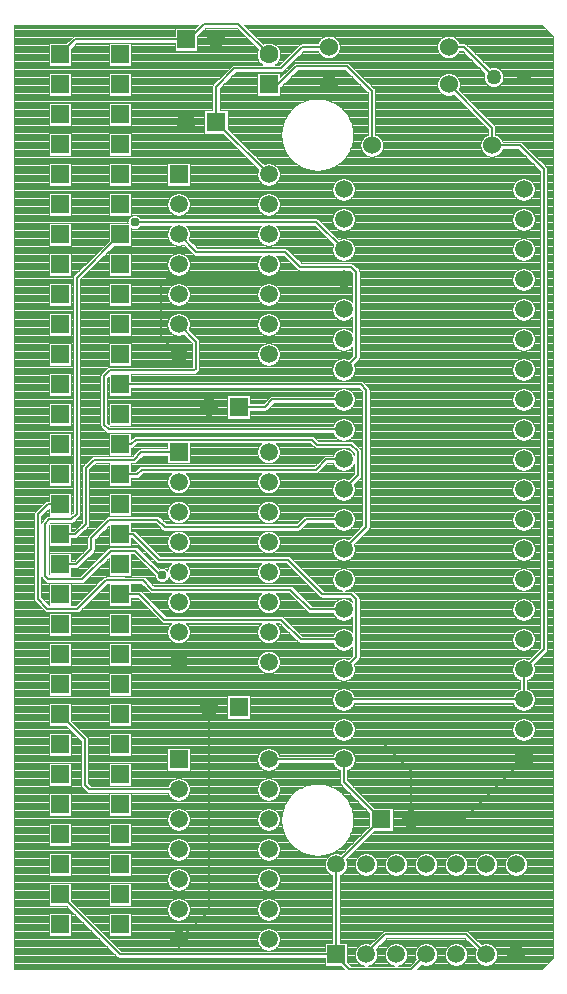
<source format=gbr>
G04 DipTrace 3.3.1.3*
G04 Top.gbr*
%MOMM*%
G04 #@! TF.FileFunction,Copper,L1,Top*
G04 #@! TF.Part,Single*
G04 #@! TA.AperFunction,Conductor*
%ADD13C,0.2*%
G04 #@! TA.AperFunction,CopperBalancing*
%ADD14C,0.1*%
G04 #@! TA.AperFunction,ComponentPad*
%ADD15C,1.6*%
%ADD16R,1.6X1.6*%
%ADD17C,1.27*%
%ADD18R,1.27X1.27*%
%ADD19R,1.5X1.5*%
%ADD20C,1.5*%
%ADD21C,1.524*%
%ADD22C,1.524*%
G04 #@! TA.AperFunction,ViaPad*
%ADD23C,0.7874*%
%FSLAX35Y35*%
G04*
G71*
G90*
G75*
G01*
G04 Top*
%LPD*%
X3730500Y8874000D2*
D13*
X3506826D1*
X3326273Y8693447D1*
X2932370D1*
X2778000Y8539077D1*
Y8239000D1*
X3794000Y1190500D2*
Y1952500D1*
X4175000Y2333500D1*
X3857500Y2841500D2*
Y2651000D1*
X4175000Y2333500D1*
X3794000Y1190500D2*
Y1177063D1*
X3904643Y1066420D1*
X4431920D1*
X4556000Y1190500D1*
X3222500Y7794500D2*
X2778000Y8239000D1*
X1455633Y1698499D2*
X1963632Y1190500D1*
X3794000D1*
X2968500Y5826000D2*
X3190880D1*
X3254380Y5889500D1*
X3857500D1*
Y2841500D2*
X3222500D1*
X1455633Y8810499D2*
X1457963D1*
X1584964Y8937500D1*
X2524000D1*
X2549646D1*
X2677200Y9065054D1*
X2967946D1*
X3222500Y8810500D1*
X2460500Y6524500D2*
X2605501Y6379499D1*
Y6151501D1*
X2591194Y6137194D1*
X1879989D1*
X1828629Y6085834D1*
Y5675502D1*
X1868632Y5635500D1*
X3857500D1*
X2460500Y7286500D2*
X2609499Y7137501D1*
X3364080D1*
X3491080Y7010501D1*
X3922501D1*
X3962501Y6970501D1*
Y6248501D1*
X3857500Y6143500D1*
X1963633Y4746499D2*
X2078983D1*
X2291481Y4534001D1*
X3385637D1*
X3679629Y4240009D1*
X3922501D1*
X3962501Y4200009D1*
Y3708501D1*
X3857500Y3603500D1*
X1963633Y4238499D2*
X2129252D1*
X2341750Y4026001D1*
X3327501D1*
X3496002Y3857500D1*
X3857500D1*
X1455633Y5000499D2*
X1351471D1*
X1269102Y4918130D1*
Y4201103D1*
X1350846Y4119359D1*
X1602679D1*
X1843515Y4360194D1*
X2157925D1*
X2238118Y4280001D1*
X3408380D1*
X3576881Y4111500D1*
X3857500D1*
X1963633Y6016499D2*
X4002502D1*
X4048608Y5970393D1*
Y4810608D1*
X3857500Y4619500D1*
X1455633Y4492499D2*
X1591946D1*
X1719382Y4619935D1*
Y4716553D1*
X1874115Y4871286D1*
X2280962D1*
X2343255Y4808992D1*
X3471771D1*
X3536279Y4873500D1*
X3857500D1*
X1963633Y5508499D2*
X2058638D1*
X2100140Y5550001D1*
X3589629D1*
X3631896Y5507734D1*
X3919886D1*
X3977094Y5450526D1*
Y5247094D1*
X3857500Y5127500D1*
X1963633Y5254499D2*
X2107279D1*
X2148781Y5296001D1*
X3623670D1*
X3709169Y5381500D1*
X3857500D1*
X2460500Y6270500D2*
X2315499Y6415501D1*
Y6865490D1*
X2355509Y6905500D1*
X3857500D1*
X5381500Y2841500D2*
X4873500Y2333500D1*
X4429000D1*
X2460500Y1317500D2*
X2477212D1*
X2714500Y1554788D1*
Y2970069D1*
Y3286000D1*
X4429000Y2333500D2*
Y2739790D1*
X4198721Y2970069D1*
X2714500D1*
X5113407Y8041063D2*
Y8189593D1*
X4746500Y8556500D1*
X5113407Y8041063D2*
X5351286D1*
X5553269Y7839080D1*
Y3775269D1*
X5381500Y3603500D1*
Y3349500D1*
X3857500D2*
X5381500D1*
X3222500Y8556500D2*
X3303285D1*
X3457574Y8710789D1*
X3883683D1*
X4097407Y8497065D1*
Y8041063D1*
X4746500Y8874000D2*
X4873500D1*
X5127500Y8620000D1*
X4048000Y1190500D2*
Y1198895D1*
X4209322Y1360217D1*
X4894283D1*
X5064000Y1190500D1*
X1455633Y3222499D2*
X1665792Y3012340D1*
Y2627500D1*
X1705792Y2587500D1*
X2460500D1*
X1455633Y4746499D2*
X1585333D1*
X1675505Y4836672D1*
Y5309501D1*
X1746265Y5380261D1*
X2082251D1*
X2146990Y5445000D1*
X2460500D1*
X2319761Y4402871D2*
X2310963Y4394073D1*
X2094296Y4610740D1*
X1886065D1*
X1642479Y4367154D1*
X1358601D1*
X1329234Y4396521D1*
Y4838421D1*
X1366992Y4876178D1*
X1551746D1*
X1598576Y4923008D1*
Y6921441D1*
X1963633Y7286499D1*
X2088009Y7391501D2*
X3625499D1*
X3857500Y7159500D1*
D23*
X2319761Y4402871D3*
X2088009Y7391501D3*
X1069510Y9049833D2*
D14*
X2617705D1*
X3027439D2*
X5546846D1*
X1069510Y9040167D2*
X2608037D1*
X3037107D2*
X5556514D1*
X1069510Y9030500D2*
X2427393D1*
X2686912D2*
X2958232D1*
X3046775D2*
X5566182D1*
X1069510Y9020833D2*
X2427393D1*
X2677264D2*
X2967900D1*
X3056443D2*
X5575850D1*
X1069510Y9011167D2*
X2427393D1*
X2667596D2*
X2977549D1*
X3066111D2*
X5585518D1*
X1069510Y9001500D2*
X2427393D1*
X2657928D2*
X2987217D1*
X3075779D2*
X5595186D1*
X1069510Y8991833D2*
X2427393D1*
X2648260D2*
X2996885D1*
X3085447D2*
X5604854D1*
X1069510Y8982167D2*
X2427393D1*
X2638592D2*
X3006553D1*
X3095115D2*
X5614521D1*
X1069510Y8972500D2*
X2427393D1*
X2628924D2*
X3016221D1*
X3104783D2*
X5624170D1*
X1069510Y8962833D2*
X1566807D1*
X2620604D2*
X3025889D1*
X3114451D2*
X3691045D1*
X3769959D2*
X4707041D1*
X4785955D2*
X5629502D1*
X1069510Y8953167D2*
X1556357D1*
X2620604D2*
X3035557D1*
X3124100D2*
X3673799D1*
X3787205D2*
X4689795D1*
X4803201D2*
X5629502D1*
X1069510Y8943500D2*
X1546689D1*
X2620604D2*
X3045225D1*
X3133768D2*
X3662119D1*
X3798885D2*
X4678115D1*
X4814881D2*
X5629502D1*
X1069510Y8933833D2*
X1537021D1*
X2620604D2*
X3054893D1*
X3143436D2*
X3653408D1*
X3807596D2*
X4669404D1*
X4823592D2*
X5629502D1*
X1069510Y8924167D2*
X1527354D1*
X2620604D2*
X3064561D1*
X3153104D2*
X3646709D1*
X3814295D2*
X4662705D1*
X4830291D2*
X5629502D1*
X1069510Y8914500D2*
X1517686D1*
X2620604D2*
X3074229D1*
X3162771D2*
X3641572D1*
X3819412D2*
X4657588D1*
X4835428D2*
X5629502D1*
X1069510Y8904833D2*
X1359033D1*
X1596580D2*
X1867041D1*
X2060232D2*
X2427393D1*
X2620604D2*
X3083896D1*
X3172439D2*
X3186553D1*
X3258455D2*
X3637744D1*
X3823260D2*
X4653740D1*
X4839256D2*
X5629502D1*
X1069510Y8895167D2*
X1359033D1*
X1586912D2*
X1867041D1*
X2060232D2*
X2427393D1*
X2620604D2*
X3093564D1*
X3277830D2*
X3483721D1*
X3825955D2*
X4651045D1*
X4896600D2*
X5629502D1*
X1069510Y8885500D2*
X1359033D1*
X1577244D2*
X1867041D1*
X2060232D2*
X2427393D1*
X2620604D2*
X3103232D1*
X3290545D2*
X3474053D1*
X3827615D2*
X4649385D1*
X4906268D2*
X5629502D1*
X1069510Y8875833D2*
X1359033D1*
X1567576D2*
X1867041D1*
X2060232D2*
X2427393D1*
X2620604D2*
X3112900D1*
X3299998D2*
X3464385D1*
X3828279D2*
X4648721D1*
X4915936D2*
X5629502D1*
X1069510Y8866167D2*
X1359033D1*
X1557908D2*
X1867041D1*
X2060232D2*
X2427393D1*
X2620604D2*
X3122549D1*
X3307303D2*
X3454717D1*
X3827986D2*
X4649014D1*
X4925604D2*
X5629502D1*
X1069510Y8856500D2*
X1359033D1*
X1552225D2*
X1867041D1*
X2060232D2*
X2427393D1*
X2620604D2*
X3132041D1*
X3312967D2*
X3445049D1*
X3826697D2*
X4650303D1*
X4935271D2*
X5629502D1*
X1069510Y8846833D2*
X1359033D1*
X1552225D2*
X1867041D1*
X2060232D2*
X2427393D1*
X2620604D2*
X3127686D1*
X3317303D2*
X3435381D1*
X3824412D2*
X4652588D1*
X4944939D2*
X5629502D1*
X1069510Y8837167D2*
X1359033D1*
X1552225D2*
X1867041D1*
X2060232D2*
X3124502D1*
X3320506D2*
X3425713D1*
X3514275D2*
X3639990D1*
X3821014D2*
X4655986D1*
X4837010D2*
X4866064D1*
X4954607D2*
X5629502D1*
X1069510Y8827500D2*
X1359033D1*
X1552225D2*
X1867041D1*
X2060232D2*
X3122354D1*
X3322654D2*
X3416045D1*
X3504607D2*
X3644600D1*
X3816404D2*
X4660596D1*
X4832400D2*
X4875732D1*
X4964275D2*
X5629502D1*
X1069510Y8817833D2*
X1359033D1*
X1552225D2*
X1867041D1*
X2060232D2*
X3121162D1*
X3323826D2*
X3406377D1*
X3494939D2*
X3650654D1*
X3810330D2*
X4666670D1*
X4826346D2*
X4885400D1*
X4973943D2*
X5629502D1*
X1069510Y8808167D2*
X1359033D1*
X1552225D2*
X1867041D1*
X2060232D2*
X3120928D1*
X3324080D2*
X3396709D1*
X3485271D2*
X3658525D1*
X3802459D2*
X4674541D1*
X4818475D2*
X4895049D1*
X4983611D2*
X5629502D1*
X1069510Y8798500D2*
X1359033D1*
X1552225D2*
X1867041D1*
X2060232D2*
X3121611D1*
X3323377D2*
X3387041D1*
X3475604D2*
X3668916D1*
X3792088D2*
X4684912D1*
X4808084D2*
X4904717D1*
X4993279D2*
X5629502D1*
X1069510Y8788833D2*
X1359033D1*
X1552225D2*
X1867041D1*
X2060232D2*
X3123252D1*
X3321736D2*
X3377393D1*
X3465936D2*
X3683486D1*
X3777518D2*
X4699482D1*
X4793514D2*
X4914385D1*
X5002947D2*
X5629502D1*
X1069510Y8779167D2*
X1359033D1*
X1552225D2*
X1867041D1*
X2060232D2*
X3125908D1*
X3319100D2*
X3367725D1*
X3456268D2*
X3710088D1*
X3750916D2*
X4726084D1*
X4766912D2*
X4924053D1*
X5012615D2*
X5629502D1*
X1069510Y8769500D2*
X1359033D1*
X1552225D2*
X1867041D1*
X2060232D2*
X3129639D1*
X3315369D2*
X3358057D1*
X3446600D2*
X4933721D1*
X5022283D2*
X5629502D1*
X1069510Y8759833D2*
X1359033D1*
X1552225D2*
X1867041D1*
X2060232D2*
X3134600D1*
X3310408D2*
X3348389D1*
X3436932D2*
X4943389D1*
X5031951D2*
X5629502D1*
X1069510Y8750167D2*
X1359033D1*
X1552225D2*
X1867041D1*
X2060232D2*
X3141006D1*
X3304002D2*
X3338721D1*
X3427264D2*
X4953057D1*
X5041600D2*
X5629502D1*
X1069510Y8740500D2*
X1359033D1*
X1552225D2*
X1867041D1*
X2060232D2*
X3149248D1*
X3295760D2*
X3329053D1*
X3417596D2*
X3449248D1*
X3892010D2*
X4962725D1*
X5051268D2*
X5629502D1*
X1069510Y8730833D2*
X1359033D1*
X1552225D2*
X1867041D1*
X2060232D2*
X3160068D1*
X3284920D2*
X3319385D1*
X3407928D2*
X3433350D1*
X3907908D2*
X4972393D1*
X5060936D2*
X5629502D1*
X1069510Y8721167D2*
X1359033D1*
X1552225D2*
X1867041D1*
X2060232D2*
X2918408D1*
X3398260D2*
X3423682D1*
X3917576D2*
X4982061D1*
X5070604D2*
X5629502D1*
X1069510Y8711500D2*
X2906143D1*
X3388592D2*
X3414014D1*
X3927244D2*
X4991729D1*
X5080271D2*
X5629502D1*
X1069510Y8701833D2*
X2896475D1*
X3378943D2*
X3404346D1*
X3936912D2*
X5001396D1*
X5089939D2*
X5107100D1*
X5147889D2*
X5629502D1*
X1069510Y8692167D2*
X2886807D1*
X3369275D2*
X3394678D1*
X3946580D2*
X5011064D1*
X5171678D2*
X5629502D1*
X1069510Y8682500D2*
X2877139D1*
X3359607D2*
X3385010D1*
X3956248D2*
X5020732D1*
X5184764D2*
X5629502D1*
X1069510Y8672833D2*
X2867490D1*
X3349939D2*
X3375342D1*
X3463885D2*
X3877373D1*
X3965916D2*
X5030400D1*
X5193924D2*
X5629502D1*
X1069510Y8663167D2*
X2857822D1*
X3331678D2*
X3365674D1*
X3454236D2*
X3887021D1*
X3975584D2*
X5040049D1*
X5200682D2*
X5629502D1*
X1069510Y8653500D2*
X2848154D1*
X2936697D2*
X3120908D1*
X3324100D2*
X3356006D1*
X3444568D2*
X3896689D1*
X3985252D2*
X5049365D1*
X5205643D2*
X5629502D1*
X1069510Y8643833D2*
X1359033D1*
X1552225D2*
X1867041D1*
X2060232D2*
X2838486D1*
X2927029D2*
X3120908D1*
X3324100D2*
X3346338D1*
X3434900D2*
X3906357D1*
X3994920D2*
X4703740D1*
X4789256D2*
X5045850D1*
X5209158D2*
X5629502D1*
X1069510Y8634167D2*
X1359033D1*
X1552225D2*
X1867041D1*
X2060232D2*
X2828818D1*
X2917361D2*
X3120908D1*
X3324100D2*
X3336670D1*
X3425232D2*
X3916025D1*
X4004588D2*
X4687725D1*
X4805271D2*
X5043604D1*
X5211404D2*
X5629502D1*
X1069510Y8624500D2*
X1359033D1*
X1552225D2*
X1867041D1*
X2060232D2*
X2819150D1*
X2907693D2*
X3120908D1*
X3415564D2*
X3925693D1*
X4014256D2*
X4676611D1*
X4816385D2*
X5042529D1*
X5212479D2*
X5629502D1*
X1069510Y8614833D2*
X1359033D1*
X1552225D2*
X1867041D1*
X2060232D2*
X2809482D1*
X2898025D2*
X3120908D1*
X3405896D2*
X3935361D1*
X4023904D2*
X4668252D1*
X4824744D2*
X5042568D1*
X5212439D2*
X5629502D1*
X1069510Y8605167D2*
X1359033D1*
X1552225D2*
X1867041D1*
X2060232D2*
X2799814D1*
X2888357D2*
X3120908D1*
X3396229D2*
X3945029D1*
X4033572D2*
X4661826D1*
X4831170D2*
X5043721D1*
X5211287D2*
X5629502D1*
X1069510Y8595500D2*
X1359033D1*
X1552225D2*
X1867041D1*
X2060232D2*
X2790146D1*
X2878689D2*
X3120908D1*
X3386561D2*
X3954697D1*
X4043240D2*
X4656904D1*
X4836092D2*
X5046045D1*
X5208943D2*
X5629502D1*
X1069510Y8585833D2*
X1359033D1*
X1552225D2*
X1867041D1*
X2060232D2*
X2780479D1*
X2869021D2*
X3120908D1*
X3376893D2*
X3964365D1*
X4052908D2*
X4653252D1*
X4839744D2*
X5049658D1*
X5205350D2*
X5629502D1*
X1069510Y8576167D2*
X1359033D1*
X1552225D2*
X1867041D1*
X2060232D2*
X2770811D1*
X2859373D2*
X3120908D1*
X3367225D2*
X3974033D1*
X4062576D2*
X4650713D1*
X4842283D2*
X5054717D1*
X5200271D2*
X5629502D1*
X1069510Y8566500D2*
X1359033D1*
X1552225D2*
X1867041D1*
X2060232D2*
X2761143D1*
X2849705D2*
X3120908D1*
X3357557D2*
X3983701D1*
X4072244D2*
X4649209D1*
X4843787D2*
X5061611D1*
X5193396D2*
X5629502D1*
X1069510Y8556833D2*
X1359033D1*
X1552225D2*
X1867041D1*
X2060232D2*
X2752080D1*
X2840037D2*
X3120908D1*
X3347889D2*
X3993369D1*
X4081912D2*
X4648701D1*
X4844295D2*
X5070986D1*
X5184021D2*
X5629502D1*
X1069510Y8547167D2*
X1359033D1*
X1552225D2*
X1867041D1*
X2060232D2*
X2747490D1*
X2830369D2*
X3120908D1*
X3338221D2*
X4003037D1*
X4091580D2*
X4649150D1*
X4843846D2*
X5084443D1*
X5170545D2*
X5629502D1*
X1069510Y8537500D2*
X1359033D1*
X1552225D2*
X1867041D1*
X2060232D2*
X2746396D1*
X2820701D2*
X3120908D1*
X3328553D2*
X4012705D1*
X4101248D2*
X4650576D1*
X4842420D2*
X5110166D1*
X5144822D2*
X5629502D1*
X1069510Y8527833D2*
X1359033D1*
X1552225D2*
X1867041D1*
X2060232D2*
X2746396D1*
X2811033D2*
X3120908D1*
X3324100D2*
X4022373D1*
X4110916D2*
X4653037D1*
X4839959D2*
X5629502D1*
X1069510Y8518167D2*
X1359033D1*
X1552225D2*
X1867041D1*
X2060232D2*
X2746396D1*
X2809607D2*
X3120908D1*
X3324100D2*
X4032021D1*
X4120564D2*
X4656611D1*
X4836385D2*
X5629502D1*
X1069510Y8508500D2*
X1359033D1*
X1552225D2*
X1867041D1*
X2060232D2*
X2746396D1*
X2809607D2*
X3120908D1*
X3324100D2*
X4041689D1*
X4126795D2*
X4661436D1*
X4838768D2*
X5629502D1*
X1069510Y8498833D2*
X1359033D1*
X1552225D2*
X1867041D1*
X2060232D2*
X2746396D1*
X2809607D2*
X3120908D1*
X3324100D2*
X4051357D1*
X4128963D2*
X4667744D1*
X4848436D2*
X5629502D1*
X1069510Y8489167D2*
X1359033D1*
X1552225D2*
X1867041D1*
X2060232D2*
X2746396D1*
X2809607D2*
X3120908D1*
X3324100D2*
X4061025D1*
X4129002D2*
X4675947D1*
X4858104D2*
X5629502D1*
X1069510Y8479500D2*
X1359033D1*
X1552225D2*
X1867041D1*
X2060232D2*
X2746396D1*
X2809607D2*
X3120908D1*
X3324100D2*
X4065811D1*
X4129002D2*
X4686846D1*
X4867771D2*
X5629502D1*
X1069510Y8469833D2*
X1359033D1*
X1552225D2*
X1867041D1*
X2060232D2*
X2746396D1*
X2809607D2*
X3120908D1*
X3324100D2*
X4065811D1*
X4129002D2*
X4702373D1*
X4877439D2*
X5629502D1*
X1069510Y8460167D2*
X2746396D1*
X2809607D2*
X3120908D1*
X3324100D2*
X4065811D1*
X4129002D2*
X4736006D1*
X4756990D2*
X4798564D1*
X4887107D2*
X5629502D1*
X1069510Y8450500D2*
X2746396D1*
X2809607D2*
X4065811D1*
X4129002D2*
X4808232D1*
X4896775D2*
X5629502D1*
X1069510Y8440833D2*
X2746396D1*
X2809607D2*
X4065811D1*
X4129002D2*
X4817900D1*
X4906443D2*
X5629502D1*
X1069510Y8431167D2*
X2746396D1*
X2809607D2*
X3573740D1*
X3697850D2*
X4065811D1*
X4129002D2*
X4827549D1*
X4916111D2*
X5629502D1*
X1069510Y8421500D2*
X2746396D1*
X2809607D2*
X3537744D1*
X3733846D2*
X4065811D1*
X4129002D2*
X4837217D1*
X4925779D2*
X5629502D1*
X1069510Y8411833D2*
X2746396D1*
X2809607D2*
X3512646D1*
X3758963D2*
X4065811D1*
X4129002D2*
X4846885D1*
X4935447D2*
X5629502D1*
X1069510Y8402167D2*
X2746396D1*
X2809607D2*
X3492529D1*
X3779061D2*
X4065811D1*
X4129002D2*
X4856553D1*
X4945115D2*
X5629502D1*
X1069510Y8392500D2*
X1359033D1*
X1552225D2*
X1867041D1*
X2060232D2*
X2746396D1*
X2809607D2*
X3475518D1*
X3796072D2*
X4065811D1*
X4129002D2*
X4866221D1*
X4954783D2*
X5629502D1*
X1069510Y8382833D2*
X1359033D1*
X1552225D2*
X1867041D1*
X2060232D2*
X2746396D1*
X2809607D2*
X3460693D1*
X3810896D2*
X4065811D1*
X4129002D2*
X4875889D1*
X4964451D2*
X5629502D1*
X1069510Y8373167D2*
X1359033D1*
X1552225D2*
X1867041D1*
X2060232D2*
X2746396D1*
X2809607D2*
X3447529D1*
X3824061D2*
X4065811D1*
X4129002D2*
X4885557D1*
X4974100D2*
X5629502D1*
X1069510Y8363500D2*
X1359033D1*
X1552225D2*
X1867041D1*
X2060232D2*
X2746396D1*
X2809607D2*
X3435713D1*
X3835896D2*
X4065811D1*
X4129002D2*
X4895225D1*
X4983768D2*
X5629502D1*
X1069510Y8353833D2*
X1359033D1*
X1552225D2*
X1867041D1*
X2060232D2*
X2746396D1*
X2809607D2*
X3424990D1*
X3846600D2*
X4065811D1*
X4129002D2*
X4904893D1*
X4993436D2*
X5629502D1*
X1069510Y8344167D2*
X1359033D1*
X1552225D2*
X1867041D1*
X2060232D2*
X2746396D1*
X2809607D2*
X3415225D1*
X3856385D2*
X4065811D1*
X4129002D2*
X4914561D1*
X5003104D2*
X5629502D1*
X1069510Y8334500D2*
X1359033D1*
X1552225D2*
X1867041D1*
X2060232D2*
X2676396D1*
X2879607D2*
X3406279D1*
X3865330D2*
X4065811D1*
X4129002D2*
X4924229D1*
X5012771D2*
X5629502D1*
X1069510Y8324833D2*
X1359033D1*
X1552225D2*
X1867041D1*
X2060232D2*
X2676396D1*
X2879607D2*
X3398057D1*
X3873533D2*
X4065811D1*
X4129002D2*
X4933896D1*
X5022439D2*
X5629502D1*
X1069510Y8315167D2*
X1359033D1*
X1552225D2*
X1867041D1*
X2060232D2*
X2676396D1*
X2879607D2*
X3390518D1*
X3881092D2*
X4065811D1*
X4129002D2*
X4943564D1*
X5032107D2*
X5629502D1*
X1069510Y8305500D2*
X1359033D1*
X1552225D2*
X1867041D1*
X2060232D2*
X2676396D1*
X2879607D2*
X3383545D1*
X3888045D2*
X4065811D1*
X4129002D2*
X4953232D1*
X5041775D2*
X5629502D1*
X1069510Y8295833D2*
X1359033D1*
X1552225D2*
X1867041D1*
X2060232D2*
X2676396D1*
X2879607D2*
X3377139D1*
X3894451D2*
X4065811D1*
X4129002D2*
X4962900D1*
X5051443D2*
X5629502D1*
X1069510Y8286167D2*
X1359033D1*
X1552225D2*
X1867041D1*
X2060232D2*
X2676396D1*
X2879607D2*
X3371240D1*
X3900350D2*
X4065811D1*
X4129002D2*
X4972549D1*
X5061111D2*
X5629502D1*
X1069510Y8276500D2*
X1359033D1*
X1552225D2*
X1867041D1*
X2060232D2*
X2676396D1*
X2879607D2*
X3365830D1*
X3905779D2*
X4065811D1*
X4129002D2*
X4982217D1*
X5070779D2*
X5629502D1*
X1069510Y8266833D2*
X1359033D1*
X1552225D2*
X1867041D1*
X2060232D2*
X2676396D1*
X2879607D2*
X3360850D1*
X3910740D2*
X4065811D1*
X4129002D2*
X4991885D1*
X5080447D2*
X5629502D1*
X1069510Y8257167D2*
X1359033D1*
X1552225D2*
X1867041D1*
X2060232D2*
X2676396D1*
X2879607D2*
X3356299D1*
X3915291D2*
X4065811D1*
X4129002D2*
X5001553D1*
X5090115D2*
X5629502D1*
X1069510Y8247500D2*
X1359033D1*
X1552225D2*
X1867041D1*
X2060232D2*
X2676396D1*
X2879607D2*
X3352158D1*
X3919451D2*
X4065811D1*
X4129002D2*
X5011221D1*
X5099783D2*
X5629502D1*
X1069510Y8237833D2*
X1359033D1*
X1552225D2*
X1867041D1*
X2060232D2*
X2676396D1*
X2879607D2*
X3348389D1*
X3923201D2*
X4065811D1*
X4129002D2*
X5020889D1*
X5109451D2*
X5629502D1*
X1069510Y8228167D2*
X1359033D1*
X1552225D2*
X1867041D1*
X2060232D2*
X2676396D1*
X2879607D2*
X3345010D1*
X3926600D2*
X4065811D1*
X4129002D2*
X5030557D1*
X5119100D2*
X5629502D1*
X1069510Y8218500D2*
X1359033D1*
X1552225D2*
X1867041D1*
X2060232D2*
X2676396D1*
X2879607D2*
X3341982D1*
X3929627D2*
X4065811D1*
X4129002D2*
X5040225D1*
X5128768D2*
X5629502D1*
X1069510Y8208833D2*
X1359033D1*
X1552225D2*
X1867041D1*
X2060232D2*
X2676396D1*
X2879607D2*
X3339287D1*
X3932303D2*
X4065811D1*
X4129002D2*
X5049893D1*
X5138201D2*
X5629502D1*
X1069510Y8199167D2*
X2676396D1*
X2879607D2*
X3336943D1*
X3934646D2*
X4065811D1*
X4129002D2*
X5059561D1*
X5143475D2*
X5629502D1*
X1069510Y8189500D2*
X2676396D1*
X2879607D2*
X3334932D1*
X3936678D2*
X4065811D1*
X4129002D2*
X5069229D1*
X5144998D2*
X5629502D1*
X1069510Y8179833D2*
X2676396D1*
X2881443D2*
X3333232D1*
X3938357D2*
X4065811D1*
X4129002D2*
X5078896D1*
X5144998D2*
X5629502D1*
X1069510Y8170167D2*
X2676396D1*
X2891111D2*
X3331865D1*
X3939744D2*
X4065811D1*
X4129002D2*
X5081807D1*
X5144998D2*
X5629502D1*
X1069510Y8160500D2*
X2676396D1*
X2900779D2*
X3330791D1*
X3940799D2*
X4065811D1*
X4129002D2*
X5081807D1*
X5144998D2*
X5629502D1*
X1069510Y8150833D2*
X2676396D1*
X2910447D2*
X3330049D1*
X3941561D2*
X4065811D1*
X4129002D2*
X5081807D1*
X5144998D2*
X5629502D1*
X1069510Y8141167D2*
X1359033D1*
X1552225D2*
X1867041D1*
X2060232D2*
X2676396D1*
X2920115D2*
X3329600D1*
X3941990D2*
X4065811D1*
X4129002D2*
X5081807D1*
X5144998D2*
X5629502D1*
X1069510Y8131500D2*
X1359033D1*
X1552225D2*
X1867041D1*
X2060232D2*
X2841221D1*
X2929783D2*
X3329463D1*
X3942127D2*
X4061885D1*
X4132928D2*
X5077881D1*
X5148924D2*
X5629502D1*
X1069510Y8121833D2*
X1359033D1*
X1552225D2*
X1867041D1*
X2060232D2*
X2850889D1*
X2939451D2*
X3329639D1*
X3941971D2*
X4043057D1*
X4151756D2*
X5059053D1*
X5167752D2*
X5629502D1*
X1069510Y8112167D2*
X1359033D1*
X1552225D2*
X1867041D1*
X2060232D2*
X2860557D1*
X2949100D2*
X3330107D1*
X3941482D2*
X4030713D1*
X4164100D2*
X5046729D1*
X5180096D2*
X5629502D1*
X1069510Y8102500D2*
X1359033D1*
X1552225D2*
X1867041D1*
X2060232D2*
X2870225D1*
X2958768D2*
X3330889D1*
X3940701D2*
X4021611D1*
X4173221D2*
X5037607D1*
X5189217D2*
X5629502D1*
X1069510Y8092833D2*
X1359033D1*
X1552225D2*
X1867041D1*
X2060232D2*
X2879893D1*
X2968436D2*
X3331982D1*
X3939607D2*
X4014619D1*
X4180193D2*
X5030615D1*
X5196209D2*
X5629502D1*
X1069510Y8083167D2*
X1359033D1*
X1552225D2*
X1867041D1*
X2060232D2*
X2889561D1*
X2978104D2*
X3333389D1*
X3938201D2*
X4009248D1*
X4185564D2*
X5025244D1*
X5201580D2*
X5629502D1*
X1069510Y8073500D2*
X1359033D1*
X1552225D2*
X1867041D1*
X2060232D2*
X2899229D1*
X2987771D2*
X3335127D1*
X3936482D2*
X4005205D1*
X4189607D2*
X5021201D1*
X5205604D2*
X5629502D1*
X1069510Y8063833D2*
X1359033D1*
X1552225D2*
X1867041D1*
X2060232D2*
X2908896D1*
X2997439D2*
X3337178D1*
X3934432D2*
X4002314D1*
X4192498D2*
X5018330D1*
X5372732D2*
X5629502D1*
X1069510Y8054167D2*
X1359033D1*
X1552225D2*
X1867041D1*
X2060232D2*
X2918564D1*
X3007107D2*
X3339561D1*
X3932049D2*
X4000498D1*
X4194314D2*
X5016494D1*
X5382459D2*
X5629502D1*
X1069510Y8044500D2*
X1359033D1*
X1552225D2*
X1867041D1*
X2060232D2*
X2928232D1*
X3016775D2*
X3342275D1*
X3929334D2*
X3999658D1*
X4195154D2*
X5015674D1*
X5392127D2*
X5629502D1*
X1069510Y8034833D2*
X1359033D1*
X1552225D2*
X1867041D1*
X2060232D2*
X2937900D1*
X3026443D2*
X3345342D1*
X3926268D2*
X3999814D1*
X4194998D2*
X5015811D1*
X5401795D2*
X5629502D1*
X1069510Y8025167D2*
X1359033D1*
X1552225D2*
X1867041D1*
X2060232D2*
X2947549D1*
X3036111D2*
X3348760D1*
X3922830D2*
X4000928D1*
X4193885D2*
X5016924D1*
X5411463D2*
X5629502D1*
X1069510Y8015500D2*
X1359033D1*
X1552225D2*
X1867041D1*
X2060232D2*
X2957217D1*
X3045779D2*
X3352568D1*
X3919041D2*
X4003037D1*
X4191775D2*
X5019053D1*
X5421131D2*
X5629502D1*
X1069510Y8005833D2*
X1359033D1*
X1552225D2*
X1867041D1*
X2060232D2*
X2966885D1*
X3055447D2*
X3356748D1*
X3914842D2*
X4006240D1*
X4188572D2*
X5022236D1*
X5204568D2*
X5342236D1*
X5430799D2*
X5629502D1*
X1069510Y7996167D2*
X1359033D1*
X1552225D2*
X1867041D1*
X2060232D2*
X2976553D1*
X3065115D2*
X3361338D1*
X3910252D2*
X4010654D1*
X4184158D2*
X5026650D1*
X5200174D2*
X5351904D1*
X5440467D2*
X5629502D1*
X1069510Y7986500D2*
X1359033D1*
X1552225D2*
X1867041D1*
X2060232D2*
X2986221D1*
X3074783D2*
X3366357D1*
X3905232D2*
X4016455D1*
X4178357D2*
X5032451D1*
X5194373D2*
X5361572D1*
X5450115D2*
X5629502D1*
X1069510Y7976833D2*
X1359033D1*
X1552225D2*
X1867041D1*
X2060232D2*
X2995889D1*
X3084451D2*
X3371826D1*
X3899764D2*
X4023994D1*
X4170818D2*
X5039990D1*
X5186834D2*
X5371240D1*
X5459783D2*
X5629502D1*
X1069510Y7967167D2*
X1359033D1*
X1552225D2*
X1867041D1*
X2060232D2*
X3005557D1*
X3094100D2*
X3377783D1*
X3893826D2*
X4033877D1*
X4160936D2*
X5049873D1*
X5176932D2*
X5380908D1*
X5469451D2*
X5629502D1*
X1069510Y7957500D2*
X1359033D1*
X1552225D2*
X1867041D1*
X2060232D2*
X3015225D1*
X3103768D2*
X3384248D1*
X3887361D2*
X4047549D1*
X4147264D2*
X5063545D1*
X5163260D2*
X5390576D1*
X5479119D2*
X5629502D1*
X1069510Y7947833D2*
X3024893D1*
X3113436D2*
X3391260D1*
X3880330D2*
X4070361D1*
X4124451D2*
X5086357D1*
X5140447D2*
X5400244D1*
X5488787D2*
X5629502D1*
X1069510Y7938167D2*
X3034561D1*
X3123104D2*
X3398877D1*
X3872713D2*
X5409912D1*
X5498455D2*
X5629502D1*
X1069510Y7928500D2*
X3044229D1*
X3132771D2*
X3407178D1*
X3864432D2*
X5419580D1*
X5508123D2*
X5629502D1*
X1069510Y7918833D2*
X3053896D1*
X3142439D2*
X3416201D1*
X3855408D2*
X5429248D1*
X5517791D2*
X5629502D1*
X1069510Y7909167D2*
X3063564D1*
X3152107D2*
X3426064D1*
X3845545D2*
X5438916D1*
X5527459D2*
X5629502D1*
X1069510Y7899500D2*
X3073232D1*
X3161775D2*
X3436885D1*
X3834725D2*
X5448564D1*
X5537127D2*
X5629502D1*
X1069510Y7889833D2*
X1359033D1*
X1552225D2*
X1867041D1*
X2060232D2*
X2363896D1*
X2557107D2*
X3082900D1*
X3171443D2*
X3214365D1*
X3230643D2*
X3448838D1*
X3822771D2*
X5458232D1*
X5546795D2*
X5629502D1*
X1069510Y7880167D2*
X1359033D1*
X1552225D2*
X1867041D1*
X2060232D2*
X2363896D1*
X2557107D2*
X3092549D1*
X3265936D2*
X3462158D1*
X3809451D2*
X5467900D1*
X5556463D2*
X5629502D1*
X1069510Y7870500D2*
X1359033D1*
X1552225D2*
X1867041D1*
X2060232D2*
X2363896D1*
X2557107D2*
X3102217D1*
X3281502D2*
X3477178D1*
X3794432D2*
X5477568D1*
X5566131D2*
X5629502D1*
X1069510Y7860833D2*
X1359033D1*
X1552225D2*
X1867041D1*
X2060232D2*
X2363896D1*
X2557107D2*
X3111885D1*
X3292342D2*
X3494463D1*
X3777146D2*
X5487236D1*
X5575799D2*
X5629502D1*
X1069510Y7851167D2*
X1359033D1*
X1552225D2*
X1867041D1*
X2060232D2*
X2363896D1*
X2557107D2*
X3121553D1*
X3300486D2*
X3514971D1*
X3756639D2*
X5496904D1*
X5582381D2*
X5629502D1*
X1069510Y7841500D2*
X1359033D1*
X1552225D2*
X1867041D1*
X2060232D2*
X2363896D1*
X2557107D2*
X3131221D1*
X3306756D2*
X3540791D1*
X3730818D2*
X5506572D1*
X5584764D2*
X5629502D1*
X1069510Y7831833D2*
X1359033D1*
X1552225D2*
X1867041D1*
X2060232D2*
X2363896D1*
X2557107D2*
X3133486D1*
X3311502D2*
X3578877D1*
X3692732D2*
X5516240D1*
X5584861D2*
X5629502D1*
X1069510Y7822167D2*
X1359033D1*
X1552225D2*
X1867041D1*
X2060232D2*
X2363896D1*
X2557107D2*
X3129990D1*
X3315018D2*
X5521670D1*
X5584861D2*
X5629502D1*
X1069510Y7812500D2*
X1359033D1*
X1552225D2*
X1867041D1*
X2060232D2*
X2363896D1*
X2557107D2*
X3127607D1*
X3317381D2*
X5521670D1*
X5584861D2*
X5629502D1*
X1069510Y7802833D2*
X1359033D1*
X1552225D2*
X1867041D1*
X2060232D2*
X2363896D1*
X2557107D2*
X3126260D1*
X3318729D2*
X5521670D1*
X5584861D2*
X5629502D1*
X1069510Y7793167D2*
X1359033D1*
X1552225D2*
X1867041D1*
X2060232D2*
X2363896D1*
X2557107D2*
X3125908D1*
X3319100D2*
X5521670D1*
X5584861D2*
X5629502D1*
X1069510Y7783500D2*
X1359033D1*
X1552225D2*
X1867041D1*
X2060232D2*
X2363896D1*
X2557107D2*
X3126533D1*
X3318475D2*
X5521670D1*
X5584861D2*
X5629502D1*
X1069510Y7773833D2*
X1359033D1*
X1552225D2*
X1867041D1*
X2060232D2*
X2363896D1*
X2557107D2*
X3128154D1*
X3316834D2*
X5521670D1*
X5584861D2*
X5629502D1*
X1069510Y7764167D2*
X1359033D1*
X1552225D2*
X1867041D1*
X2060232D2*
X2363896D1*
X2557107D2*
X3130850D1*
X3314158D2*
X5521670D1*
X5584861D2*
X5629502D1*
X1069510Y7754500D2*
X1359033D1*
X1552225D2*
X1867041D1*
X2060232D2*
X2363896D1*
X2557107D2*
X3134678D1*
X3310330D2*
X3816865D1*
X3898123D2*
X5340869D1*
X5422127D2*
X5521670D1*
X5584861D2*
X5629502D1*
X1069510Y7744833D2*
X1359033D1*
X1552225D2*
X1867041D1*
X2060232D2*
X2363896D1*
X2557107D2*
X3139814D1*
X3305193D2*
X3800303D1*
X3914705D2*
X5324287D1*
X5438709D2*
X5521670D1*
X5584861D2*
X5629502D1*
X1069510Y7735167D2*
X1359033D1*
X1552225D2*
X1867041D1*
X2060232D2*
X2363896D1*
X2557107D2*
X3146533D1*
X3298455D2*
X3788975D1*
X3926033D2*
X5312959D1*
X5450037D2*
X5521670D1*
X5584861D2*
X5629502D1*
X1069510Y7725500D2*
X1359033D1*
X1552225D2*
X1867041D1*
X2060232D2*
X2363896D1*
X2557107D2*
X3155322D1*
X3289666D2*
X3780498D1*
X3934490D2*
X5304502D1*
X5458494D2*
X5521670D1*
X5584861D2*
X5629502D1*
X1069510Y7715833D2*
X1359033D1*
X1552225D2*
X1867041D1*
X2060232D2*
X2363896D1*
X2557107D2*
X3167178D1*
X3277830D2*
X3774014D1*
X3940975D2*
X5298018D1*
X5464979D2*
X5521670D1*
X5584861D2*
X5629502D1*
X1069510Y7706167D2*
X1359033D1*
X1552225D2*
X1867041D1*
X2060232D2*
X2363896D1*
X2557107D2*
X3184932D1*
X3260057D2*
X3769072D1*
X3945936D2*
X5293076D1*
X5469939D2*
X5521670D1*
X5584861D2*
X5629502D1*
X1069510Y7696500D2*
X3765400D1*
X3949588D2*
X5289404D1*
X5473592D2*
X5521670D1*
X5584861D2*
X5629502D1*
X1069510Y7686833D2*
X3762881D1*
X3952127D2*
X5286885D1*
X5476131D2*
X5521670D1*
X5584861D2*
X5629502D1*
X1069510Y7677167D2*
X3761396D1*
X3953611D2*
X5285381D1*
X5477615D2*
X5521670D1*
X5584861D2*
X5629502D1*
X1069510Y7667500D2*
X3760908D1*
X3954100D2*
X5284893D1*
X5478104D2*
X5521670D1*
X5584861D2*
X5629502D1*
X1069510Y7657833D2*
X3761396D1*
X3953611D2*
X5285381D1*
X5477615D2*
X5521670D1*
X5584861D2*
X5629502D1*
X1069510Y7648167D2*
X3762881D1*
X3952127D2*
X5286885D1*
X5476131D2*
X5521670D1*
X5584861D2*
X5629502D1*
X1069510Y7638500D2*
X3765400D1*
X3949588D2*
X5289404D1*
X5473592D2*
X5521670D1*
X5584861D2*
X5629502D1*
X1069510Y7628833D2*
X1359033D1*
X1552225D2*
X1867041D1*
X2060232D2*
X2422939D1*
X2498064D2*
X3184932D1*
X3260057D2*
X3769072D1*
X3945936D2*
X5293076D1*
X5469939D2*
X5521670D1*
X5584861D2*
X5629502D1*
X1069510Y7619167D2*
X1359033D1*
X1552225D2*
X1867041D1*
X2060232D2*
X2405186D1*
X2515818D2*
X3167178D1*
X3277830D2*
X3774014D1*
X3940975D2*
X5298018D1*
X5464979D2*
X5521670D1*
X5584861D2*
X5629502D1*
X1069510Y7609500D2*
X1359033D1*
X1552225D2*
X1867041D1*
X2060232D2*
X2393330D1*
X2527674D2*
X3155322D1*
X3289666D2*
X3780498D1*
X3934490D2*
X5304502D1*
X5458494D2*
X5521670D1*
X5584861D2*
X5629502D1*
X1069510Y7599833D2*
X1359033D1*
X1552225D2*
X1867041D1*
X2060232D2*
X2384541D1*
X2536463D2*
X3146533D1*
X3298455D2*
X3788975D1*
X3926033D2*
X5312959D1*
X5450037D2*
X5521670D1*
X5584861D2*
X5629502D1*
X1069510Y7590167D2*
X1359033D1*
X1552225D2*
X1867041D1*
X2060232D2*
X2377822D1*
X2543182D2*
X3139814D1*
X3305193D2*
X3800303D1*
X3914705D2*
X5324287D1*
X5438709D2*
X5521670D1*
X5584861D2*
X5629502D1*
X1069510Y7580500D2*
X1359033D1*
X1552225D2*
X1867041D1*
X2060232D2*
X2372666D1*
X2548338D2*
X3134678D1*
X3310330D2*
X3816865D1*
X3898123D2*
X5340869D1*
X5422127D2*
X5521670D1*
X5584861D2*
X5629502D1*
X1069510Y7570833D2*
X1359033D1*
X1552225D2*
X1867041D1*
X2060232D2*
X2368838D1*
X2552166D2*
X3130850D1*
X3314158D2*
X5521670D1*
X5584861D2*
X5629502D1*
X1069510Y7561167D2*
X1359033D1*
X1552225D2*
X1867041D1*
X2060232D2*
X2366162D1*
X2554842D2*
X3128154D1*
X3316834D2*
X5521670D1*
X5584861D2*
X5629502D1*
X1069510Y7551500D2*
X1359033D1*
X1552225D2*
X1867041D1*
X2060232D2*
X2364541D1*
X2556463D2*
X3126533D1*
X3318475D2*
X5521670D1*
X5584861D2*
X5629502D1*
X1069510Y7541833D2*
X1359033D1*
X1552225D2*
X1867041D1*
X2060232D2*
X2363916D1*
X2557088D2*
X3125908D1*
X3319100D2*
X5521670D1*
X5584861D2*
X5629502D1*
X1069510Y7532167D2*
X1359033D1*
X1552225D2*
X1867041D1*
X2060232D2*
X2364268D1*
X2556736D2*
X3126260D1*
X3318729D2*
X5521670D1*
X5584861D2*
X5629502D1*
X1069510Y7522500D2*
X1359033D1*
X1552225D2*
X1867041D1*
X2060232D2*
X2365615D1*
X2555389D2*
X3127607D1*
X3317381D2*
X5521670D1*
X5584861D2*
X5629502D1*
X1069510Y7512833D2*
X1359033D1*
X1552225D2*
X1867041D1*
X2060232D2*
X2367998D1*
X2553006D2*
X3129990D1*
X3315018D2*
X5521670D1*
X5584861D2*
X5629502D1*
X1069510Y7503167D2*
X1359033D1*
X1552225D2*
X1867041D1*
X2060232D2*
X2371494D1*
X2549510D2*
X3133486D1*
X3311502D2*
X3823350D1*
X3891658D2*
X5347354D1*
X5415662D2*
X5521670D1*
X5584861D2*
X5629502D1*
X1069510Y7493500D2*
X1359033D1*
X1552225D2*
X1867041D1*
X2060232D2*
X2376260D1*
X2544744D2*
X3138252D1*
X3306756D2*
X3804170D1*
X3910838D2*
X5328154D1*
X5434842D2*
X5521670D1*
X5584861D2*
X5629502D1*
X1069510Y7483833D2*
X1359033D1*
X1552225D2*
X1867041D1*
X2060232D2*
X2382510D1*
X2538494D2*
X3144502D1*
X3300486D2*
X3791748D1*
X3923260D2*
X5315752D1*
X5447244D2*
X5521670D1*
X5584861D2*
X5629502D1*
X1069510Y7474167D2*
X1359033D1*
X1552225D2*
X1867041D1*
X2060232D2*
X2390654D1*
X2530350D2*
X3152666D1*
X3292342D2*
X3782607D1*
X3932381D2*
X5306611D1*
X5456385D2*
X5521670D1*
X5584861D2*
X5629502D1*
X1069510Y7464500D2*
X1359033D1*
X1552225D2*
X1867041D1*
X2060232D2*
X2401514D1*
X2519490D2*
X3163506D1*
X3281502D2*
X3775635D1*
X3939354D2*
X5299639D1*
X5463357D2*
X5521670D1*
X5584861D2*
X5629502D1*
X1069510Y7454833D2*
X1359033D1*
X1552225D2*
X1867041D1*
X2060232D2*
X2417061D1*
X2503924D2*
X3179072D1*
X3265936D2*
X3770303D1*
X3944705D2*
X5294307D1*
X5468709D2*
X5521670D1*
X5584861D2*
X5629502D1*
X1069510Y7445167D2*
X1359033D1*
X1552225D2*
X1867041D1*
X2115779D2*
X2452373D1*
X2468631D2*
X3214365D1*
X3230643D2*
X3766299D1*
X3948709D2*
X5290303D1*
X5472693D2*
X5521670D1*
X5584861D2*
X5629502D1*
X1069510Y7435500D2*
X2046260D1*
X2129764D2*
X3763467D1*
X3951541D2*
X5287471D1*
X5475525D2*
X5521670D1*
X5584861D2*
X5629502D1*
X1069510Y7425833D2*
X2037842D1*
X2138182D2*
X3761689D1*
X3953299D2*
X5285693D1*
X5477303D2*
X5521670D1*
X5584861D2*
X5629502D1*
X1069510Y7416167D2*
X2032354D1*
X3644607D2*
X3760928D1*
X3954061D2*
X5284932D1*
X5478064D2*
X5521670D1*
X5584861D2*
X5629502D1*
X1069510Y7406500D2*
X2028936D1*
X3654783D2*
X3761162D1*
X3953846D2*
X5285166D1*
X5477850D2*
X5521670D1*
X5584861D2*
X5629502D1*
X1069510Y7396833D2*
X2027275D1*
X3664451D2*
X3762373D1*
X3952635D2*
X5286357D1*
X5476639D2*
X5521670D1*
X5584861D2*
X5629502D1*
X1069510Y7387167D2*
X2027197D1*
X3674100D2*
X3764600D1*
X3950408D2*
X5288604D1*
X5474393D2*
X5521670D1*
X5584861D2*
X5629502D1*
X1069510Y7377500D2*
X1359033D1*
X1552225D2*
X1867041D1*
X3683768D2*
X3767939D1*
X3947068D2*
X5291943D1*
X5471072D2*
X5521670D1*
X5584861D2*
X5629502D1*
X1069510Y7367833D2*
X1359033D1*
X1552225D2*
X1867041D1*
X3693436D2*
X3772510D1*
X3942479D2*
X5296514D1*
X5466482D2*
X5521670D1*
X5584861D2*
X5629502D1*
X1069510Y7358167D2*
X1359033D1*
X1552225D2*
X1867041D1*
X2138865D2*
X2396221D1*
X2524764D2*
X3158232D1*
X3286775D2*
X3614561D1*
X3703104D2*
X3778545D1*
X3936463D2*
X5302549D1*
X5460467D2*
X5521670D1*
X5584861D2*
X5629502D1*
X1069510Y7348500D2*
X1359033D1*
X1552225D2*
X1867041D1*
X2130818D2*
X2386729D1*
X2534275D2*
X3148740D1*
X3296268D2*
X3624229D1*
X3712771D2*
X3786396D1*
X3928611D2*
X5310400D1*
X5452596D2*
X5521670D1*
X5584861D2*
X5629502D1*
X1069510Y7338833D2*
X1359033D1*
X1552225D2*
X1867041D1*
X2117693D2*
X2379502D1*
X2541502D2*
X3141494D1*
X3303494D2*
X3633896D1*
X3722439D2*
X3796807D1*
X3918201D2*
X5320791D1*
X5442205D2*
X5521670D1*
X5584861D2*
X5629502D1*
X1069510Y7329167D2*
X1359033D1*
X1552225D2*
X1867041D1*
X2060232D2*
X2373955D1*
X2547049D2*
X3135947D1*
X3309041D2*
X3643564D1*
X3732107D2*
X3811475D1*
X3903533D2*
X5335479D1*
X5427518D2*
X5521670D1*
X5584861D2*
X5629502D1*
X1069510Y7319500D2*
X1359033D1*
X1552225D2*
X1867041D1*
X2060232D2*
X2369775D1*
X2551229D2*
X3131768D1*
X3313221D2*
X3653232D1*
X3741775D2*
X3839092D1*
X3875916D2*
X5363076D1*
X5399920D2*
X5521670D1*
X5584861D2*
X5629502D1*
X1069510Y7309833D2*
X1359033D1*
X1552225D2*
X1867041D1*
X2060232D2*
X2366787D1*
X2554217D2*
X3128799D1*
X3316209D2*
X3662900D1*
X3751443D2*
X5521670D1*
X5584861D2*
X5629502D1*
X1069510Y7300167D2*
X1359033D1*
X1552225D2*
X1867041D1*
X2060232D2*
X2364873D1*
X2556111D2*
X3126885D1*
X3318123D2*
X3672549D1*
X3761111D2*
X5521670D1*
X5584861D2*
X5629502D1*
X1069510Y7290500D2*
X1359033D1*
X1552225D2*
X1867041D1*
X2060232D2*
X2363975D1*
X2557010D2*
X3125986D1*
X3319021D2*
X3682217D1*
X3770779D2*
X5521670D1*
X5584861D2*
X5629502D1*
X1069510Y7280833D2*
X1359033D1*
X1552225D2*
X1867041D1*
X2060232D2*
X2364072D1*
X2556932D2*
X3126064D1*
X3318924D2*
X3691885D1*
X3780447D2*
X5521670D1*
X5584861D2*
X5629502D1*
X1069510Y7271167D2*
X1359033D1*
X1552225D2*
X1867041D1*
X2060232D2*
X2365146D1*
X2555857D2*
X3127139D1*
X3317869D2*
X3701553D1*
X3790115D2*
X5521670D1*
X5584861D2*
X5629502D1*
X1069510Y7261500D2*
X1359033D1*
X1552225D2*
X1867041D1*
X2060232D2*
X2367236D1*
X2553768D2*
X3129229D1*
X3315779D2*
X3711221D1*
X3799783D2*
X5521670D1*
X5584861D2*
X5629502D1*
X1069510Y7251833D2*
X1359033D1*
X1552225D2*
X1867041D1*
X2060232D2*
X2370400D1*
X2550584D2*
X3132412D1*
X3312596D2*
X3720889D1*
X3809451D2*
X3831729D1*
X3883279D2*
X5355732D1*
X5407283D2*
X5521670D1*
X5584861D2*
X5629502D1*
X1069510Y7242167D2*
X1359033D1*
X1552225D2*
X1867041D1*
X2060232D2*
X2374795D1*
X2549100D2*
X3136807D1*
X3308201D2*
X3730557D1*
X3906521D2*
X5332490D1*
X5430525D2*
X5521670D1*
X5584861D2*
X5629502D1*
X1069510Y7232500D2*
X1359033D1*
X1552225D2*
X1865361D1*
X2060232D2*
X2380615D1*
X2558768D2*
X3142607D1*
X3302381D2*
X3740225D1*
X3920232D2*
X5318779D1*
X5444236D2*
X5521670D1*
X5584861D2*
X5629502D1*
X1069510Y7222833D2*
X1359033D1*
X1552225D2*
X1855693D1*
X2060232D2*
X2388193D1*
X2568436D2*
X3150186D1*
X3294822D2*
X3749893D1*
X3930115D2*
X5308896D1*
X5454119D2*
X5521670D1*
X5584861D2*
X5629502D1*
X1069510Y7213167D2*
X1359033D1*
X1552225D2*
X1846025D1*
X2060232D2*
X2398174D1*
X2578104D2*
X3160166D1*
X3284822D2*
X3759561D1*
X3937615D2*
X5301377D1*
X5461619D2*
X5521670D1*
X5584861D2*
X5629502D1*
X1069510Y7203500D2*
X1359033D1*
X1552225D2*
X1836357D1*
X2060232D2*
X2412061D1*
X2587771D2*
X3174053D1*
X3270936D2*
X3769229D1*
X3943377D2*
X5295635D1*
X5467381D2*
X5521670D1*
X5584861D2*
X5629502D1*
X1069510Y7193833D2*
X1359033D1*
X1552225D2*
X1826689D1*
X2060232D2*
X2436006D1*
X2484998D2*
X2508896D1*
X2597439D2*
X3197998D1*
X3246990D2*
X3767275D1*
X3947713D2*
X5291279D1*
X5471717D2*
X5521670D1*
X5584861D2*
X5629502D1*
X1069510Y7184167D2*
X1817021D1*
X1905584D2*
X2518564D1*
X2607107D2*
X3764131D1*
X3950857D2*
X5288135D1*
X5474861D2*
X5521670D1*
X5584861D2*
X5629502D1*
X1069510Y7174500D2*
X1807354D1*
X1895916D2*
X2528232D1*
X2616775D2*
X3762080D1*
X3952908D2*
X5286084D1*
X5476912D2*
X5521670D1*
X5584861D2*
X5629502D1*
X1069510Y7164833D2*
X1797686D1*
X1886248D2*
X2537900D1*
X3378846D2*
X3761045D1*
X3953943D2*
X5285049D1*
X5477947D2*
X5521670D1*
X5584861D2*
X5629502D1*
X1069510Y7155167D2*
X1788018D1*
X1876580D2*
X2547549D1*
X3390682D2*
X3761006D1*
X3954002D2*
X5284990D1*
X5478006D2*
X5521670D1*
X5584861D2*
X5629502D1*
X1069510Y7145500D2*
X1778350D1*
X1866912D2*
X2557217D1*
X3400350D2*
X3761924D1*
X3953064D2*
X5285928D1*
X5477068D2*
X5521670D1*
X5584861D2*
X5629502D1*
X1069510Y7135833D2*
X1768701D1*
X1857244D2*
X2566885D1*
X3410018D2*
X3763877D1*
X3951131D2*
X5287881D1*
X5475115D2*
X5521670D1*
X5584861D2*
X5629502D1*
X1069510Y7126167D2*
X1359033D1*
X1552225D2*
X1759033D1*
X1847576D2*
X1867041D1*
X2060232D2*
X2440381D1*
X2480623D2*
X2576553D1*
X3419686D2*
X3766904D1*
X3948104D2*
X5290908D1*
X5472107D2*
X5521670D1*
X5584861D2*
X5629502D1*
X1069510Y7116500D2*
X1359033D1*
X1552225D2*
X1749365D1*
X1837908D2*
X1867041D1*
X2060232D2*
X2413857D1*
X2507146D2*
X2586221D1*
X3429354D2*
X3771123D1*
X3943885D2*
X5295107D1*
X5467889D2*
X5521670D1*
X5584861D2*
X5629502D1*
X1069510Y7106833D2*
X1359033D1*
X1552225D2*
X1739697D1*
X1828240D2*
X1867041D1*
X2060232D2*
X2399385D1*
X2521619D2*
X3161377D1*
X3283611D2*
X3350479D1*
X3439021D2*
X3776709D1*
X3938279D2*
X5300713D1*
X5462283D2*
X5521670D1*
X5584861D2*
X5629502D1*
X1069510Y7097167D2*
X1359033D1*
X1552225D2*
X1730029D1*
X1818572D2*
X1867041D1*
X2060232D2*
X2389092D1*
X2531912D2*
X3151084D1*
X3293904D2*
X3360146D1*
X3448689D2*
X3784014D1*
X3930975D2*
X5308018D1*
X5454979D2*
X5521670D1*
X5584861D2*
X5629502D1*
X1069510Y7087500D2*
X1359033D1*
X1552225D2*
X1720361D1*
X1808904D2*
X1867041D1*
X2060232D2*
X2381299D1*
X2539686D2*
X3143311D1*
X3301697D2*
X3369814D1*
X3458357D2*
X3793604D1*
X3921385D2*
X5317607D1*
X5445389D2*
X5521670D1*
X5584861D2*
X5629502D1*
X1069510Y7077833D2*
X1359033D1*
X1552225D2*
X1710693D1*
X1799236D2*
X1867041D1*
X2060232D2*
X2375322D1*
X2545662D2*
X3137334D1*
X3307674D2*
X3379463D1*
X3468025D2*
X3806807D1*
X3908201D2*
X5330811D1*
X5432205D2*
X5521670D1*
X5584861D2*
X5629502D1*
X1069510Y7068167D2*
X1359033D1*
X1552225D2*
X1701025D1*
X1789568D2*
X1867041D1*
X2060232D2*
X2370811D1*
X2550193D2*
X3132803D1*
X3312205D2*
X3389131D1*
X3477693D2*
X3828252D1*
X3886736D2*
X5352256D1*
X5410740D2*
X5521670D1*
X5584861D2*
X5629502D1*
X1069510Y7058500D2*
X1359033D1*
X1552225D2*
X1691357D1*
X1779900D2*
X1867041D1*
X2060232D2*
X2367510D1*
X2553494D2*
X3129502D1*
X3315506D2*
X3398799D1*
X3487361D2*
X5521670D1*
X5584861D2*
X5629502D1*
X1069510Y7048833D2*
X1359033D1*
X1552225D2*
X1681689D1*
X1770252D2*
X1867041D1*
X2060232D2*
X2365303D1*
X2555701D2*
X3127314D1*
X3317693D2*
X3408467D1*
X3497029D2*
X5521670D1*
X5584861D2*
X5629502D1*
X1069510Y7039167D2*
X1359033D1*
X1552225D2*
X1672021D1*
X1760584D2*
X1867041D1*
X2060232D2*
X2364131D1*
X2556873D2*
X3126123D1*
X3318865D2*
X3418135D1*
X3934217D2*
X5521670D1*
X5584861D2*
X5629502D1*
X1069510Y7029500D2*
X1359033D1*
X1552225D2*
X1662354D1*
X1750916D2*
X1867041D1*
X2060232D2*
X2363955D1*
X2557049D2*
X3125947D1*
X3319061D2*
X3427803D1*
X3947771D2*
X5521670D1*
X5584861D2*
X5629502D1*
X1069510Y7019833D2*
X1359033D1*
X1552225D2*
X1652686D1*
X1741248D2*
X1867041D1*
X2060232D2*
X2364736D1*
X2556248D2*
X3126748D1*
X3318260D2*
X3437471D1*
X3957439D2*
X5521670D1*
X5584861D2*
X5629502D1*
X1069510Y7010167D2*
X1359033D1*
X1552225D2*
X1643018D1*
X1731580D2*
X1867041D1*
X2060232D2*
X2366553D1*
X2554451D2*
X3128545D1*
X3316463D2*
X3447139D1*
X3967107D2*
X5521670D1*
X5584861D2*
X5629502D1*
X1069510Y7000500D2*
X1359033D1*
X1552225D2*
X1633350D1*
X1721912D2*
X1867041D1*
X2060232D2*
X2369424D1*
X2551580D2*
X3131416D1*
X3313592D2*
X3456807D1*
X3976775D2*
X5369814D1*
X5393201D2*
X5521670D1*
X5584861D2*
X5629502D1*
X1069510Y6990833D2*
X1359033D1*
X1552225D2*
X1623701D1*
X1712244D2*
X1867041D1*
X2060232D2*
X2373467D1*
X2547537D2*
X3135459D1*
X3309549D2*
X3466475D1*
X3986365D2*
X5337393D1*
X5425604D2*
X5521670D1*
X5584861D2*
X5629502D1*
X1069510Y6981167D2*
X1359033D1*
X1552225D2*
X1614033D1*
X1702576D2*
X1867041D1*
X2060232D2*
X2378857D1*
X2542146D2*
X3140850D1*
X3304158D2*
X3481377D1*
X3992186D2*
X5322080D1*
X5440936D2*
X5521670D1*
X5584861D2*
X5629502D1*
X1069510Y6971500D2*
X1359033D1*
X1552225D2*
X1604365D1*
X1692908D2*
X1867041D1*
X2060232D2*
X2385889D1*
X2535115D2*
X3147881D1*
X3297107D2*
X3917236D1*
X3994080D2*
X5311338D1*
X5451658D2*
X5521670D1*
X5584861D2*
X5629502D1*
X1069510Y6961833D2*
X1359033D1*
X1552225D2*
X1594697D1*
X1683240D2*
X1867041D1*
X2060232D2*
X2395107D1*
X2525877D2*
X3157119D1*
X3287889D2*
X3926885D1*
X3994100D2*
X5303252D1*
X5459744D2*
X5521670D1*
X5584861D2*
X5629502D1*
X1069510Y6952167D2*
X1359033D1*
X1552225D2*
X1585029D1*
X1673572D2*
X1867041D1*
X2060232D2*
X2407666D1*
X2513318D2*
X3169678D1*
X3275330D2*
X3930908D1*
X3994100D2*
X5297061D1*
X5465936D2*
X5521670D1*
X5584861D2*
X5629502D1*
X1069510Y6942500D2*
X1359033D1*
X1552225D2*
X1575381D1*
X1663904D2*
X1867041D1*
X2060232D2*
X2427256D1*
X2493748D2*
X3189268D1*
X3255740D2*
X3930908D1*
X3994100D2*
X5292354D1*
X5470643D2*
X5521670D1*
X5584861D2*
X5629502D1*
X1069510Y6932833D2*
X1569170D1*
X1654236D2*
X3930908D1*
X3994100D2*
X5288896D1*
X5474100D2*
X5521670D1*
X5584861D2*
X5629502D1*
X1069510Y6923167D2*
X1567021D1*
X1644568D2*
X3930908D1*
X3994100D2*
X5286553D1*
X5476463D2*
X5521670D1*
X5584861D2*
X5629502D1*
X1069510Y6913500D2*
X1566982D1*
X1634900D2*
X3930908D1*
X3994100D2*
X5285244D1*
X5477771D2*
X5521670D1*
X5584861D2*
X5629502D1*
X1069510Y6903833D2*
X1566982D1*
X1630174D2*
X3930908D1*
X3994100D2*
X5284912D1*
X5478084D2*
X5521670D1*
X5584861D2*
X5629502D1*
X1069510Y6894167D2*
X1566982D1*
X1630174D2*
X3930908D1*
X3994100D2*
X5285576D1*
X5477420D2*
X5521670D1*
X5584861D2*
X5629502D1*
X1069510Y6884500D2*
X1566982D1*
X1630174D2*
X3930908D1*
X3994100D2*
X5287236D1*
X5475760D2*
X5521670D1*
X5584861D2*
X5629502D1*
X1069510Y6874833D2*
X1566982D1*
X1630174D2*
X3930908D1*
X3994100D2*
X5289951D1*
X5473045D2*
X5521670D1*
X5584861D2*
X5629502D1*
X1069510Y6865167D2*
X1359033D1*
X1552225D2*
X1566982D1*
X1630174D2*
X1867041D1*
X2060232D2*
X2419150D1*
X2501854D2*
X3181143D1*
X3263846D2*
X3930908D1*
X3994100D2*
X5293818D1*
X5469178D2*
X5521670D1*
X5584861D2*
X5629502D1*
X1069510Y6855500D2*
X1359033D1*
X1552225D2*
X1566982D1*
X1630174D2*
X1867041D1*
X2060232D2*
X2402842D1*
X2518162D2*
X3164834D1*
X3280154D2*
X3930908D1*
X3994100D2*
X5299014D1*
X5463982D2*
X5521670D1*
X5584861D2*
X5629502D1*
X1069510Y6845833D2*
X1359033D1*
X1552225D2*
X1566982D1*
X1630174D2*
X1867041D1*
X2060232D2*
X2391631D1*
X2529373D2*
X3153643D1*
X3291365D2*
X3930908D1*
X3994100D2*
X5305811D1*
X5457186D2*
X5521670D1*
X5584861D2*
X5629502D1*
X1069510Y6836167D2*
X1359033D1*
X1552225D2*
X1566982D1*
X1630174D2*
X1867041D1*
X2060232D2*
X2383252D1*
X2537752D2*
X3145244D1*
X3299744D2*
X3930908D1*
X3994100D2*
X5314678D1*
X5448318D2*
X5521670D1*
X5584861D2*
X5629502D1*
X1069510Y6826500D2*
X1359033D1*
X1552225D2*
X1566982D1*
X1630174D2*
X1867041D1*
X2060232D2*
X2376826D1*
X2544178D2*
X3138818D1*
X3306170D2*
X3930908D1*
X3994100D2*
X5326670D1*
X5436346D2*
X5521670D1*
X5584861D2*
X5629502D1*
X1069510Y6816833D2*
X1359033D1*
X1552225D2*
X1566982D1*
X1630174D2*
X1867041D1*
X2060232D2*
X2371924D1*
X2549080D2*
X3133916D1*
X3311072D2*
X3930908D1*
X3994100D2*
X5344756D1*
X5418240D2*
X5521670D1*
X5584861D2*
X5629502D1*
X1069510Y6807167D2*
X1359033D1*
X1552225D2*
X1566982D1*
X1630174D2*
X1867041D1*
X2060232D2*
X2368291D1*
X2552693D2*
X3130303D1*
X3314705D2*
X3930908D1*
X3994100D2*
X5521670D1*
X5584861D2*
X5629502D1*
X1069510Y6797500D2*
X1359033D1*
X1552225D2*
X1566982D1*
X1630174D2*
X1867041D1*
X2060232D2*
X2365811D1*
X2555193D2*
X3127803D1*
X3317186D2*
X3930908D1*
X3994100D2*
X5521670D1*
X5584861D2*
X5629502D1*
X1069510Y6787833D2*
X1359033D1*
X1552225D2*
X1566982D1*
X1630174D2*
X1867041D1*
X2060232D2*
X2364365D1*
X2556639D2*
X3126357D1*
X3318650D2*
X3930908D1*
X3994100D2*
X5521670D1*
X5584861D2*
X5629502D1*
X1069510Y6778167D2*
X1359033D1*
X1552225D2*
X1566982D1*
X1630174D2*
X1867041D1*
X2060232D2*
X2363896D1*
X2557107D2*
X3125908D1*
X3319100D2*
X3930908D1*
X3994100D2*
X5521670D1*
X5584861D2*
X5629502D1*
X1069510Y6768500D2*
X1359033D1*
X1552225D2*
X1566982D1*
X1630174D2*
X1867041D1*
X2060232D2*
X2364424D1*
X2556580D2*
X3126416D1*
X3318572D2*
X3930908D1*
X3994100D2*
X5521670D1*
X5584861D2*
X5629502D1*
X1069510Y6758833D2*
X1359033D1*
X1552225D2*
X1566982D1*
X1630174D2*
X1867041D1*
X2060232D2*
X2365947D1*
X2555057D2*
X3127939D1*
X3317049D2*
X3930908D1*
X3994100D2*
X5521670D1*
X5584861D2*
X5629502D1*
X1069510Y6749167D2*
X1359033D1*
X1552225D2*
X1566982D1*
X1630174D2*
X1867041D1*
X2060232D2*
X2368506D1*
X2552498D2*
X3130518D1*
X3314490D2*
X3930908D1*
X3994100D2*
X5521670D1*
X5584861D2*
X5629502D1*
X1069510Y6739500D2*
X1359033D1*
X1552225D2*
X1566982D1*
X1630174D2*
X1867041D1*
X2060232D2*
X2372217D1*
X2548787D2*
X3134209D1*
X3310779D2*
X3819150D1*
X3895857D2*
X3930908D1*
X3994100D2*
X5343154D1*
X5419861D2*
X5521670D1*
X5584861D2*
X5629502D1*
X1069510Y6729833D2*
X1359033D1*
X1552225D2*
X1566982D1*
X1630174D2*
X1867041D1*
X2060232D2*
X2377217D1*
X2543787D2*
X3139209D1*
X3305779D2*
X3801689D1*
X3913299D2*
X3930908D1*
X3994100D2*
X5325693D1*
X5437303D2*
X5521670D1*
X5584861D2*
X5629502D1*
X1069510Y6720167D2*
X1359033D1*
X1552225D2*
X1566982D1*
X1630174D2*
X1867041D1*
X2060232D2*
X2383760D1*
X2537244D2*
X3145752D1*
X3299236D2*
X3789990D1*
X3925018D2*
X3930889D1*
X3994100D2*
X5313994D1*
X5449021D2*
X5521670D1*
X5584861D2*
X5629502D1*
X1069510Y6710500D2*
X1359033D1*
X1552225D2*
X1566982D1*
X1630174D2*
X1867041D1*
X2060232D2*
X2392295D1*
X2528689D2*
X3154307D1*
X3290701D2*
X3781279D1*
X3994100D2*
X5305283D1*
X5457713D2*
X5521670D1*
X5584861D2*
X5629502D1*
X1069510Y6700833D2*
X1359033D1*
X1552225D2*
X1566982D1*
X1630174D2*
X1867041D1*
X2060232D2*
X2403760D1*
X2517244D2*
X3165752D1*
X3279236D2*
X3774619D1*
X3994100D2*
X5298604D1*
X5464393D2*
X5521670D1*
X5584861D2*
X5629502D1*
X1069510Y6691167D2*
X1359033D1*
X1552225D2*
X1566982D1*
X1630174D2*
X1867041D1*
X2060232D2*
X2420615D1*
X2500389D2*
X3182607D1*
X3262381D2*
X3769521D1*
X3994100D2*
X5293525D1*
X5469490D2*
X5521670D1*
X5584861D2*
X5629502D1*
X1069510Y6681500D2*
X1566982D1*
X1630174D2*
X3765732D1*
X3994100D2*
X5289736D1*
X5473279D2*
X5521670D1*
X5584861D2*
X5629502D1*
X1069510Y6671833D2*
X1566982D1*
X1630174D2*
X3763096D1*
X3994100D2*
X5287080D1*
X5475916D2*
X5521670D1*
X5584861D2*
X5629502D1*
X1069510Y6662167D2*
X1566982D1*
X1630174D2*
X3761494D1*
X3994100D2*
X5285498D1*
X5477498D2*
X5521670D1*
X5584861D2*
X5629502D1*
X1069510Y6652500D2*
X1566982D1*
X1630174D2*
X3760908D1*
X3994100D2*
X5284912D1*
X5478104D2*
X5521670D1*
X5584861D2*
X5629502D1*
X1069510Y6642833D2*
X1566982D1*
X1630174D2*
X3761299D1*
X3994100D2*
X5285303D1*
X5477713D2*
X5521670D1*
X5584861D2*
X5629502D1*
X1069510Y6633167D2*
X1566982D1*
X1630174D2*
X3762666D1*
X3994100D2*
X5286670D1*
X5476326D2*
X5521670D1*
X5584861D2*
X5629502D1*
X1069510Y6623500D2*
X1566982D1*
X1630174D2*
X3765088D1*
X3994100D2*
X5289092D1*
X5473904D2*
X5521670D1*
X5584861D2*
X5629502D1*
X1069510Y6613833D2*
X1359033D1*
X1552225D2*
X1566982D1*
X1630174D2*
X1867041D1*
X2060232D2*
X2425459D1*
X2495545D2*
X3187451D1*
X3257537D2*
X3768643D1*
X3994100D2*
X5292627D1*
X5470369D2*
X5521670D1*
X5584861D2*
X5629502D1*
X1069510Y6604167D2*
X1359033D1*
X1552225D2*
X1566982D1*
X1630174D2*
X1867041D1*
X2060232D2*
X2406650D1*
X2514354D2*
X3168662D1*
X3276346D2*
X3773447D1*
X3994100D2*
X5297432D1*
X5465564D2*
X5521670D1*
X5584861D2*
X5629502D1*
X1069510Y6594500D2*
X1359033D1*
X1552225D2*
X1566982D1*
X1630174D2*
X1867041D1*
X2060232D2*
X2394385D1*
X2526619D2*
X3156396D1*
X3288611D2*
X3779756D1*
X3994100D2*
X5303760D1*
X5459256D2*
X5521670D1*
X5584861D2*
X5629502D1*
X1069510Y6584833D2*
X1359033D1*
X1552225D2*
X1566982D1*
X1630174D2*
X1867041D1*
X2060232D2*
X2385342D1*
X2535662D2*
X3147334D1*
X3297654D2*
X3787979D1*
X3927010D2*
X3930905D1*
X3994100D2*
X5311982D1*
X5451014D2*
X5521670D1*
X5584861D2*
X5629502D1*
X1069510Y6575167D2*
X1359033D1*
X1552225D2*
X1566982D1*
X1630174D2*
X1867041D1*
X2060232D2*
X2378428D1*
X2542576D2*
X3140439D1*
X3304568D2*
X3798936D1*
X3916053D2*
X3930908D1*
X3994100D2*
X5322939D1*
X5440057D2*
X5521670D1*
X5584861D2*
X5629502D1*
X1069510Y6565500D2*
X1359033D1*
X1552225D2*
X1566982D1*
X1630174D2*
X1867041D1*
X2060232D2*
X2373135D1*
X2547869D2*
X3135146D1*
X3309861D2*
X3814756D1*
X3900252D2*
X3930908D1*
X3994100D2*
X5338740D1*
X5424256D2*
X5521670D1*
X5584861D2*
X5629502D1*
X1069510Y6555833D2*
X1359033D1*
X1552225D2*
X1566982D1*
X1630174D2*
X1867041D1*
X2060232D2*
X2369189D1*
X2551814D2*
X3131182D1*
X3313826D2*
X3930908D1*
X3994100D2*
X5521670D1*
X5584861D2*
X5629502D1*
X1069510Y6546167D2*
X1359033D1*
X1552225D2*
X1566982D1*
X1630174D2*
X1867041D1*
X2060232D2*
X2366396D1*
X2554607D2*
X3128389D1*
X3316619D2*
X3930908D1*
X3994100D2*
X5521670D1*
X5584861D2*
X5629502D1*
X1069510Y6536500D2*
X1359033D1*
X1552225D2*
X1566982D1*
X1630174D2*
X1867041D1*
X2060232D2*
X2364658D1*
X2556346D2*
X3126650D1*
X3318338D2*
X3930908D1*
X3994100D2*
X5521670D1*
X5584861D2*
X5629502D1*
X1069510Y6526833D2*
X1359033D1*
X1552225D2*
X1566982D1*
X1630174D2*
X1867041D1*
X2060232D2*
X2363936D1*
X2557068D2*
X3125928D1*
X3319080D2*
X3930908D1*
X3994100D2*
X5521670D1*
X5584861D2*
X5629502D1*
X1069510Y6517167D2*
X1359033D1*
X1552225D2*
X1566982D1*
X1630174D2*
X1867041D1*
X2060232D2*
X2364189D1*
X2556814D2*
X3126182D1*
X3318826D2*
X3930908D1*
X3994100D2*
X5521670D1*
X5584861D2*
X5629502D1*
X1069510Y6507500D2*
X1359033D1*
X1552225D2*
X1566982D1*
X1630174D2*
X1867041D1*
X2060232D2*
X2365420D1*
X2555584D2*
X3127432D1*
X3317576D2*
X3930908D1*
X3994100D2*
X5521670D1*
X5584861D2*
X5629502D1*
X1069510Y6497833D2*
X1359033D1*
X1552225D2*
X1566982D1*
X1630174D2*
X1867041D1*
X2060232D2*
X2367686D1*
X2553299D2*
X3129697D1*
X3315311D2*
X3930908D1*
X3994100D2*
X5521670D1*
X5584861D2*
X5629502D1*
X1069510Y6488167D2*
X1359033D1*
X1552225D2*
X1566982D1*
X1630174D2*
X1867041D1*
X2060232D2*
X2371064D1*
X2549920D2*
X3133076D1*
X3311932D2*
X3826182D1*
X3888807D2*
X3930908D1*
X3994100D2*
X5350186D1*
X5412811D2*
X5521670D1*
X5584861D2*
X5629502D1*
X1069510Y6478500D2*
X1359033D1*
X1552225D2*
X1566982D1*
X1630174D2*
X1867041D1*
X2060232D2*
X2375693D1*
X2550779D2*
X3137686D1*
X3307303D2*
X3805713D1*
X3909275D2*
X3930908D1*
X3994100D2*
X5329717D1*
X5433279D2*
X5521670D1*
X5584861D2*
X5629502D1*
X1069510Y6468833D2*
X1359033D1*
X1552225D2*
X1566982D1*
X1630174D2*
X1867041D1*
X2060232D2*
X2381787D1*
X2560447D2*
X3143779D1*
X3301229D2*
X3792861D1*
X3922146D2*
X3930908D1*
X3994100D2*
X5316846D1*
X5446150D2*
X5521670D1*
X5584861D2*
X5629502D1*
X1069510Y6459167D2*
X1359033D1*
X1552225D2*
X1566982D1*
X1630174D2*
X1867041D1*
X2060232D2*
X2389717D1*
X2570115D2*
X3151709D1*
X3293299D2*
X3783447D1*
X3994100D2*
X5307451D1*
X5455545D2*
X5521670D1*
X5584861D2*
X5629502D1*
X1069510Y6449500D2*
X1359033D1*
X1552225D2*
X1566982D1*
X1630174D2*
X1867041D1*
X2060232D2*
X2400225D1*
X2579783D2*
X3162217D1*
X3282791D2*
X3776279D1*
X3994100D2*
X5300283D1*
X5462713D2*
X5521670D1*
X5584861D2*
X5629502D1*
X1069510Y6439833D2*
X1359033D1*
X1552225D2*
X1566982D1*
X1630174D2*
X1867041D1*
X2060232D2*
X2415107D1*
X2589451D2*
X3177100D1*
X3267889D2*
X3770791D1*
X3994100D2*
X5294775D1*
X5468221D2*
X5521670D1*
X5584861D2*
X5629502D1*
X1069510Y6430167D2*
X1359033D1*
X1552225D2*
X1566982D1*
X1630174D2*
X1867041D1*
X2060232D2*
X2443994D1*
X2477010D2*
X2510557D1*
X2599100D2*
X3205986D1*
X3239002D2*
X3766650D1*
X3994100D2*
X5290654D1*
X5472342D2*
X5521670D1*
X5584861D2*
X5629502D1*
X1069510Y6420500D2*
X1566982D1*
X1630174D2*
X2520225D1*
X2608768D2*
X3763701D1*
X3994100D2*
X5287705D1*
X5475291D2*
X5521670D1*
X5584861D2*
X5629502D1*
X1069510Y6410833D2*
X1566982D1*
X1630174D2*
X2529893D1*
X2618436D2*
X3761826D1*
X3994100D2*
X5285830D1*
X5477166D2*
X5521670D1*
X5584861D2*
X5629502D1*
X1069510Y6401167D2*
X1566982D1*
X1630174D2*
X2539561D1*
X2628104D2*
X3760967D1*
X3994100D2*
X5284971D1*
X5478025D2*
X5521670D1*
X5584861D2*
X5629502D1*
X1069510Y6391500D2*
X1566982D1*
X1630174D2*
X2549229D1*
X2634646D2*
X3761084D1*
X3994100D2*
X5285088D1*
X5477908D2*
X5521670D1*
X5584861D2*
X5629502D1*
X1069510Y6381833D2*
X1566982D1*
X1630174D2*
X2558896D1*
X2637010D2*
X3762197D1*
X3994100D2*
X5286201D1*
X5476814D2*
X5521670D1*
X5584861D2*
X5629502D1*
X1069510Y6372167D2*
X1566982D1*
X1630174D2*
X2568564D1*
X2637107D2*
X3764326D1*
X3994100D2*
X5288311D1*
X5474686D2*
X5521670D1*
X5584861D2*
X5629502D1*
X1069510Y6362500D2*
X1359033D1*
X1552225D2*
X1566982D1*
X1630174D2*
X1867041D1*
X2060232D2*
X2573896D1*
X2637107D2*
X3195518D1*
X3249490D2*
X3767529D1*
X3994100D2*
X5291533D1*
X5471463D2*
X5521670D1*
X5584861D2*
X5629502D1*
X1069510Y6352833D2*
X1359033D1*
X1552225D2*
X1566982D1*
X1630174D2*
X1867041D1*
X2060232D2*
X2573896D1*
X2637107D2*
X3172920D1*
X3272088D2*
X3771982D1*
X3994100D2*
X5295967D1*
X5467029D2*
X5521670D1*
X5584861D2*
X5629502D1*
X1069510Y6343167D2*
X1359033D1*
X1552225D2*
X1566982D1*
X1630174D2*
X1867041D1*
X2060232D2*
X2573896D1*
X2637107D2*
X3159385D1*
X3285623D2*
X3777842D1*
X3994100D2*
X5301846D1*
X5461150D2*
X5521670D1*
X5584861D2*
X5629502D1*
X1069510Y6333500D2*
X1359033D1*
X1552225D2*
X1566982D1*
X1630174D2*
X1867041D1*
X2060232D2*
X2573896D1*
X2637107D2*
X3149600D1*
X3295408D2*
X3785479D1*
X3994100D2*
X5309482D1*
X5453514D2*
X5521670D1*
X5584861D2*
X5629502D1*
X1069510Y6323833D2*
X1359033D1*
X1552225D2*
X1566982D1*
X1630174D2*
X1867041D1*
X2060232D2*
X2573896D1*
X2637107D2*
X3142158D1*
X3302850D2*
X3795576D1*
X3919432D2*
X3930908D1*
X3994100D2*
X5319561D1*
X5443436D2*
X5521670D1*
X5584861D2*
X5629502D1*
X1069510Y6314167D2*
X1359033D1*
X1552225D2*
X1566982D1*
X1630174D2*
X1867041D1*
X2060232D2*
X2573896D1*
X2637107D2*
X3136455D1*
X3308553D2*
X3809658D1*
X3905350D2*
X3930908D1*
X3994100D2*
X5333643D1*
X5429354D2*
X5521670D1*
X5584861D2*
X5629502D1*
X1069510Y6304500D2*
X1359033D1*
X1552225D2*
X1566982D1*
X1630174D2*
X1867041D1*
X2060232D2*
X2573896D1*
X2637107D2*
X3132158D1*
X3312850D2*
X3834365D1*
X3880643D2*
X3930908D1*
X3994100D2*
X5358350D1*
X5404646D2*
X5521670D1*
X5584861D2*
X5629502D1*
X1069510Y6294833D2*
X1359033D1*
X1552225D2*
X1566982D1*
X1630174D2*
X1867041D1*
X2060232D2*
X2573896D1*
X2637107D2*
X3129053D1*
X3315955D2*
X3930908D1*
X3994100D2*
X5521670D1*
X5584861D2*
X5629502D1*
X1069510Y6285167D2*
X1359033D1*
X1552225D2*
X1566982D1*
X1630174D2*
X1867041D1*
X2060232D2*
X2573896D1*
X2637107D2*
X3127041D1*
X3317967D2*
X3930908D1*
X3994100D2*
X5521670D1*
X5584861D2*
X5629502D1*
X1069510Y6275500D2*
X1359033D1*
X1552225D2*
X1566982D1*
X1630174D2*
X1867041D1*
X2060232D2*
X2573896D1*
X2637107D2*
X3126025D1*
X3318963D2*
X3930908D1*
X3994100D2*
X5521670D1*
X5584861D2*
X5629502D1*
X1069510Y6265833D2*
X1359033D1*
X1552225D2*
X1566982D1*
X1630174D2*
X1867041D1*
X2060232D2*
X2573896D1*
X2637107D2*
X3126006D1*
X3318982D2*
X3930908D1*
X3994100D2*
X5521670D1*
X5584861D2*
X5629502D1*
X1069510Y6256167D2*
X1359033D1*
X1552225D2*
X1566982D1*
X1630174D2*
X1867041D1*
X2060232D2*
X2573896D1*
X2637107D2*
X3126982D1*
X3318025D2*
X3925889D1*
X3994100D2*
X5521670D1*
X5584861D2*
X5629502D1*
X1069510Y6246500D2*
X1359033D1*
X1552225D2*
X1566982D1*
X1630174D2*
X1867041D1*
X2060232D2*
X2573896D1*
X2637107D2*
X3128955D1*
X3316033D2*
X3916221D1*
X3994041D2*
X5521670D1*
X5584861D2*
X5629502D1*
X1069510Y6236833D2*
X1359033D1*
X1552225D2*
X1566982D1*
X1630174D2*
X1867041D1*
X2060232D2*
X2573896D1*
X2637107D2*
X3132021D1*
X3312967D2*
X3835811D1*
X3879197D2*
X3906553D1*
X3991795D2*
X5359814D1*
X5403201D2*
X5521670D1*
X5584861D2*
X5629502D1*
X1069510Y6227167D2*
X1359033D1*
X1552225D2*
X1566982D1*
X1630174D2*
X1867041D1*
X2060232D2*
X2573896D1*
X2637107D2*
X3136279D1*
X3308709D2*
X3810244D1*
X3985447D2*
X5334248D1*
X5428748D2*
X5521670D1*
X5584861D2*
X5629502D1*
X1069510Y6217500D2*
X1359033D1*
X1552225D2*
X1566982D1*
X1630174D2*
X1867041D1*
X2060232D2*
X2573896D1*
X2637107D2*
X3141943D1*
X3303064D2*
X3795967D1*
X3975779D2*
X5319971D1*
X5443025D2*
X5521670D1*
X5584861D2*
X5629502D1*
X1069510Y6207833D2*
X1359033D1*
X1552225D2*
X1566982D1*
X1630174D2*
X1867041D1*
X2060232D2*
X2573896D1*
X2637107D2*
X3149307D1*
X3295701D2*
X3785791D1*
X3966111D2*
X5309795D1*
X5453221D2*
X5521670D1*
X5584861D2*
X5629502D1*
X1069510Y6198167D2*
X1359033D1*
X1552225D2*
X1566982D1*
X1630174D2*
X1867041D1*
X2060232D2*
X2573896D1*
X2637107D2*
X3158994D1*
X3286014D2*
X3778076D1*
X3956443D2*
X5302080D1*
X5460936D2*
X5521670D1*
X5584861D2*
X5629502D1*
X1069510Y6188500D2*
X1359033D1*
X1552225D2*
X1566982D1*
X1630174D2*
X1867041D1*
X2060232D2*
X2573896D1*
X2637107D2*
X3172354D1*
X3272654D2*
X3772158D1*
X3946775D2*
X5296162D1*
X5466854D2*
X5521670D1*
X5584861D2*
X5629502D1*
X1069510Y6178833D2*
X1359033D1*
X1552225D2*
X1566982D1*
X1630174D2*
X1867041D1*
X2060232D2*
X2573896D1*
X2637107D2*
X3194365D1*
X3250643D2*
X3767666D1*
X3947322D2*
X5291670D1*
X5471326D2*
X5521670D1*
X5584861D2*
X5629502D1*
X1069510Y6169167D2*
X1566982D1*
X1630174D2*
X2573896D1*
X2637107D2*
X3764404D1*
X3950584D2*
X5288408D1*
X5474588D2*
X5521670D1*
X5584861D2*
X5629502D1*
X1069510Y6159500D2*
X1566982D1*
X1630174D2*
X1858037D1*
X2637107D2*
X3762256D1*
X3952752D2*
X5286240D1*
X5476756D2*
X5521670D1*
X5584861D2*
X5629502D1*
X1069510Y6149833D2*
X1566982D1*
X1630174D2*
X1848350D1*
X2637049D2*
X3761104D1*
X3953885D2*
X5285107D1*
X5477889D2*
X5521670D1*
X5584861D2*
X5629502D1*
X1069510Y6140167D2*
X1566982D1*
X1630174D2*
X1838682D1*
X2634920D2*
X3760967D1*
X3954041D2*
X5284951D1*
X5478045D2*
X5521670D1*
X5584861D2*
X5629502D1*
X1069510Y6130500D2*
X1566982D1*
X1630174D2*
X1829014D1*
X2628748D2*
X3761787D1*
X3953221D2*
X5285791D1*
X5477205D2*
X5521670D1*
X5584861D2*
X5629502D1*
X1069510Y6120833D2*
X1566982D1*
X1630174D2*
X1819346D1*
X2619100D2*
X3763623D1*
X3951365D2*
X5287627D1*
X5475369D2*
X5521670D1*
X5584861D2*
X5629502D1*
X1069510Y6111167D2*
X1359033D1*
X1552225D2*
X1566982D1*
X1630174D2*
X1809678D1*
X2608279D2*
X3766533D1*
X3948475D2*
X5290537D1*
X5472459D2*
X5521670D1*
X5584861D2*
X5629502D1*
X1069510Y6101500D2*
X1359033D1*
X1552225D2*
X1566982D1*
X1630174D2*
X1801338D1*
X2060232D2*
X3770615D1*
X3944373D2*
X5294619D1*
X5468377D2*
X5521670D1*
X5584861D2*
X5629502D1*
X1069510Y6091833D2*
X1359033D1*
X1552225D2*
X1566982D1*
X1630174D2*
X1797627D1*
X2060232D2*
X3776064D1*
X3938943D2*
X5300068D1*
X5462928D2*
X5521670D1*
X5584861D2*
X5629502D1*
X1069510Y6082167D2*
X1359033D1*
X1552225D2*
X1566982D1*
X1630174D2*
X1797021D1*
X2060232D2*
X3783174D1*
X3931834D2*
X5307178D1*
X5455838D2*
X5521670D1*
X5584861D2*
X5629502D1*
X1069510Y6072500D2*
X1359033D1*
X1552225D2*
X1566982D1*
X1630174D2*
X1797021D1*
X1860232D2*
X1867047D1*
X2060232D2*
X3792490D1*
X3922518D2*
X5316475D1*
X5446521D2*
X5521670D1*
X5584861D2*
X5629502D1*
X1069510Y6062833D2*
X1359033D1*
X1552225D2*
X1566982D1*
X1630174D2*
X1797021D1*
X1860232D2*
X1867047D1*
X2060232D2*
X3805186D1*
X3909803D2*
X5329189D1*
X5433807D2*
X5521670D1*
X5584861D2*
X5629502D1*
X1069510Y6053167D2*
X1359033D1*
X1552225D2*
X1566982D1*
X1630174D2*
X1797021D1*
X1860232D2*
X1867047D1*
X2060232D2*
X3825205D1*
X3889783D2*
X5349209D1*
X5413787D2*
X5521670D1*
X5584861D2*
X5629502D1*
X1069510Y6043500D2*
X1359033D1*
X1552225D2*
X1566982D1*
X1630174D2*
X1797021D1*
X1860232D2*
X1867047D1*
X4017908D2*
X5521670D1*
X5584861D2*
X5629502D1*
X1069510Y6033833D2*
X1359033D1*
X1552225D2*
X1566982D1*
X1630174D2*
X1797021D1*
X1860232D2*
X1867047D1*
X4029451D2*
X5521670D1*
X5584861D2*
X5629502D1*
X1069510Y6024167D2*
X1359033D1*
X1552225D2*
X1566982D1*
X1630174D2*
X1797021D1*
X1860232D2*
X1867047D1*
X4039119D2*
X5521670D1*
X5584861D2*
X5629502D1*
X1069510Y6014500D2*
X1359033D1*
X1552225D2*
X1566982D1*
X1630174D2*
X1797021D1*
X1860232D2*
X1867047D1*
X4048768D2*
X5521670D1*
X5584861D2*
X5629502D1*
X1069510Y6004833D2*
X1359033D1*
X1552225D2*
X1566982D1*
X1630174D2*
X1797021D1*
X1860232D2*
X1867047D1*
X4058436D2*
X5521670D1*
X5584861D2*
X5629502D1*
X1069510Y5995167D2*
X1359033D1*
X1552225D2*
X1566982D1*
X1630174D2*
X1797021D1*
X1860232D2*
X1867047D1*
X4068104D2*
X5521670D1*
X5584861D2*
X5629502D1*
X1069510Y5985500D2*
X1359033D1*
X1552225D2*
X1566982D1*
X1630174D2*
X1797021D1*
X1860232D2*
X1867047D1*
X2060232D2*
X3989229D1*
X4076229D2*
X5521670D1*
X5584861D2*
X5629502D1*
X1069510Y5975833D2*
X1359033D1*
X1552225D2*
X1566982D1*
X1630174D2*
X1797021D1*
X1860232D2*
X1867047D1*
X2060232D2*
X3815439D1*
X3899568D2*
X3998896D1*
X4079725D2*
X5339443D1*
X5423553D2*
X5521670D1*
X5584861D2*
X5629502D1*
X1069510Y5966167D2*
X1359033D1*
X1552225D2*
X1566982D1*
X1630174D2*
X1797021D1*
X1860232D2*
X1867047D1*
X2060232D2*
X3799385D1*
X3915604D2*
X4008564D1*
X4080213D2*
X5323389D1*
X5439607D2*
X5521670D1*
X5584861D2*
X5629502D1*
X1069510Y5956500D2*
X1359033D1*
X1552225D2*
X1566982D1*
X1630174D2*
X1797021D1*
X1860232D2*
X1867047D1*
X2060232D2*
X3788311D1*
X3926697D2*
X4017002D1*
X4080213D2*
X5312314D1*
X5450701D2*
X5521670D1*
X5584861D2*
X5629502D1*
X1069510Y5946833D2*
X1359033D1*
X1552225D2*
X1566982D1*
X1630174D2*
X1797021D1*
X1860232D2*
X1867047D1*
X2060232D2*
X3780010D1*
X3934998D2*
X4017002D1*
X4080213D2*
X5303994D1*
X5459002D2*
X5521670D1*
X5584861D2*
X5629502D1*
X1069510Y5937167D2*
X1359033D1*
X1552225D2*
X1566982D1*
X1630174D2*
X1797021D1*
X1860232D2*
X1867047D1*
X2060232D2*
X3773623D1*
X3941365D2*
X4017002D1*
X4080213D2*
X5297627D1*
X5465369D2*
X5521670D1*
X5584861D2*
X5629502D1*
X1069510Y5927500D2*
X1359033D1*
X1552225D2*
X1566982D1*
X1630174D2*
X1797021D1*
X1860232D2*
X1867047D1*
X2060232D2*
X3768779D1*
X3946229D2*
X4017002D1*
X4080213D2*
X5292783D1*
X5470232D2*
X5521670D1*
X5584861D2*
X5629502D1*
X1069510Y5917833D2*
X1566982D1*
X1630174D2*
X1797021D1*
X1860232D2*
X2866904D1*
X3070096D2*
X3241826D1*
X3949803D2*
X4017002D1*
X4080213D2*
X5289189D1*
X5473807D2*
X5521670D1*
X5584861D2*
X5629502D1*
X1069510Y5908167D2*
X1566982D1*
X1630174D2*
X1797021D1*
X1860232D2*
X2866904D1*
X3070096D2*
X3228779D1*
X3952264D2*
X4017002D1*
X4080213D2*
X5286748D1*
X5476268D2*
X5521670D1*
X5584861D2*
X5629502D1*
X1069510Y5898500D2*
X1566982D1*
X1630174D2*
X1797021D1*
X1860232D2*
X2866904D1*
X3070096D2*
X3219111D1*
X3953670D2*
X4017002D1*
X4080213D2*
X5285322D1*
X5477674D2*
X5521670D1*
X5584861D2*
X5629502D1*
X1069510Y5888833D2*
X1566982D1*
X1630174D2*
X1797021D1*
X1860232D2*
X2866904D1*
X3070096D2*
X3209443D1*
X3954100D2*
X4017002D1*
X4080213D2*
X5284893D1*
X5478104D2*
X5521670D1*
X5584861D2*
X5629502D1*
X1069510Y5879167D2*
X1566982D1*
X1630174D2*
X1797021D1*
X1860232D2*
X2866904D1*
X3070096D2*
X3199775D1*
X3953533D2*
X4017002D1*
X4080213D2*
X5285459D1*
X5477537D2*
X5521670D1*
X5584861D2*
X5629502D1*
X1069510Y5869500D2*
X1566982D1*
X1630174D2*
X1797021D1*
X1860232D2*
X2866904D1*
X3070096D2*
X3190107D1*
X3951990D2*
X4017002D1*
X4080213D2*
X5287021D1*
X5475994D2*
X5521670D1*
X5584861D2*
X5629502D1*
X1069510Y5859833D2*
X1566982D1*
X1630174D2*
X1797021D1*
X1860232D2*
X2866904D1*
X3070096D2*
X3180439D1*
X3949373D2*
X4017002D1*
X4080213D2*
X5289619D1*
X5473377D2*
X5521670D1*
X5584861D2*
X5629502D1*
X1069510Y5850167D2*
X1359033D1*
X1552225D2*
X1566982D1*
X1630174D2*
X1797021D1*
X1860232D2*
X1867047D1*
X2060232D2*
X2866904D1*
X3259314D2*
X3769365D1*
X3945643D2*
X4017002D1*
X4080213D2*
X5293369D1*
X5469627D2*
X5521670D1*
X5584861D2*
X5629502D1*
X1069510Y5840500D2*
X1359033D1*
X1552225D2*
X1566982D1*
X1630174D2*
X1797021D1*
X1860232D2*
X1867047D1*
X2060232D2*
X2866904D1*
X3249646D2*
X3774404D1*
X3940584D2*
X4017002D1*
X4080213D2*
X5298408D1*
X5464588D2*
X5521670D1*
X5584861D2*
X5629502D1*
X1069510Y5830833D2*
X1359033D1*
X1552225D2*
X1566982D1*
X1630174D2*
X1797021D1*
X1860232D2*
X1867047D1*
X2060232D2*
X2866904D1*
X3239979D2*
X3781025D1*
X3933982D2*
X4017002D1*
X4080213D2*
X5305010D1*
X5457986D2*
X5521670D1*
X5584861D2*
X5629502D1*
X1069510Y5821167D2*
X1359033D1*
X1552225D2*
X1566982D1*
X1630174D2*
X1797021D1*
X1860232D2*
X1867047D1*
X2060232D2*
X2866904D1*
X3230330D2*
X3789639D1*
X3925350D2*
X4017002D1*
X4080213D2*
X5313643D1*
X5449354D2*
X5521670D1*
X5584861D2*
X5629502D1*
X1069510Y5811500D2*
X1359033D1*
X1552225D2*
X1566982D1*
X1630174D2*
X1797021D1*
X1860232D2*
X1867047D1*
X2060232D2*
X2866904D1*
X3220662D2*
X3801221D1*
X3913768D2*
X4017002D1*
X4080213D2*
X5325225D1*
X5437771D2*
X5521670D1*
X5584861D2*
X5629502D1*
X1069510Y5801833D2*
X1359033D1*
X1552225D2*
X1566982D1*
X1630174D2*
X1797021D1*
X1860232D2*
X1867047D1*
X2060232D2*
X2866904D1*
X3210643D2*
X3818369D1*
X3896639D2*
X4017002D1*
X4080213D2*
X5342373D1*
X5420623D2*
X5521670D1*
X5584861D2*
X5629502D1*
X1069510Y5792167D2*
X1359033D1*
X1552225D2*
X1566982D1*
X1630174D2*
X1797021D1*
X1860232D2*
X1867047D1*
X2060232D2*
X2866904D1*
X3070096D2*
X4017002D1*
X4080213D2*
X5521670D1*
X5584861D2*
X5629502D1*
X1069510Y5782500D2*
X1359033D1*
X1552225D2*
X1566982D1*
X1630174D2*
X1797021D1*
X1860232D2*
X1867047D1*
X2060232D2*
X2866904D1*
X3070096D2*
X4017002D1*
X4080213D2*
X5521670D1*
X5584861D2*
X5629502D1*
X1069510Y5772833D2*
X1359033D1*
X1552225D2*
X1566982D1*
X1630174D2*
X1797021D1*
X1860232D2*
X1867047D1*
X2060232D2*
X2866904D1*
X3070096D2*
X4017002D1*
X4080213D2*
X5521670D1*
X5584861D2*
X5629502D1*
X1069510Y5763167D2*
X1359033D1*
X1552225D2*
X1566982D1*
X1630174D2*
X1797021D1*
X1860232D2*
X1867047D1*
X2060232D2*
X2866904D1*
X3070096D2*
X4017002D1*
X4080213D2*
X5521670D1*
X5584861D2*
X5629502D1*
X1069510Y5753500D2*
X1359033D1*
X1552225D2*
X1566982D1*
X1630174D2*
X1797021D1*
X1860232D2*
X1867047D1*
X2060232D2*
X2866904D1*
X3070096D2*
X4017002D1*
X4080213D2*
X5521670D1*
X5584861D2*
X5629502D1*
X1069510Y5743833D2*
X1359033D1*
X1552225D2*
X1566982D1*
X1630174D2*
X1797021D1*
X1860232D2*
X1867047D1*
X2060232D2*
X2866904D1*
X3070096D2*
X4017002D1*
X4080213D2*
X5521670D1*
X5584861D2*
X5629502D1*
X1069510Y5734167D2*
X1359033D1*
X1552225D2*
X1566982D1*
X1630174D2*
X1797021D1*
X1860232D2*
X1867047D1*
X2060232D2*
X2866904D1*
X3070096D2*
X4017002D1*
X4080213D2*
X5521670D1*
X5584861D2*
X5629502D1*
X1069510Y5724500D2*
X1359033D1*
X1552225D2*
X1566982D1*
X1630174D2*
X1797021D1*
X1860232D2*
X1867047D1*
X2060232D2*
X3821592D1*
X3893396D2*
X4017002D1*
X4080213D2*
X5345596D1*
X5417400D2*
X5521670D1*
X5584861D2*
X5629502D1*
X1069510Y5714833D2*
X1359033D1*
X1552225D2*
X1566982D1*
X1630174D2*
X1797021D1*
X1860232D2*
X1867047D1*
X2060232D2*
X3803154D1*
X3911854D2*
X4017002D1*
X4080213D2*
X5327158D1*
X5435838D2*
X5521670D1*
X5584861D2*
X5629502D1*
X1069510Y5705167D2*
X1359033D1*
X1552225D2*
X1566982D1*
X1630174D2*
X1797021D1*
X1860232D2*
X1867047D1*
X2060232D2*
X3791025D1*
X3923963D2*
X4017002D1*
X4080213D2*
X5315029D1*
X5447967D2*
X5521670D1*
X5584861D2*
X5629502D1*
X1069510Y5695500D2*
X1359033D1*
X1552225D2*
X1566982D1*
X1630174D2*
X1797021D1*
X1860232D2*
X1867047D1*
X2060232D2*
X3782080D1*
X3932928D2*
X4017002D1*
X4080213D2*
X5306064D1*
X5456932D2*
X5521670D1*
X5584861D2*
X5629502D1*
X1069510Y5685833D2*
X1359033D1*
X1552225D2*
X1566982D1*
X1630174D2*
X1797021D1*
X1862576D2*
X1867027D1*
X2060232D2*
X3775225D1*
X3939783D2*
X4017002D1*
X4080213D2*
X5299229D1*
X5463768D2*
X5521670D1*
X5584861D2*
X5629502D1*
X1069510Y5676167D2*
X1359033D1*
X1552225D2*
X1566982D1*
X1630174D2*
X1797021D1*
X2060232D2*
X3769990D1*
X3945018D2*
X4017002D1*
X4080213D2*
X5293975D1*
X5469021D2*
X5521670D1*
X5584861D2*
X5629502D1*
X1069510Y5666500D2*
X1566982D1*
X1630174D2*
X1798389D1*
X1881912D2*
X3766064D1*
X3948943D2*
X4017002D1*
X4080213D2*
X5290068D1*
X5472928D2*
X5521670D1*
X5584861D2*
X5629502D1*
X1069510Y5656833D2*
X1566982D1*
X1630174D2*
X1803389D1*
X3951697D2*
X4017002D1*
X4080213D2*
X5287314D1*
X5475682D2*
X5521670D1*
X5584861D2*
X5629502D1*
X1069510Y5647167D2*
X1566982D1*
X1630174D2*
X1812686D1*
X3953377D2*
X4017002D1*
X4080213D2*
X5285615D1*
X5477381D2*
X5521670D1*
X5584861D2*
X5629502D1*
X1069510Y5637500D2*
X1566982D1*
X1630174D2*
X1822354D1*
X3954080D2*
X4017002D1*
X4080213D2*
X5284912D1*
X5478084D2*
X5521670D1*
X5584861D2*
X5629502D1*
X1069510Y5627833D2*
X1566982D1*
X1630174D2*
X1832021D1*
X3953787D2*
X4017002D1*
X4080213D2*
X5285205D1*
X5477791D2*
X5521670D1*
X5584861D2*
X5629502D1*
X1069510Y5618167D2*
X1566982D1*
X1630174D2*
X1841689D1*
X3952518D2*
X4017002D1*
X4080213D2*
X5286494D1*
X5476521D2*
X5521670D1*
X5584861D2*
X5629502D1*
X1069510Y5608500D2*
X1566982D1*
X1630174D2*
X1853232D1*
X3950213D2*
X4017002D1*
X4080213D2*
X5288799D1*
X5474217D2*
X5521670D1*
X5584861D2*
X5629502D1*
X1069510Y5598833D2*
X1359033D1*
X1552225D2*
X1566982D1*
X1630174D2*
X1867041D1*
X2060232D2*
X3768213D1*
X3946795D2*
X4017002D1*
X4080213D2*
X5292217D1*
X5470779D2*
X5521670D1*
X5584861D2*
X5629502D1*
X1069510Y5589167D2*
X1359033D1*
X1552225D2*
X1566982D1*
X1630174D2*
X1867041D1*
X2060232D2*
X3772881D1*
X3942127D2*
X4017002D1*
X4080213D2*
X5296885D1*
X5466131D2*
X5521670D1*
X5584861D2*
X5629502D1*
X1069510Y5579500D2*
X1359033D1*
X1552225D2*
X1566982D1*
X1630174D2*
X1867041D1*
X2060232D2*
X2091006D1*
X3598768D2*
X3779014D1*
X3935975D2*
X4017002D1*
X4080213D2*
X5303018D1*
X5459979D2*
X5521670D1*
X5584861D2*
X5629502D1*
X1069510Y5569833D2*
X1359033D1*
X1552225D2*
X1566982D1*
X1630174D2*
X1867041D1*
X2060232D2*
X2075693D1*
X3614080D2*
X3787021D1*
X3927986D2*
X4017002D1*
X4080213D2*
X5311025D1*
X5451971D2*
X5521670D1*
X5584861D2*
X5629502D1*
X1069510Y5560167D2*
X1359033D1*
X1552225D2*
X1566982D1*
X1630174D2*
X1867041D1*
X2060232D2*
X2066034D1*
X3623748D2*
X3797646D1*
X3917361D2*
X4017002D1*
X4080213D2*
X5321650D1*
X5441365D2*
X5521670D1*
X5584861D2*
X5629502D1*
X1069510Y5550500D2*
X1359033D1*
X1552225D2*
X1566982D1*
X1630174D2*
X1867041D1*
X3633396D2*
X3812744D1*
X3902244D2*
X4017002D1*
X4080213D2*
X5336748D1*
X5426248D2*
X5521670D1*
X5584861D2*
X5629502D1*
X1069510Y5540833D2*
X1359033D1*
X1552225D2*
X1566982D1*
X1630174D2*
X1867041D1*
X3643064D2*
X3843174D1*
X3871834D2*
X4017002D1*
X4080213D2*
X5367178D1*
X5395818D2*
X5521670D1*
X5584861D2*
X5629502D1*
X1069510Y5531167D2*
X1359033D1*
X1552225D2*
X1566982D1*
X1630174D2*
X1867041D1*
X3940564D2*
X4017002D1*
X4080213D2*
X5521670D1*
X5584861D2*
X5629502D1*
X1069510Y5521500D2*
X1359033D1*
X1552225D2*
X1566982D1*
X1630174D2*
X1867041D1*
X3950389D2*
X4017002D1*
X4080213D2*
X5521670D1*
X5584861D2*
X5629502D1*
X1069510Y5511833D2*
X1359033D1*
X1552225D2*
X1566982D1*
X1630174D2*
X1867041D1*
X2106248D2*
X2363896D1*
X2557107D2*
X3153135D1*
X3291854D2*
X3583525D1*
X3960057D2*
X4017002D1*
X4080213D2*
X5521670D1*
X5584861D2*
X5629502D1*
X1069510Y5502167D2*
X1359033D1*
X1552225D2*
X1566982D1*
X1630174D2*
X1867041D1*
X2096580D2*
X2363896D1*
X2557107D2*
X3144873D1*
X3300115D2*
X3593193D1*
X3969725D2*
X4017002D1*
X4080213D2*
X5521670D1*
X5584861D2*
X5629502D1*
X1069510Y5492500D2*
X1359033D1*
X1552225D2*
X1566982D1*
X1630174D2*
X1867041D1*
X2086912D2*
X2363896D1*
X2557107D2*
X3138545D1*
X3306463D2*
X3602861D1*
X3979393D2*
X4017002D1*
X4080213D2*
X5521670D1*
X5584861D2*
X5629502D1*
X1069510Y5482833D2*
X1359033D1*
X1552225D2*
X1566982D1*
X1630174D2*
X1867041D1*
X2076307D2*
X2363896D1*
X2557107D2*
X3133701D1*
X3311287D2*
X3613115D1*
X3989061D2*
X4017002D1*
X4080213D2*
X5521670D1*
X5584861D2*
X5629502D1*
X1069510Y5473167D2*
X1359033D1*
X1552225D2*
X1566982D1*
X1630174D2*
X1867041D1*
X2060232D2*
X2134033D1*
X2557107D2*
X3130146D1*
X3314861D2*
X3829365D1*
X3885643D2*
X3910186D1*
X3998729D2*
X4017002D1*
X4080213D2*
X5353369D1*
X5409646D2*
X5521670D1*
X5584861D2*
X5629502D1*
X1069510Y5463500D2*
X1359033D1*
X1552225D2*
X1566982D1*
X1630174D2*
X1867041D1*
X2060232D2*
X2121221D1*
X2557107D2*
X3127705D1*
X3317283D2*
X3807354D1*
X3907654D2*
X3919854D1*
X4005799D2*
X4017002D1*
X4080213D2*
X5331357D1*
X5431639D2*
X5521670D1*
X5584861D2*
X5629502D1*
X1069510Y5453833D2*
X1359033D1*
X1552225D2*
X1566982D1*
X1630174D2*
X1867041D1*
X2060232D2*
X2111553D1*
X2557107D2*
X3126318D1*
X3318689D2*
X3793994D1*
X3921014D2*
X3929521D1*
X4008514D2*
X4017002D1*
X4080213D2*
X5317998D1*
X5445018D2*
X5521670D1*
X5584861D2*
X5629502D1*
X1069510Y5444167D2*
X1359033D1*
X1552225D2*
X1566982D1*
X1630174D2*
X1867041D1*
X2060232D2*
X2101885D1*
X2557107D2*
X3125908D1*
X3319100D2*
X3784307D1*
X3930701D2*
X3939170D1*
X4008689D2*
X4017002D1*
X4080213D2*
X5308311D1*
X5454705D2*
X5521670D1*
X5584861D2*
X5629502D1*
X1069510Y5434500D2*
X1359033D1*
X1552225D2*
X1566982D1*
X1630174D2*
X1867041D1*
X2060232D2*
X2092217D1*
X2557107D2*
X3126475D1*
X3318514D2*
X3776943D1*
X3938064D2*
X3945498D1*
X4008689D2*
X4017002D1*
X4080213D2*
X5300928D1*
X5462068D2*
X5521670D1*
X5584861D2*
X5629502D1*
X1069510Y5424833D2*
X1359033D1*
X1552225D2*
X1566982D1*
X1630174D2*
X1867041D1*
X2060232D2*
X2082549D1*
X2557107D2*
X3128057D1*
X3316951D2*
X3771279D1*
X4008689D2*
X4017002D1*
X4080213D2*
X5295283D1*
X5467713D2*
X5521670D1*
X5584861D2*
X5629502D1*
X1069510Y5415167D2*
X1359033D1*
X1552225D2*
X1566982D1*
X1630174D2*
X1867041D1*
X2060232D2*
X2072881D1*
X2557107D2*
X3130674D1*
X3314334D2*
X3767021D1*
X4008689D2*
X4017002D1*
X4080213D2*
X5291025D1*
X5471971D2*
X5521670D1*
X5584861D2*
X5629502D1*
X1069510Y5405500D2*
X1566982D1*
X1630174D2*
X1727959D1*
X2151756D2*
X2363896D1*
X2557107D2*
X3134443D1*
X3310564D2*
X3689189D1*
X4008689D2*
X4017002D1*
X4080213D2*
X5287959D1*
X5475037D2*
X5521670D1*
X5584861D2*
X5629502D1*
X1069510Y5395833D2*
X1566982D1*
X1630174D2*
X1717568D1*
X2142107D2*
X2363896D1*
X2557107D2*
X3139521D1*
X3305486D2*
X3679229D1*
X4008689D2*
X4017002D1*
X4080213D2*
X5285986D1*
X5477010D2*
X5521670D1*
X5584861D2*
X5629502D1*
X1069510Y5386167D2*
X1566982D1*
X1630174D2*
X1707900D1*
X2132439D2*
X2363896D1*
X2557107D2*
X3146143D1*
X3298846D2*
X3669561D1*
X4008689D2*
X4017002D1*
X4080213D2*
X5285010D1*
X5477986D2*
X5521670D1*
X5584861D2*
X5629502D1*
X1069510Y5376500D2*
X1566982D1*
X1630174D2*
X1698232D1*
X2122771D2*
X2363896D1*
X2557107D2*
X3154814D1*
X3290193D2*
X3659893D1*
X4008689D2*
X4017002D1*
X4080213D2*
X5285029D1*
X5477967D2*
X5521670D1*
X5584861D2*
X5629502D1*
X1069510Y5366833D2*
X1566982D1*
X1630174D2*
X1688564D1*
X2113104D2*
X2363896D1*
X2557107D2*
X3166455D1*
X3278533D2*
X3650225D1*
X4008689D2*
X4017002D1*
X4080213D2*
X5286025D1*
X5476971D2*
X5521670D1*
X5584861D2*
X5629502D1*
X1069510Y5357167D2*
X1566982D1*
X1630174D2*
X1678896D1*
X2103318D2*
X2363896D1*
X2557107D2*
X3183760D1*
X3261248D2*
X3640557D1*
X4008689D2*
X4017002D1*
X4080213D2*
X5288057D1*
X5474959D2*
X5521670D1*
X5584861D2*
X5629502D1*
X1069510Y5347500D2*
X1359033D1*
X1552225D2*
X1566982D1*
X1630174D2*
X1669229D1*
X1757771D2*
X1867041D1*
X2060232D2*
X3630889D1*
X3719451D2*
X3767158D1*
X4008689D2*
X4017002D1*
X4080213D2*
X5291143D1*
X5471854D2*
X5521670D1*
X5584861D2*
X5629502D1*
X1069510Y5337833D2*
X1359033D1*
X1552225D2*
X1566982D1*
X1630174D2*
X1659561D1*
X1748104D2*
X1867041D1*
X2060232D2*
X3621221D1*
X3709783D2*
X3771455D1*
X4008689D2*
X4017002D1*
X4080213D2*
X5295459D1*
X5467537D2*
X5521670D1*
X5584861D2*
X5629502D1*
X1069510Y5328167D2*
X1359033D1*
X1552225D2*
X1566982D1*
X1630174D2*
X1650264D1*
X1738455D2*
X1867041D1*
X2060232D2*
X3611553D1*
X3700115D2*
X3777158D1*
X3937850D2*
X3945498D1*
X4008689D2*
X4017002D1*
X4080213D2*
X5301162D1*
X5461834D2*
X5521670D1*
X5584861D2*
X5629502D1*
X1069510Y5318500D2*
X1359033D1*
X1552225D2*
X1566982D1*
X1630174D2*
X1645264D1*
X1728787D2*
X1867041D1*
X2060232D2*
X2127041D1*
X3690447D2*
X3784600D1*
X3930408D2*
X3945498D1*
X4008689D2*
X4017002D1*
X4080213D2*
X5308604D1*
X5454412D2*
X5521670D1*
X5584861D2*
X5629502D1*
X1069510Y5308833D2*
X1359033D1*
X1552225D2*
X1566982D1*
X1630174D2*
X1643896D1*
X1719119D2*
X1867041D1*
X2060232D2*
X2117334D1*
X3680779D2*
X3794385D1*
X3920623D2*
X3945498D1*
X4008689D2*
X4017002D1*
X4080213D2*
X5318389D1*
X5444627D2*
X5521670D1*
X5584861D2*
X5629502D1*
X1069510Y5299167D2*
X1359033D1*
X1552225D2*
X1566982D1*
X1630174D2*
X1643896D1*
X1709451D2*
X1867041D1*
X2060232D2*
X2107666D1*
X3671111D2*
X3807920D1*
X3907088D2*
X3945498D1*
X4008689D2*
X4017002D1*
X4080213D2*
X5331924D1*
X5431092D2*
X5521670D1*
X5584861D2*
X5629502D1*
X1069510Y5289500D2*
X1359033D1*
X1552225D2*
X1566982D1*
X1630174D2*
X1643896D1*
X1707107D2*
X1867041D1*
X2060232D2*
X2097998D1*
X3661443D2*
X3830518D1*
X3884490D2*
X3945498D1*
X4008689D2*
X4017002D1*
X4080213D2*
X5354521D1*
X5408494D2*
X5521670D1*
X5584861D2*
X5629502D1*
X1069510Y5279833D2*
X1359033D1*
X1552225D2*
X1566982D1*
X1630174D2*
X1643896D1*
X1707107D2*
X1867041D1*
X3651775D2*
X3945498D1*
X4008689D2*
X4017002D1*
X4080213D2*
X5521670D1*
X5584861D2*
X5629502D1*
X1069510Y5270167D2*
X1359033D1*
X1552225D2*
X1566982D1*
X1630174D2*
X1643896D1*
X1707107D2*
X1867041D1*
X3641072D2*
X3945498D1*
X4008689D2*
X4017002D1*
X4080213D2*
X5521670D1*
X5584861D2*
X5629502D1*
X1069510Y5260500D2*
X1359033D1*
X1552225D2*
X1566982D1*
X1630174D2*
X1643896D1*
X1707107D2*
X1867041D1*
X2157557D2*
X2393857D1*
X2527146D2*
X3155850D1*
X3289139D2*
X3945498D1*
X4008689D2*
X4017002D1*
X4080213D2*
X5521670D1*
X5584861D2*
X5629502D1*
X1069510Y5250833D2*
X1359033D1*
X1552225D2*
X1566982D1*
X1630174D2*
X1643896D1*
X1707107D2*
X1867041D1*
X2147889D2*
X2384932D1*
X2536053D2*
X3146943D1*
X3298064D2*
X3936553D1*
X4008689D2*
X4017002D1*
X4080213D2*
X5521670D1*
X5584861D2*
X5629502D1*
X1069510Y5241167D2*
X1359033D1*
X1552225D2*
X1566982D1*
X1630174D2*
X1643896D1*
X1707107D2*
X1867041D1*
X2138221D2*
X2378115D1*
X2542889D2*
X3140127D1*
X3304881D2*
X3926885D1*
X4008123D2*
X4017002D1*
X4080213D2*
X5521670D1*
X5584861D2*
X5629502D1*
X1069510Y5231500D2*
X1359033D1*
X1552225D2*
X1566982D1*
X1630174D2*
X1643896D1*
X1707107D2*
X1867041D1*
X2128455D2*
X2372900D1*
X2548104D2*
X3134912D1*
X3310096D2*
X3917217D1*
X4004432D2*
X4017002D1*
X4080213D2*
X5521670D1*
X5584861D2*
X5629502D1*
X1069510Y5221833D2*
X1359033D1*
X1552225D2*
X1566982D1*
X1630174D2*
X1643896D1*
X1707107D2*
X1867041D1*
X2060232D2*
X2369014D1*
X2551990D2*
X3131006D1*
X3313982D2*
X3840986D1*
X3874002D2*
X3907549D1*
X3996111D2*
X4017002D1*
X4080213D2*
X5364990D1*
X5398006D2*
X5521670D1*
X5584861D2*
X5629502D1*
X1069510Y5212167D2*
X1359033D1*
X1552225D2*
X1566982D1*
X1630174D2*
X1643896D1*
X1707107D2*
X1867041D1*
X2060232D2*
X2366279D1*
X2554725D2*
X3128271D1*
X3316736D2*
X3812100D1*
X3986443D2*
X4017002D1*
X4080213D2*
X5336104D1*
X5426893D2*
X5521670D1*
X5584861D2*
X5629502D1*
X1069510Y5202500D2*
X1359033D1*
X1552225D2*
X1566982D1*
X1630174D2*
X1643896D1*
X1707107D2*
X1867041D1*
X2060232D2*
X2364600D1*
X2556404D2*
X3126592D1*
X3318396D2*
X3797217D1*
X3976775D2*
X4017002D1*
X4080213D2*
X5321221D1*
X5441775D2*
X5521670D1*
X5584861D2*
X5629502D1*
X1069510Y5192833D2*
X1359033D1*
X1552225D2*
X1566982D1*
X1630174D2*
X1643896D1*
X1707107D2*
X1867041D1*
X2060232D2*
X2363916D1*
X2557088D2*
X3125908D1*
X3319080D2*
X3786709D1*
X3967107D2*
X4017002D1*
X4080213D2*
X5310713D1*
X5452283D2*
X5521670D1*
X5584861D2*
X5629502D1*
X1069510Y5183167D2*
X1359033D1*
X1552225D2*
X1566982D1*
X1630174D2*
X1643896D1*
X1707107D2*
X1867041D1*
X2060232D2*
X2364229D1*
X2556775D2*
X3126221D1*
X3318787D2*
X3778779D1*
X3957439D2*
X4017002D1*
X4080213D2*
X5302783D1*
X5460213D2*
X5521670D1*
X5584861D2*
X5629502D1*
X1069510Y5173500D2*
X1359033D1*
X1552225D2*
X1566982D1*
X1630174D2*
X1643896D1*
X1707107D2*
X1867041D1*
X2060232D2*
X2365518D1*
X2555486D2*
X3127510D1*
X3317479D2*
X3772686D1*
X3947771D2*
X4017002D1*
X4080213D2*
X5296689D1*
X5466307D2*
X5521670D1*
X5584861D2*
X5629502D1*
X1069510Y5163833D2*
X1359033D1*
X1552225D2*
X1566982D1*
X1630174D2*
X1643896D1*
X1707107D2*
X1867041D1*
X2060232D2*
X2367842D1*
X2553162D2*
X3129834D1*
X3315154D2*
X3768076D1*
X3946932D2*
X4017002D1*
X4080213D2*
X5292080D1*
X5470936D2*
X5521670D1*
X5584861D2*
X5629502D1*
X1069510Y5154167D2*
X1566982D1*
X1630174D2*
X1643896D1*
X1707107D2*
X2371279D1*
X2549725D2*
X3133271D1*
X3311717D2*
X3764697D1*
X3950311D2*
X4017002D1*
X4080213D2*
X5288701D1*
X5474314D2*
X5521670D1*
X5584861D2*
X5629502D1*
X1069510Y5144500D2*
X1566982D1*
X1630174D2*
X1643896D1*
X1707107D2*
X2375967D1*
X2545037D2*
X3137979D1*
X3307029D2*
X3762432D1*
X3952576D2*
X4017002D1*
X4080213D2*
X5286416D1*
X5476580D2*
X5521670D1*
X5584861D2*
X5629502D1*
X1069510Y5134833D2*
X1566982D1*
X1630174D2*
X1643896D1*
X1707107D2*
X2382139D1*
X2538865D2*
X3144131D1*
X3300857D2*
X3761182D1*
X3953826D2*
X4017002D1*
X4080213D2*
X5285186D1*
X5477811D2*
X5521670D1*
X5584861D2*
X5629502D1*
X1069510Y5125167D2*
X1566982D1*
X1630174D2*
X1643896D1*
X1707107D2*
X2390186D1*
X2530818D2*
X3152178D1*
X3292830D2*
X3760928D1*
X3954080D2*
X4017002D1*
X4080213D2*
X5284932D1*
X5478064D2*
X5521670D1*
X5584861D2*
X5629502D1*
X1069510Y5115500D2*
X1566982D1*
X1630174D2*
X1643896D1*
X1707107D2*
X2400850D1*
X2520135D2*
X3162861D1*
X3282146D2*
X3761650D1*
X3953338D2*
X4017002D1*
X4080213D2*
X5285654D1*
X5477342D2*
X5521670D1*
X5584861D2*
X5629502D1*
X1069510Y5105833D2*
X1566982D1*
X1630174D2*
X1643896D1*
X1707107D2*
X2416064D1*
X2504920D2*
X3178076D1*
X3266932D2*
X3763389D1*
X3951619D2*
X4017002D1*
X4080213D2*
X5287393D1*
X5475604D2*
X5521670D1*
X5584861D2*
X5629502D1*
X1069510Y5096167D2*
X1566982D1*
X1630174D2*
X1643896D1*
X1707107D2*
X2447412D1*
X2473592D2*
X3209424D1*
X3235584D2*
X3766182D1*
X3948826D2*
X4017002D1*
X4080213D2*
X5290186D1*
X5472811D2*
X5521670D1*
X5584861D2*
X5629502D1*
X1069510Y5086500D2*
X1359033D1*
X1552225D2*
X1566982D1*
X1630174D2*
X1643896D1*
X1707107D2*
X1867041D1*
X2060232D2*
X3770146D1*
X3944861D2*
X4017002D1*
X4080213D2*
X5294131D1*
X5468865D2*
X5521670D1*
X5584861D2*
X5629502D1*
X1069510Y5076833D2*
X1359033D1*
X1552225D2*
X1566982D1*
X1630174D2*
X1643896D1*
X1707107D2*
X1867041D1*
X2060232D2*
X3775439D1*
X3939568D2*
X4017002D1*
X4080213D2*
X5299424D1*
X5463572D2*
X5521670D1*
X5584861D2*
X5629502D1*
X1069510Y5067167D2*
X1359033D1*
X1552225D2*
X1566982D1*
X1630174D2*
X1643896D1*
X1707107D2*
X1867041D1*
X2060232D2*
X3782334D1*
X3932654D2*
X4017002D1*
X4080213D2*
X5306338D1*
X5456658D2*
X5521670D1*
X5584861D2*
X5629502D1*
X1069510Y5057500D2*
X1359033D1*
X1552225D2*
X1566982D1*
X1630174D2*
X1643896D1*
X1707107D2*
X1867041D1*
X2060232D2*
X3791396D1*
X3923611D2*
X4017002D1*
X4080213D2*
X5315381D1*
X5447615D2*
X5521670D1*
X5584861D2*
X5629502D1*
X1069510Y5047833D2*
X1359033D1*
X1552225D2*
X1566982D1*
X1630174D2*
X1643896D1*
X1707107D2*
X1867041D1*
X2060232D2*
X3803662D1*
X3911346D2*
X4017002D1*
X4080213D2*
X5327646D1*
X5435350D2*
X5521670D1*
X5584861D2*
X5629502D1*
X1069510Y5038167D2*
X1359033D1*
X1552225D2*
X1566982D1*
X1630174D2*
X1643896D1*
X1707107D2*
X1867041D1*
X2060232D2*
X3822451D1*
X3892537D2*
X4017002D1*
X4080213D2*
X5346455D1*
X5416541D2*
X5521670D1*
X5584861D2*
X5629502D1*
X1069510Y5028500D2*
X1338135D1*
X1552225D2*
X1566982D1*
X1630174D2*
X1643896D1*
X1707107D2*
X1867041D1*
X2060232D2*
X2431807D1*
X2489197D2*
X3193799D1*
X3251189D2*
X4017002D1*
X4080213D2*
X5521670D1*
X5584861D2*
X5629502D1*
X1069510Y5018833D2*
X1325537D1*
X1552225D2*
X1566982D1*
X1630174D2*
X1643896D1*
X1707107D2*
X1867041D1*
X2060232D2*
X2410068D1*
X2510916D2*
X3172080D1*
X3272928D2*
X4017002D1*
X4080213D2*
X5521670D1*
X5584861D2*
X5629502D1*
X1069510Y5009167D2*
X1315869D1*
X1552225D2*
X1566982D1*
X1630174D2*
X1643896D1*
X1707107D2*
X1867041D1*
X2060232D2*
X2396807D1*
X2524197D2*
X3158799D1*
X3286209D2*
X4017002D1*
X4080213D2*
X5521670D1*
X5584861D2*
X5629502D1*
X1069510Y4999500D2*
X1306201D1*
X1552225D2*
X1566982D1*
X1630174D2*
X1643896D1*
X1707107D2*
X1867041D1*
X2060232D2*
X2387158D1*
X2533846D2*
X3149150D1*
X3295838D2*
X4017002D1*
X4080213D2*
X5521670D1*
X5584861D2*
X5629502D1*
X1069510Y4989833D2*
X1296533D1*
X1552225D2*
X1566982D1*
X1630174D2*
X1643896D1*
X1707107D2*
X1867041D1*
X2060232D2*
X2379834D1*
X2541170D2*
X3141826D1*
X3303182D2*
X4017002D1*
X4080213D2*
X5521670D1*
X5584861D2*
X5629502D1*
X1069510Y4980167D2*
X1286865D1*
X1552225D2*
X1566982D1*
X1630174D2*
X1643896D1*
X1707107D2*
X1867041D1*
X2060232D2*
X2374209D1*
X2546795D2*
X3136201D1*
X3308807D2*
X4017002D1*
X4080213D2*
X5521670D1*
X5584861D2*
X5629502D1*
X1069510Y4970500D2*
X1277197D1*
X1552225D2*
X1566982D1*
X1630174D2*
X1643896D1*
X1707107D2*
X1867041D1*
X2060232D2*
X2369971D1*
X2551033D2*
X3131963D1*
X3313045D2*
X4017002D1*
X4080213D2*
X5521670D1*
X5584861D2*
X5629502D1*
X1069510Y4960833D2*
X1267529D1*
X1552225D2*
X1566982D1*
X1630174D2*
X1643896D1*
X1707107D2*
X1867041D1*
X2060232D2*
X2366924D1*
X2554080D2*
X3128916D1*
X3316072D2*
X3817607D1*
X3897381D2*
X4017002D1*
X4080213D2*
X5341611D1*
X5421385D2*
X5521670D1*
X5584861D2*
X5629502D1*
X1069510Y4951167D2*
X1257861D1*
X1346404D2*
X1359033D1*
X1552225D2*
X1566982D1*
X1630174D2*
X1643896D1*
X1707107D2*
X1867041D1*
X2060232D2*
X2364951D1*
X2556053D2*
X3126963D1*
X3318045D2*
X3800752D1*
X3914236D2*
X4017002D1*
X4080213D2*
X5324756D1*
X5438240D2*
X5521670D1*
X5584861D2*
X5629502D1*
X1069510Y4941500D2*
X1248193D1*
X1336756D2*
X1359033D1*
X1552225D2*
X1566982D1*
X1630174D2*
X1643896D1*
X1707107D2*
X1867041D1*
X2060232D2*
X2364014D1*
X2556990D2*
X3126006D1*
X3319002D2*
X3789307D1*
X3925701D2*
X4017002D1*
X4080213D2*
X5313311D1*
X5449705D2*
X5521670D1*
X5584861D2*
X5629502D1*
X1069510Y4931833D2*
X1240732D1*
X1327088D2*
X1359033D1*
X1552225D2*
X1563135D1*
X1630174D2*
X1643896D1*
X1707107D2*
X1867041D1*
X2060232D2*
X2364033D1*
X2556951D2*
X3126045D1*
X3318963D2*
X3780752D1*
X3934236D2*
X4017002D1*
X4080213D2*
X5304756D1*
X5458240D2*
X5521670D1*
X5584861D2*
X5629502D1*
X1069510Y4922167D2*
X1237764D1*
X1317420D2*
X1359033D1*
X1630174D2*
X1643896D1*
X1707107D2*
X1867041D1*
X2060232D2*
X2365049D1*
X2555936D2*
X3127061D1*
X3317947D2*
X3774209D1*
X3940779D2*
X4017002D1*
X4080213D2*
X5298213D1*
X5464783D2*
X5521670D1*
X5584861D2*
X5629502D1*
X1069510Y4912500D2*
X1237510D1*
X1307752D2*
X1359033D1*
X1628318D2*
X1643896D1*
X1707107D2*
X1867041D1*
X2060232D2*
X2367100D1*
X2553904D2*
X3129092D1*
X3315916D2*
X3769209D1*
X3945779D2*
X4017002D1*
X4080213D2*
X5293213D1*
X5469783D2*
X5521670D1*
X5584861D2*
X5629502D1*
X1069510Y4902833D2*
X1237510D1*
X1300701D2*
X1350967D1*
X1622576D2*
X1643896D1*
X1707107D2*
X2370205D1*
X2550779D2*
X3132217D1*
X3312791D2*
X3526572D1*
X3949490D2*
X4017002D1*
X4080213D2*
X5289502D1*
X5473494D2*
X5521670D1*
X5584861D2*
X5629502D1*
X1069510Y4893167D2*
X1237510D1*
X1300701D2*
X1339697D1*
X1613006D2*
X1643896D1*
X1707107D2*
X1851729D1*
X2303357D2*
X2374541D1*
X2546463D2*
X3136533D1*
X3308455D2*
X3511670D1*
X3952049D2*
X4017002D1*
X4080213D2*
X5286943D1*
X5476053D2*
X5521670D1*
X5584861D2*
X5629502D1*
X1069510Y4883500D2*
X1237510D1*
X1300701D2*
X1330029D1*
X1603338D2*
X1643896D1*
X1707107D2*
X1842061D1*
X2313025D2*
X2380264D1*
X2540721D2*
X3142275D1*
X3302732D2*
X3502002D1*
X3953572D2*
X4017002D1*
X4080213D2*
X5285420D1*
X5477576D2*
X5521670D1*
X5584861D2*
X5629502D1*
X1069510Y4873833D2*
X1237510D1*
X1300701D2*
X1320381D1*
X1593670D2*
X1643896D1*
X1707107D2*
X1832393D1*
X2322693D2*
X2387744D1*
X2533260D2*
X3149736D1*
X3295252D2*
X3492334D1*
X3954100D2*
X4017002D1*
X4080213D2*
X5284893D1*
X5478104D2*
X5521670D1*
X5584861D2*
X5629502D1*
X1069510Y4864167D2*
X1237510D1*
X1300701D2*
X1310713D1*
X1584002D2*
X1643896D1*
X1707107D2*
X1822725D1*
X2332361D2*
X2397568D1*
X2523416D2*
X3159580D1*
X3285428D2*
X3482666D1*
X3953650D2*
X4017002D1*
X4080213D2*
X5285361D1*
X5477635D2*
X5521670D1*
X5584861D2*
X5629502D1*
X1069510Y4854500D2*
X1237510D1*
X1574334D2*
X1643896D1*
X1707107D2*
X1813057D1*
X2342029D2*
X2411201D1*
X2509803D2*
X3173193D1*
X3271795D2*
X3472998D1*
X3952186D2*
X4017002D1*
X4080213D2*
X5286807D1*
X5476189D2*
X5521670D1*
X5584861D2*
X5629502D1*
X1069510Y4844833D2*
X1237510D1*
X1379920D2*
X1639385D1*
X1707107D2*
X1803389D1*
X2351697D2*
X2434111D1*
X2486893D2*
X3196104D1*
X3248885D2*
X3463330D1*
X3949705D2*
X4017002D1*
X4080213D2*
X5289307D1*
X5473709D2*
X5521670D1*
X5584861D2*
X5629502D1*
X1069510Y4835167D2*
X1237510D1*
X1552225D2*
X1629717D1*
X1707068D2*
X1793721D1*
X2060232D2*
X2272803D1*
X3542225D2*
X3768916D1*
X3946072D2*
X4017002D1*
X4080213D2*
X5292920D1*
X5470076D2*
X5521670D1*
X5584861D2*
X5629502D1*
X1069510Y4825500D2*
X1237510D1*
X1552225D2*
X1620049D1*
X1704998D2*
X1784053D1*
X2060232D2*
X2282471D1*
X3532557D2*
X3773818D1*
X3941170D2*
X4017002D1*
X4080213D2*
X5297822D1*
X5465174D2*
X5521670D1*
X5584861D2*
X5629502D1*
X1069510Y4815833D2*
X1237510D1*
X1552225D2*
X1610400D1*
X1698904D2*
X1774385D1*
X1862947D2*
X1867026D1*
X2060232D2*
X2292139D1*
X3522889D2*
X3780244D1*
X3934744D2*
X4009561D1*
X4080213D2*
X5304248D1*
X5458748D2*
X5521670D1*
X5584861D2*
X5629502D1*
X1069510Y4806167D2*
X1237510D1*
X1552225D2*
X1600732D1*
X1689275D2*
X1764717D1*
X1853279D2*
X1867041D1*
X2060232D2*
X2301807D1*
X3513221D2*
X3788643D1*
X3926365D2*
X3999893D1*
X4079881D2*
X5312627D1*
X5450369D2*
X5521670D1*
X5584861D2*
X5629502D1*
X1069510Y4796500D2*
X1237510D1*
X1552225D2*
X1591064D1*
X1679607D2*
X1755049D1*
X1843611D2*
X1867041D1*
X2060232D2*
X2311475D1*
X3503553D2*
X3799834D1*
X3915154D2*
X3990225D1*
X4076756D2*
X5323838D1*
X5439158D2*
X5521670D1*
X5584861D2*
X5629502D1*
X1069510Y4786833D2*
X1237510D1*
X1552225D2*
X1581396D1*
X1669939D2*
X1745381D1*
X1833943D2*
X1867041D1*
X2060232D2*
X2321143D1*
X3493865D2*
X3816143D1*
X3898846D2*
X3980557D1*
X4069100D2*
X5340146D1*
X5422850D2*
X5521670D1*
X5584861D2*
X5629502D1*
X1069510Y4777167D2*
X1237510D1*
X1552225D2*
X1571729D1*
X1660271D2*
X1735713D1*
X1824275D2*
X1867041D1*
X2060232D2*
X2442998D1*
X2477986D2*
X3205010D1*
X3239998D2*
X3970889D1*
X4059451D2*
X5521670D1*
X5584861D2*
X5629502D1*
X1069510Y4767500D2*
X1237510D1*
X1650604D2*
X1726045D1*
X1814607D2*
X1867041D1*
X2102264D2*
X2414795D1*
X2506209D2*
X3176787D1*
X3268221D2*
X3961221D1*
X4049783D2*
X5521670D1*
X5584861D2*
X5629502D1*
X1069510Y4757833D2*
X1237510D1*
X1640936D2*
X1716396D1*
X1804939D2*
X1867041D1*
X2111932D2*
X2400010D1*
X2520994D2*
X3162002D1*
X3282986D2*
X3951553D1*
X4040115D2*
X5521670D1*
X5584861D2*
X5629502D1*
X1069510Y4748167D2*
X1237510D1*
X1631268D2*
X1706729D1*
X1795271D2*
X1867041D1*
X2121600D2*
X2389561D1*
X2531443D2*
X3151553D1*
X3293455D2*
X3941885D1*
X4030447D2*
X5521670D1*
X5584861D2*
X5629502D1*
X1069510Y4738500D2*
X1237510D1*
X1621600D2*
X1697061D1*
X1785604D2*
X1867041D1*
X2131248D2*
X2381650D1*
X2539334D2*
X3143662D1*
X3301346D2*
X3932217D1*
X4020779D2*
X5521670D1*
X5584861D2*
X5629502D1*
X1069510Y4728833D2*
X1237510D1*
X1611951D2*
X1690361D1*
X1775936D2*
X1867041D1*
X2140916D2*
X2375596D1*
X2545389D2*
X3137607D1*
X3307400D2*
X3922549D1*
X4011111D2*
X5521670D1*
X5584861D2*
X5629502D1*
X1069510Y4719167D2*
X1237510D1*
X1600096D2*
X1687900D1*
X1766268D2*
X1867041D1*
X2150584D2*
X2371006D1*
X2549998D2*
X3132998D1*
X3311990D2*
X3912900D1*
X4001443D2*
X5521670D1*
X5584861D2*
X5629502D1*
X1069510Y4709500D2*
X1237510D1*
X1552225D2*
X1687783D1*
X1756600D2*
X1867041D1*
X2060232D2*
X2071709D1*
X2160252D2*
X2367646D1*
X2553357D2*
X3129639D1*
X3315350D2*
X3824268D1*
X3890740D2*
X3903232D1*
X3991775D2*
X5348252D1*
X5414744D2*
X5521670D1*
X5584861D2*
X5629502D1*
X1069510Y4699833D2*
X1237510D1*
X1552225D2*
X1687783D1*
X1750975D2*
X1867041D1*
X2060232D2*
X2081377D1*
X2169920D2*
X2365400D1*
X2555604D2*
X3127393D1*
X3317615D2*
X3804678D1*
X3982107D2*
X5328682D1*
X5434334D2*
X5521670D1*
X5584861D2*
X5629502D1*
X1069510Y4690167D2*
X1237510D1*
X1552225D2*
X1687783D1*
X1750975D2*
X1867041D1*
X2060232D2*
X2091045D1*
X2179588D2*
X2364170D1*
X2556834D2*
X3126162D1*
X3318826D2*
X3792119D1*
X3972439D2*
X5316123D1*
X5446893D2*
X5521670D1*
X5584861D2*
X5629502D1*
X1069510Y4680500D2*
X1237510D1*
X1552225D2*
X1687783D1*
X1750975D2*
X1867041D1*
X2060232D2*
X2100713D1*
X2189256D2*
X2363936D1*
X2557068D2*
X3125928D1*
X3319061D2*
X3782881D1*
X3962771D2*
X5306885D1*
X5456111D2*
X5521670D1*
X5584861D2*
X5629502D1*
X1069510Y4670833D2*
X1237510D1*
X1552225D2*
X1687783D1*
X1750975D2*
X1867041D1*
X2060232D2*
X2110381D1*
X2198924D2*
X2364678D1*
X2556326D2*
X3126670D1*
X3318318D2*
X3775850D1*
X3953104D2*
X5299854D1*
X5463143D2*
X5521670D1*
X5584861D2*
X5629502D1*
X1069510Y4661167D2*
X1237510D1*
X1552225D2*
X1687783D1*
X1750975D2*
X1867041D1*
X2060232D2*
X2120049D1*
X2208592D2*
X2366436D1*
X2554568D2*
X3128428D1*
X3316580D2*
X3770459D1*
X3944549D2*
X5294463D1*
X5468533D2*
X5521670D1*
X5584861D2*
X5629502D1*
X1069510Y4651500D2*
X1237510D1*
X1552225D2*
X1687783D1*
X1750975D2*
X1867041D1*
X2060232D2*
X2129697D1*
X2218260D2*
X2369248D1*
X2551756D2*
X3131240D1*
X3313768D2*
X3766416D1*
X3948592D2*
X5290420D1*
X5472576D2*
X5521670D1*
X5584861D2*
X5629502D1*
X1069510Y4641833D2*
X1237510D1*
X1360838D2*
X1687783D1*
X1750975D2*
X2139365D1*
X2227928D2*
X2373213D1*
X2547791D2*
X3135225D1*
X3309783D2*
X3763545D1*
X3951463D2*
X5287549D1*
X5475447D2*
X5521670D1*
X5584861D2*
X5629502D1*
X1069510Y4632167D2*
X1237510D1*
X1360838D2*
X1687334D1*
X1750975D2*
X1863213D1*
X2117146D2*
X2149033D1*
X2237596D2*
X2378525D1*
X2542459D2*
X3140537D1*
X3304471D2*
X3761748D1*
X3953260D2*
X5285752D1*
X5477264D2*
X5521670D1*
X5584861D2*
X5629502D1*
X1069510Y4622500D2*
X1237510D1*
X1360838D2*
X1677666D1*
X1750975D2*
X1853545D1*
X2126814D2*
X2158701D1*
X2247264D2*
X2385479D1*
X2535525D2*
X3147471D1*
X3297518D2*
X3760947D1*
X3954061D2*
X5284951D1*
X5478045D2*
X5521670D1*
X5584861D2*
X5629502D1*
X1069510Y4612833D2*
X1237510D1*
X1360838D2*
X1667998D1*
X1750154D2*
X1843877D1*
X2136482D2*
X2168369D1*
X2256932D2*
X2394561D1*
X2526424D2*
X3156572D1*
X3288436D2*
X3761123D1*
X3953865D2*
X5285127D1*
X5477869D2*
X5521670D1*
X5584861D2*
X5629502D1*
X1069510Y4603167D2*
X1237510D1*
X1360838D2*
X1658330D1*
X1745975D2*
X1834209D1*
X2146150D2*
X2178037D1*
X2266600D2*
X2406904D1*
X2514100D2*
X3168916D1*
X3276092D2*
X3762314D1*
X3952693D2*
X5286299D1*
X5476697D2*
X5521670D1*
X5584861D2*
X5629502D1*
X1069510Y4593500D2*
X1237510D1*
X1360838D2*
X1648682D1*
X1737225D2*
X1824541D1*
X2155818D2*
X2187705D1*
X2276248D2*
X2425889D1*
X2495096D2*
X3187900D1*
X3257107D2*
X3764502D1*
X3950506D2*
X5288506D1*
X5474490D2*
X5521670D1*
X5584861D2*
X5629502D1*
X1069510Y4583833D2*
X1237510D1*
X1552225D2*
X1639014D1*
X1727557D2*
X1814893D1*
X2165486D2*
X2197373D1*
X2285916D2*
X3767803D1*
X3947205D2*
X5291807D1*
X5471189D2*
X5521670D1*
X5584861D2*
X5629502D1*
X1069510Y4574167D2*
X1237510D1*
X1552225D2*
X1629346D1*
X1717889D2*
X1805225D1*
X2060232D2*
X2086592D1*
X2175135D2*
X2207041D1*
X2295584D2*
X3772334D1*
X3942674D2*
X5296338D1*
X5466678D2*
X5521670D1*
X5584861D2*
X5629502D1*
X1069510Y4564500D2*
X1237510D1*
X1552225D2*
X1619678D1*
X1708221D2*
X1795557D1*
X2060232D2*
X2096260D1*
X2184803D2*
X2216709D1*
X3389119D2*
X3778311D1*
X3936697D2*
X5302314D1*
X5460701D2*
X5521670D1*
X5584861D2*
X5629502D1*
X1069510Y4554833D2*
X1237510D1*
X1552225D2*
X1610010D1*
X1698553D2*
X1785889D1*
X2060232D2*
X2105928D1*
X2194471D2*
X2226377D1*
X3409080D2*
X3786084D1*
X3928904D2*
X5310088D1*
X5452908D2*
X5521670D1*
X5584861D2*
X5629502D1*
X1069510Y4545167D2*
X1237510D1*
X1552225D2*
X1600342D1*
X1688885D2*
X1776221D1*
X2060232D2*
X2115596D1*
X2204139D2*
X2236045D1*
X3418748D2*
X3796377D1*
X3918611D2*
X5320381D1*
X5442615D2*
X5521670D1*
X5584861D2*
X5629502D1*
X1069510Y4535500D2*
X1237510D1*
X1552225D2*
X1590674D1*
X1679217D2*
X1766553D1*
X1855096D2*
X1867041D1*
X2060232D2*
X2125264D1*
X2213807D2*
X2245713D1*
X3428416D2*
X3810850D1*
X3904139D2*
X5334854D1*
X5428143D2*
X5521670D1*
X5584861D2*
X5629502D1*
X1069510Y4525833D2*
X1237510D1*
X1552225D2*
X1581006D1*
X1669549D2*
X1756885D1*
X1845428D2*
X1867041D1*
X2060232D2*
X2134932D1*
X2223475D2*
X2255381D1*
X3438084D2*
X3837373D1*
X3877635D2*
X5361377D1*
X5401619D2*
X5521670D1*
X5584861D2*
X5629502D1*
X1069510Y4516167D2*
X1237510D1*
X1659881D2*
X1747217D1*
X1835760D2*
X1867041D1*
X2060232D2*
X2144600D1*
X2233143D2*
X2265049D1*
X3447752D2*
X5521670D1*
X5584861D2*
X5629502D1*
X1069510Y4506500D2*
X1237510D1*
X1650232D2*
X1737549D1*
X1826092D2*
X1867041D1*
X2060232D2*
X2154268D1*
X2242811D2*
X2277061D1*
X3457420D2*
X5521670D1*
X5584861D2*
X5629502D1*
X1069510Y4496833D2*
X1237510D1*
X1640564D2*
X1727881D1*
X1816424D2*
X1867041D1*
X2060232D2*
X2163936D1*
X2252479D2*
X2392139D1*
X2528865D2*
X3154131D1*
X3290857D2*
X3378525D1*
X3467088D2*
X5521670D1*
X5584861D2*
X5629502D1*
X1069510Y4487167D2*
X1237510D1*
X1630896D2*
X1718213D1*
X1806775D2*
X1867041D1*
X2060232D2*
X2173584D1*
X2262146D2*
X2383623D1*
X2537361D2*
X3145635D1*
X3299373D2*
X3388193D1*
X3476756D2*
X5521670D1*
X5584861D2*
X5629502D1*
X1069510Y4477500D2*
X1237510D1*
X1621229D2*
X1708545D1*
X1797107D2*
X1867041D1*
X2060232D2*
X2183252D1*
X2271814D2*
X2377119D1*
X2543885D2*
X3139111D1*
X3305877D2*
X3397861D1*
X3486404D2*
X5521670D1*
X5584861D2*
X5629502D1*
X1069510Y4467833D2*
X1237510D1*
X1611053D2*
X1698877D1*
X1787439D2*
X1867041D1*
X2060232D2*
X2192920D1*
X2281482D2*
X2372139D1*
X2548865D2*
X3134150D1*
X3310857D2*
X3407529D1*
X3496072D2*
X5521670D1*
X5584861D2*
X5629502D1*
X1069510Y4458167D2*
X1237510D1*
X1552225D2*
X1689209D1*
X1777771D2*
X1867041D1*
X2060232D2*
X2202588D1*
X2291150D2*
X2295559D1*
X2343982D2*
X2368467D1*
X2552537D2*
X3130459D1*
X3314549D2*
X3417197D1*
X3505740D2*
X3832998D1*
X3881990D2*
X5357002D1*
X5405994D2*
X5521670D1*
X5584861D2*
X5629502D1*
X1069510Y4448500D2*
X1237510D1*
X1552225D2*
X1679541D1*
X1768104D2*
X1867041D1*
X2060232D2*
X2212256D1*
X2359686D2*
X2365909D1*
X2555096D2*
X3127900D1*
X3317088D2*
X3426865D1*
X3515408D2*
X3809053D1*
X3905936D2*
X5333057D1*
X5429939D2*
X5521670D1*
X5584861D2*
X5629502D1*
X1069510Y4438833D2*
X1237510D1*
X1552225D2*
X1669893D1*
X1758436D2*
X1867041D1*
X2060232D2*
X2221924D1*
X2556600D2*
X3126416D1*
X3318592D2*
X3436533D1*
X3525076D2*
X3795166D1*
X3919822D2*
X5319170D1*
X5443826D2*
X5521670D1*
X5584861D2*
X5629502D1*
X1069510Y4429167D2*
X1237510D1*
X1552225D2*
X1660225D1*
X1748768D2*
X1867041D1*
X2060232D2*
X2231592D1*
X2557107D2*
X3125908D1*
X3319100D2*
X3446201D1*
X3534744D2*
X3785186D1*
X3929822D2*
X5309189D1*
X5453807D2*
X5521670D1*
X5584861D2*
X5629502D1*
X1069510Y4419500D2*
X1237510D1*
X1552225D2*
X1650557D1*
X1739100D2*
X1867041D1*
X2060232D2*
X2241260D1*
X2556619D2*
X3126377D1*
X3318631D2*
X3455869D1*
X3544412D2*
X3777607D1*
X3937381D2*
X5301611D1*
X5461385D2*
X5521670D1*
X5584861D2*
X5629502D1*
X1069510Y4409833D2*
X1237510D1*
X1552225D2*
X1640889D1*
X1729432D2*
X1867041D1*
X2060232D2*
X2250928D1*
X2555154D2*
X3127842D1*
X3317166D2*
X3465537D1*
X3554080D2*
X3771807D1*
X3943201D2*
X5295811D1*
X5467205D2*
X5521670D1*
X5584861D2*
X5629502D1*
X1069510Y4400167D2*
X1237510D1*
X1552225D2*
X1631221D1*
X1719764D2*
X1867041D1*
X2060232D2*
X2258857D1*
X2552654D2*
X3130361D1*
X3314646D2*
X3475205D1*
X3563748D2*
X3767412D1*
X3947596D2*
X5291416D1*
X5471600D2*
X5521670D1*
X5584861D2*
X5629502D1*
X1069510Y4390500D2*
X1237510D1*
X1710096D2*
X1838291D1*
X2163162D2*
X2260088D1*
X2549002D2*
X3133994D1*
X3311014D2*
X3484854D1*
X3573416D2*
X3764229D1*
X3950779D2*
X5288232D1*
X5474764D2*
X5521670D1*
X5584861D2*
X5629502D1*
X1069510Y4380833D2*
X1237510D1*
X1700428D2*
X1819873D1*
X2181561D2*
X2262979D1*
X2544080D2*
X3138916D1*
X3306072D2*
X3494521D1*
X3583084D2*
X3762139D1*
X3952869D2*
X5286143D1*
X5476854D2*
X5521670D1*
X5584861D2*
X5629502D1*
X1069510Y4371167D2*
X1237510D1*
X1300701D2*
X1310322D1*
X1690760D2*
X1810205D1*
X2191229D2*
X2267861D1*
X2371658D2*
X2383369D1*
X2537615D2*
X3145381D1*
X3299627D2*
X3504189D1*
X3592752D2*
X3761064D1*
X3953924D2*
X5285068D1*
X5477928D2*
X5521670D1*
X5584861D2*
X5629502D1*
X1069510Y4361500D2*
X1237510D1*
X1300701D2*
X1319971D1*
X1681092D2*
X1800537D1*
X2200896D2*
X2275342D1*
X2364178D2*
X2391807D1*
X2529197D2*
X3153799D1*
X3291189D2*
X3513857D1*
X3602420D2*
X3760986D1*
X3954021D2*
X5284990D1*
X5478025D2*
X5521670D1*
X5584861D2*
X5629502D1*
X1069510Y4351833D2*
X1237510D1*
X1300701D2*
X1329639D1*
X1671424D2*
X1790869D1*
X2210564D2*
X2287275D1*
X2352244D2*
X2403076D1*
X2517928D2*
X3165068D1*
X3279939D2*
X3523525D1*
X3612088D2*
X3761885D1*
X3953123D2*
X5285889D1*
X5477127D2*
X5521670D1*
X5584861D2*
X5629502D1*
X1069510Y4342167D2*
X1237510D1*
X1300701D2*
X1339932D1*
X1661150D2*
X1781221D1*
X2220232D2*
X2419502D1*
X2501482D2*
X3181514D1*
X3263494D2*
X3533193D1*
X3621756D2*
X3763799D1*
X3951209D2*
X5287783D1*
X5475213D2*
X5521670D1*
X5584861D2*
X5629502D1*
X1069510Y4332500D2*
X1237510D1*
X1300701D2*
X1359033D1*
X1552225D2*
X1771553D1*
X2229900D2*
X3542861D1*
X3631404D2*
X3766768D1*
X3948221D2*
X5290771D1*
X5472225D2*
X5521670D1*
X5584861D2*
X5629502D1*
X1069510Y4322833D2*
X1237510D1*
X1300701D2*
X1359033D1*
X1552225D2*
X1761885D1*
X1850428D2*
X1867041D1*
X2060232D2*
X2151006D1*
X2239568D2*
X3552529D1*
X3641072D2*
X3770947D1*
X3944041D2*
X5294951D1*
X5468045D2*
X5521670D1*
X5584861D2*
X5629502D1*
X1069510Y4313167D2*
X1237510D1*
X1300701D2*
X1359033D1*
X1552225D2*
X1752217D1*
X1840760D2*
X1867041D1*
X2060232D2*
X2160674D1*
X2249236D2*
X3562197D1*
X3650740D2*
X3776494D1*
X3938494D2*
X5300498D1*
X5462498D2*
X5521670D1*
X5584861D2*
X5629502D1*
X1069510Y4303500D2*
X1237510D1*
X1300701D2*
X1359033D1*
X1552225D2*
X1742549D1*
X1831092D2*
X1867041D1*
X2060232D2*
X2170342D1*
X3428982D2*
X3571865D1*
X3660408D2*
X3783740D1*
X3931268D2*
X5307725D1*
X5455271D2*
X5521670D1*
X5584861D2*
X5629502D1*
X1069510Y4293833D2*
X1237510D1*
X1300701D2*
X1359033D1*
X1552225D2*
X1732881D1*
X1821424D2*
X1867041D1*
X2060232D2*
X2180010D1*
X3438826D2*
X3581533D1*
X3670076D2*
X3793232D1*
X3921775D2*
X5317236D1*
X5445779D2*
X5521670D1*
X5584861D2*
X5629502D1*
X1069510Y4284167D2*
X1237510D1*
X1300701D2*
X1359033D1*
X1552225D2*
X1723213D1*
X1811756D2*
X1867041D1*
X2060232D2*
X2189678D1*
X3448494D2*
X3591201D1*
X3679744D2*
X3806260D1*
X3908748D2*
X5330264D1*
X5432732D2*
X5521670D1*
X5584861D2*
X5629502D1*
X1069510Y4274500D2*
X1237510D1*
X1300701D2*
X1359033D1*
X1552225D2*
X1713545D1*
X1802088D2*
X1867041D1*
X2060232D2*
X2199346D1*
X3458162D2*
X3600869D1*
X3689412D2*
X3827197D1*
X3887791D2*
X5351201D1*
X5411795D2*
X5521670D1*
X5584861D2*
X5629502D1*
X1069510Y4264833D2*
X1237510D1*
X1300701D2*
X1359033D1*
X1552225D2*
X1703877D1*
X1792420D2*
X1867041D1*
X2145838D2*
X2209014D1*
X3467830D2*
X3610537D1*
X3941385D2*
X5521670D1*
X5584861D2*
X5629502D1*
X1069510Y4255167D2*
X1237510D1*
X1300701D2*
X1359033D1*
X1552225D2*
X1694209D1*
X1782771D2*
X1867041D1*
X2156854D2*
X2219248D1*
X3477498D2*
X3620205D1*
X3951619D2*
X5521670D1*
X5584861D2*
X5629502D1*
X1069510Y4245500D2*
X1237510D1*
X1300701D2*
X1359033D1*
X1552225D2*
X1684541D1*
X1773104D2*
X1867041D1*
X2166521D2*
X2394932D1*
X2526072D2*
X3156924D1*
X3288064D2*
X3398604D1*
X3487146D2*
X3629854D1*
X3961287D2*
X5521670D1*
X5584861D2*
X5629502D1*
X1069510Y4235833D2*
X1237510D1*
X1300701D2*
X1359033D1*
X1552225D2*
X1674873D1*
X1763436D2*
X1867041D1*
X2176189D2*
X2385752D1*
X2535252D2*
X3147744D1*
X3297244D2*
X3408271D1*
X3496814D2*
X3639521D1*
X3970955D2*
X5521670D1*
X5584861D2*
X5629502D1*
X1069510Y4226167D2*
X1237510D1*
X1300701D2*
X1359033D1*
X1552225D2*
X1665205D1*
X1753768D2*
X1867041D1*
X2185857D2*
X2378740D1*
X2542264D2*
X3140752D1*
X3304256D2*
X3417939D1*
X3506482D2*
X3649189D1*
X3980623D2*
X5521670D1*
X5584861D2*
X5629502D1*
X1069510Y4216500D2*
X1237510D1*
X1300701D2*
X1359033D1*
X1552225D2*
X1655537D1*
X1744100D2*
X1867041D1*
X2195525D2*
X2373369D1*
X2547615D2*
X3135381D1*
X3309627D2*
X3427607D1*
X3516150D2*
X3659033D1*
X3989275D2*
X5521670D1*
X5584861D2*
X5629502D1*
X1069510Y4206833D2*
X1237510D1*
X1307654D2*
X1359033D1*
X1552225D2*
X1645869D1*
X1734432D2*
X1867041D1*
X2060232D2*
X2116650D1*
X2205193D2*
X2369365D1*
X2551639D2*
X3131357D1*
X3313650D2*
X3437275D1*
X3525818D2*
X3849365D1*
X3865643D2*
X3911396D1*
X3993338D2*
X5373369D1*
X5389627D2*
X5521670D1*
X5584861D2*
X5629502D1*
X1069510Y4197167D2*
X1237764D1*
X1317322D2*
X1359033D1*
X1552225D2*
X1636221D1*
X1724764D2*
X1867041D1*
X2060232D2*
X2126318D1*
X2214861D2*
X2366514D1*
X2554490D2*
X3128506D1*
X3316502D2*
X3446943D1*
X3535486D2*
X3814072D1*
X3900936D2*
X3921064D1*
X3994100D2*
X5338076D1*
X5424939D2*
X5521670D1*
X5584861D2*
X5629502D1*
X1069510Y4187500D2*
X1240693D1*
X1326971D2*
X1359033D1*
X1552225D2*
X1626553D1*
X1715096D2*
X1867041D1*
X2060232D2*
X2135967D1*
X2224529D2*
X2364717D1*
X2556287D2*
X3126729D1*
X3318279D2*
X3456611D1*
X3545154D2*
X3798506D1*
X3916502D2*
X3930732D1*
X3994100D2*
X5322510D1*
X5440486D2*
X5521670D1*
X5584861D2*
X5629502D1*
X1069510Y4177833D2*
X1248096D1*
X1336639D2*
X1359033D1*
X1552225D2*
X1616885D1*
X1705428D2*
X1867041D1*
X2060232D2*
X2145635D1*
X2234197D2*
X2363936D1*
X2557049D2*
X3125947D1*
X3319061D2*
X3466279D1*
X3554822D2*
X3787666D1*
X3927342D2*
X3930892D1*
X3994100D2*
X5311650D1*
X5451346D2*
X5521670D1*
X5584861D2*
X5629502D1*
X1069510Y4168167D2*
X1257764D1*
X1346307D2*
X1359033D1*
X1552225D2*
X1607217D1*
X1695760D2*
X1867041D1*
X2060232D2*
X2155303D1*
X2243865D2*
X2364150D1*
X2556854D2*
X3126143D1*
X3318846D2*
X3475947D1*
X3564490D2*
X3779502D1*
X3994100D2*
X5303506D1*
X5459490D2*
X5521670D1*
X5584861D2*
X5629502D1*
X1069510Y4158500D2*
X1267432D1*
X1355975D2*
X1359020D1*
X1552225D2*
X1597549D1*
X1686092D2*
X1867041D1*
X2060232D2*
X2164971D1*
X2253533D2*
X2365342D1*
X2555662D2*
X3127334D1*
X3317674D2*
X3485615D1*
X3574158D2*
X3773252D1*
X3994100D2*
X5297256D1*
X5465740D2*
X5521670D1*
X5584861D2*
X5629502D1*
X1069510Y4148833D2*
X1277100D1*
X1676424D2*
X1867041D1*
X2060232D2*
X2174639D1*
X2263201D2*
X2367549D1*
X2553455D2*
X3129541D1*
X3315447D2*
X3495264D1*
X3583826D2*
X3768486D1*
X3994100D2*
X5292490D1*
X5470506D2*
X5521670D1*
X5584861D2*
X5629502D1*
X1069510Y4139167D2*
X1286768D1*
X1666756D2*
X2184307D1*
X2272869D2*
X2370869D1*
X2550135D2*
X3132861D1*
X3312127D2*
X3504932D1*
X3994100D2*
X5288994D1*
X5474002D2*
X5521670D1*
X5584861D2*
X5629502D1*
X1069510Y4129500D2*
X1296436D1*
X1657088D2*
X2193975D1*
X2282518D2*
X2375420D1*
X2545584D2*
X3137432D1*
X3307576D2*
X3514600D1*
X3994100D2*
X5286611D1*
X5476385D2*
X5521670D1*
X5584861D2*
X5629502D1*
X1069510Y4119833D2*
X1306104D1*
X1647420D2*
X2203643D1*
X2292186D2*
X2381416D1*
X2539568D2*
X3143428D1*
X3301580D2*
X3524268D1*
X3994100D2*
X5285264D1*
X5477732D2*
X5521670D1*
X5584861D2*
X5629502D1*
X1069510Y4110167D2*
X1315771D1*
X1637771D2*
X2213311D1*
X2301854D2*
X2389248D1*
X2531756D2*
X3151240D1*
X3293748D2*
X3533936D1*
X3994100D2*
X5284912D1*
X5478084D2*
X5521670D1*
X5584861D2*
X5629502D1*
X1069510Y4100500D2*
X1325439D1*
X1628104D2*
X2222979D1*
X2311521D2*
X2399600D1*
X2521404D2*
X3161592D1*
X3283416D2*
X3543604D1*
X3994100D2*
X5285537D1*
X5477459D2*
X5521670D1*
X5584861D2*
X5629502D1*
X1069510Y4090833D2*
X1338779D1*
X1614764D2*
X2232646D1*
X2321189D2*
X2414170D1*
X2506834D2*
X3176162D1*
X3268826D2*
X3553271D1*
X3994100D2*
X5287158D1*
X5475838D2*
X5521670D1*
X5584861D2*
X5629502D1*
X1069510Y4081167D2*
X2242314D1*
X2330857D2*
X2441201D1*
X2479803D2*
X3203213D1*
X3241795D2*
X3571846D1*
X3994100D2*
X5289834D1*
X5473162D2*
X5521670D1*
X5584861D2*
X5629502D1*
X1069510Y4071500D2*
X1359033D1*
X1552225D2*
X1867041D1*
X2060232D2*
X2251982D1*
X2340525D2*
X3769678D1*
X3994100D2*
X5293662D1*
X5469334D2*
X5521670D1*
X5584861D2*
X5629502D1*
X1069510Y4061833D2*
X1359033D1*
X1552225D2*
X1867041D1*
X2060232D2*
X2261650D1*
X2350193D2*
X3774814D1*
X3994100D2*
X5298818D1*
X5464178D2*
X5521670D1*
X5584861D2*
X5629502D1*
X1069510Y4052167D2*
X1359033D1*
X1552225D2*
X1867041D1*
X2060232D2*
X2271318D1*
X3344373D2*
X3781533D1*
X3994100D2*
X5305537D1*
X5457459D2*
X5521670D1*
X5584861D2*
X5629502D1*
X1069510Y4042500D2*
X1359033D1*
X1552225D2*
X1867041D1*
X2060232D2*
X2280967D1*
X3355271D2*
X3790322D1*
X3924666D2*
X3930906D1*
X3994100D2*
X5314326D1*
X5448670D2*
X5521670D1*
X5584861D2*
X5629502D1*
X1069510Y4032833D2*
X1359033D1*
X1552225D2*
X1867041D1*
X2060232D2*
X2290635D1*
X3364939D2*
X3802178D1*
X3912830D2*
X3930908D1*
X3994100D2*
X5326182D1*
X5436814D2*
X5521670D1*
X5584861D2*
X5629502D1*
X1069510Y4023167D2*
X1359033D1*
X1552225D2*
X1867041D1*
X2060232D2*
X2300303D1*
X3374607D2*
X3819932D1*
X3895057D2*
X3930908D1*
X3994100D2*
X5343936D1*
X5419061D2*
X5521670D1*
X5584861D2*
X5629502D1*
X1069510Y4013500D2*
X1359033D1*
X1552225D2*
X1867041D1*
X2060232D2*
X2309971D1*
X3384275D2*
X3930908D1*
X3994100D2*
X5521670D1*
X5584861D2*
X5629502D1*
X1069510Y4003833D2*
X1359033D1*
X1552225D2*
X1867041D1*
X2060232D2*
X2319658D1*
X3393943D2*
X3930908D1*
X3994100D2*
X5521670D1*
X5584861D2*
X5629502D1*
X1069510Y3994167D2*
X1359033D1*
X1552225D2*
X1867041D1*
X2060232D2*
X2397979D1*
X2523025D2*
X3159971D1*
X3285037D2*
X3315068D1*
X3403611D2*
X3930908D1*
X3994100D2*
X5521670D1*
X5584861D2*
X5629502D1*
X1069510Y3984500D2*
X1359033D1*
X1552225D2*
X1867041D1*
X2060232D2*
X2388037D1*
X2532967D2*
X3150029D1*
X3294959D2*
X3324736D1*
X3413279D2*
X3930908D1*
X3994100D2*
X5521670D1*
X5584861D2*
X5629502D1*
X1069510Y3974833D2*
X1359033D1*
X1552225D2*
X1867041D1*
X2060232D2*
X2380498D1*
X2540506D2*
X3142490D1*
X3302498D2*
X3334385D1*
X3422947D2*
X3930908D1*
X3994100D2*
X5521670D1*
X5584861D2*
X5629502D1*
X1069510Y3965167D2*
X1359033D1*
X1552225D2*
X1867041D1*
X2060232D2*
X2374717D1*
X2546287D2*
X3136709D1*
X3308279D2*
X3344053D1*
X3432615D2*
X3930908D1*
X3994100D2*
X5521670D1*
X5584861D2*
X5629502D1*
X1069510Y3955500D2*
X1359033D1*
X1552225D2*
X1867041D1*
X2060232D2*
X2370342D1*
X2550662D2*
X3132334D1*
X3312654D2*
X3353721D1*
X3442283D2*
X3930908D1*
X3994100D2*
X5521670D1*
X5584861D2*
X5629502D1*
X1069510Y3945833D2*
X1359033D1*
X1552225D2*
X1867041D1*
X2060232D2*
X2367178D1*
X2553826D2*
X3129189D1*
X3315818D2*
X3363389D1*
X3451951D2*
X3819932D1*
X3895057D2*
X3930908D1*
X3994100D2*
X5343936D1*
X5419061D2*
X5521670D1*
X5584861D2*
X5629502D1*
X1069510Y3936167D2*
X1359033D1*
X1552225D2*
X1867041D1*
X2060232D2*
X2365107D1*
X2555896D2*
X3127119D1*
X3317889D2*
X3373057D1*
X3461619D2*
X3802178D1*
X3912830D2*
X3930908D1*
X3994100D2*
X5326182D1*
X5436814D2*
X5521670D1*
X5584861D2*
X5629502D1*
X1069510Y3926500D2*
X1359033D1*
X1552225D2*
X1867041D1*
X2060232D2*
X2364053D1*
X2556951D2*
X3126064D1*
X3318943D2*
X3382725D1*
X3471287D2*
X3790322D1*
X3924666D2*
X3930906D1*
X3994100D2*
X5314326D1*
X5448670D2*
X5521670D1*
X5584861D2*
X5629502D1*
X1069510Y3916833D2*
X1359033D1*
X1552225D2*
X1867041D1*
X2060232D2*
X2363994D1*
X2557010D2*
X3125986D1*
X3319002D2*
X3392393D1*
X3480936D2*
X3781533D1*
X3994100D2*
X5305537D1*
X5457459D2*
X5521670D1*
X5584861D2*
X5629502D1*
X1069510Y3907167D2*
X1359033D1*
X1552225D2*
X1867041D1*
X2060232D2*
X2364912D1*
X2556092D2*
X3126904D1*
X3318104D2*
X3402061D1*
X3490604D2*
X3774814D1*
X3994100D2*
X5298818D1*
X5464178D2*
X5521670D1*
X5584861D2*
X5629502D1*
X1069510Y3897500D2*
X1359033D1*
X1552225D2*
X1867041D1*
X2060232D2*
X2366826D1*
X2554158D2*
X3128838D1*
X3316170D2*
X3411729D1*
X3500271D2*
X3769678D1*
X3994100D2*
X5293662D1*
X5469334D2*
X5521670D1*
X5584861D2*
X5629502D1*
X1069510Y3887833D2*
X2369834D1*
X2551170D2*
X3131846D1*
X3313162D2*
X3421396D1*
X3994100D2*
X5289834D1*
X5473162D2*
X5521670D1*
X5584861D2*
X5629502D1*
X1069510Y3878167D2*
X2374033D1*
X2546971D2*
X3136025D1*
X3308963D2*
X3431064D1*
X3994100D2*
X5287158D1*
X5475838D2*
X5521670D1*
X5584861D2*
X5629502D1*
X1069510Y3868500D2*
X2379600D1*
X2541385D2*
X3141611D1*
X3303396D2*
X3440732D1*
X3994100D2*
X5285537D1*
X5477459D2*
X5521670D1*
X5584861D2*
X5629502D1*
X1069510Y3858833D2*
X2386865D1*
X2534119D2*
X3148877D1*
X3296131D2*
X3450400D1*
X3994100D2*
X5284912D1*
X5478084D2*
X5521670D1*
X5584861D2*
X5629502D1*
X1069510Y3849167D2*
X2396416D1*
X2524588D2*
X3158428D1*
X3286580D2*
X3460068D1*
X3994100D2*
X5285264D1*
X5477732D2*
X5521670D1*
X5584861D2*
X5629502D1*
X1069510Y3839500D2*
X2409521D1*
X2511463D2*
X3171533D1*
X3273475D2*
X3469736D1*
X3994100D2*
X5286611D1*
X5476385D2*
X5521670D1*
X5584861D2*
X5629502D1*
X1069510Y3829833D2*
X2430732D1*
X2490271D2*
X3192725D1*
X3252283D2*
X3481924D1*
X3994100D2*
X5288994D1*
X5474002D2*
X5521670D1*
X5584861D2*
X5629502D1*
X1069510Y3820167D2*
X1359033D1*
X1552225D2*
X1867041D1*
X2060232D2*
X3768486D1*
X3994100D2*
X5292490D1*
X5470506D2*
X5521670D1*
X5584861D2*
X5629502D1*
X1069510Y3810500D2*
X1359033D1*
X1552225D2*
X1867041D1*
X2060232D2*
X3773252D1*
X3994100D2*
X5297256D1*
X5465740D2*
X5521670D1*
X5584861D2*
X5629502D1*
X1069510Y3800833D2*
X1359033D1*
X1552225D2*
X1867041D1*
X2060232D2*
X3779502D1*
X3994100D2*
X5303506D1*
X5459490D2*
X5521670D1*
X5584861D2*
X5629502D1*
X1069510Y3791167D2*
X1359033D1*
X1552225D2*
X1867041D1*
X2060232D2*
X3787666D1*
X3927342D2*
X3930892D1*
X3994100D2*
X5311650D1*
X5451346D2*
X5521670D1*
X5584861D2*
X5629502D1*
X1069510Y3781500D2*
X1359033D1*
X1552225D2*
X1867041D1*
X2060232D2*
X3798506D1*
X3916502D2*
X3930908D1*
X3994100D2*
X5322510D1*
X5440486D2*
X5515225D1*
X5584861D2*
X5629502D1*
X1069510Y3771833D2*
X1359033D1*
X1552225D2*
X1867041D1*
X2060232D2*
X3814072D1*
X3900936D2*
X3930908D1*
X3994100D2*
X5338076D1*
X5424939D2*
X5505557D1*
X5584666D2*
X5629502D1*
X1069510Y3762167D2*
X1359033D1*
X1552225D2*
X1867041D1*
X2060232D2*
X3212412D1*
X3232596D2*
X3849365D1*
X3865643D2*
X3930908D1*
X3994100D2*
X5373369D1*
X5389627D2*
X5495889D1*
X5581932D2*
X5629502D1*
X1069510Y3752500D2*
X1359033D1*
X1552225D2*
X1867041D1*
X2060232D2*
X3178740D1*
X3266268D2*
X3930908D1*
X3994100D2*
X5486221D1*
X5574783D2*
X5629502D1*
X1069510Y3742833D2*
X1359033D1*
X1552225D2*
X1867041D1*
X2060232D2*
X3163291D1*
X3281717D2*
X3930908D1*
X3994100D2*
X5476553D1*
X5565115D2*
X5629502D1*
X1069510Y3733167D2*
X1359033D1*
X1552225D2*
X1867041D1*
X2060232D2*
X3152490D1*
X3292498D2*
X3930908D1*
X3994100D2*
X5466885D1*
X5555447D2*
X5629502D1*
X1069510Y3723500D2*
X1359033D1*
X1552225D2*
X1867041D1*
X2060232D2*
X3144385D1*
X3300623D2*
X3930908D1*
X3994100D2*
X5457217D1*
X5545779D2*
X5629502D1*
X1069510Y3713833D2*
X1359033D1*
X1552225D2*
X1867041D1*
X2060232D2*
X3138154D1*
X3306834D2*
X3923564D1*
X3994100D2*
X5447549D1*
X5536111D2*
X5629502D1*
X1069510Y3704167D2*
X1359033D1*
X1552225D2*
X1867041D1*
X2060232D2*
X3133428D1*
X3311580D2*
X3913896D1*
X3993787D2*
X5437900D1*
X5526443D2*
X5629502D1*
X1069510Y3694500D2*
X1359033D1*
X1552225D2*
X1867041D1*
X2060232D2*
X3129932D1*
X3315057D2*
X3827197D1*
X3887791D2*
X3904229D1*
X3990701D2*
X5351201D1*
X5411795D2*
X5428232D1*
X5516775D2*
X5629502D1*
X1069510Y3684833D2*
X1359033D1*
X1552225D2*
X1867041D1*
X2060232D2*
X3127568D1*
X3317420D2*
X3806260D1*
X3983104D2*
X5330264D1*
X5507107D2*
X5629502D1*
X1069510Y3675167D2*
X1359033D1*
X1552225D2*
X1867041D1*
X2060232D2*
X3126240D1*
X3318748D2*
X3793232D1*
X3973436D2*
X5317236D1*
X5497439D2*
X5629502D1*
X1069510Y3665500D2*
X1359033D1*
X1552225D2*
X1867041D1*
X2060232D2*
X3125908D1*
X3319080D2*
X3783740D1*
X3963768D2*
X5307725D1*
X5487771D2*
X5629502D1*
X1069510Y3655833D2*
X1359033D1*
X1552225D2*
X1867041D1*
X2060232D2*
X3126553D1*
X3318455D2*
X3776494D1*
X3954100D2*
X5300498D1*
X5478104D2*
X5629502D1*
X1069510Y3646167D2*
X1359033D1*
X1552225D2*
X1867041D1*
X2060232D2*
X3128193D1*
X3316795D2*
X3770947D1*
X3944451D2*
X5294951D1*
X5468436D2*
X5629502D1*
X1069510Y3636500D2*
X1359033D1*
X1552225D2*
X1867041D1*
X2060232D2*
X3130889D1*
X3314100D2*
X3766768D1*
X3948221D2*
X5290771D1*
X5472225D2*
X5629502D1*
X1069510Y3626833D2*
X3134756D1*
X3310252D2*
X3763799D1*
X3951209D2*
X5287783D1*
X5475213D2*
X5629502D1*
X1069510Y3617167D2*
X3139912D1*
X3305076D2*
X3761885D1*
X3953123D2*
X5285889D1*
X5477127D2*
X5629502D1*
X1069510Y3607500D2*
X3146670D1*
X3298318D2*
X3760986D1*
X3954021D2*
X5284990D1*
X5478025D2*
X5629502D1*
X1069510Y3597833D2*
X3155498D1*
X3289490D2*
X3761064D1*
X3953924D2*
X5285068D1*
X5477928D2*
X5629502D1*
X1069510Y3588167D2*
X3167412D1*
X3277576D2*
X3762139D1*
X3952869D2*
X5286143D1*
X5476854D2*
X5629502D1*
X1069510Y3578500D2*
X3185342D1*
X3259646D2*
X3764229D1*
X3950779D2*
X5288232D1*
X5474764D2*
X5629502D1*
X1069510Y3568833D2*
X1359033D1*
X1552225D2*
X1867041D1*
X2060232D2*
X3767412D1*
X3947596D2*
X5291416D1*
X5471600D2*
X5629502D1*
X1069510Y3559167D2*
X1359033D1*
X1552225D2*
X1867041D1*
X2060232D2*
X3771807D1*
X3943201D2*
X5295811D1*
X5467205D2*
X5629502D1*
X1069510Y3549500D2*
X1359033D1*
X1552225D2*
X1867041D1*
X2060232D2*
X3777607D1*
X3937381D2*
X5301611D1*
X5461385D2*
X5629502D1*
X1069510Y3539833D2*
X1359033D1*
X1552225D2*
X1867041D1*
X2060232D2*
X3785186D1*
X3929822D2*
X5309189D1*
X5453807D2*
X5629502D1*
X1069510Y3530167D2*
X1359033D1*
X1552225D2*
X1867041D1*
X2060232D2*
X3795166D1*
X3919822D2*
X5319170D1*
X5443826D2*
X5629502D1*
X1069510Y3520500D2*
X1359033D1*
X1552225D2*
X1867041D1*
X2060232D2*
X3809053D1*
X3905936D2*
X5333057D1*
X5429939D2*
X5629502D1*
X1069510Y3510833D2*
X1359033D1*
X1552225D2*
X1867041D1*
X2060232D2*
X3832998D1*
X3881990D2*
X5349893D1*
X5413104D2*
X5629502D1*
X1069510Y3501167D2*
X1359033D1*
X1552225D2*
X1867041D1*
X2060232D2*
X5349893D1*
X5413104D2*
X5629502D1*
X1069510Y3491500D2*
X1359033D1*
X1552225D2*
X1867041D1*
X2060232D2*
X5349893D1*
X5413104D2*
X5629502D1*
X1069510Y3481833D2*
X1359033D1*
X1552225D2*
X1867041D1*
X2060232D2*
X5349893D1*
X5413104D2*
X5629502D1*
X1069510Y3472167D2*
X1359033D1*
X1552225D2*
X1867041D1*
X2060232D2*
X5349893D1*
X5413104D2*
X5629502D1*
X1069510Y3462500D2*
X1359033D1*
X1552225D2*
X1867041D1*
X2060232D2*
X5349893D1*
X5413104D2*
X5629502D1*
X1069510Y3452833D2*
X1359033D1*
X1552225D2*
X1867041D1*
X2060232D2*
X5349893D1*
X5413104D2*
X5629502D1*
X1069510Y3443167D2*
X1359033D1*
X1552225D2*
X1867041D1*
X2060232D2*
X3837373D1*
X3877635D2*
X5349893D1*
X5413104D2*
X5629502D1*
X1069510Y3433500D2*
X1359033D1*
X1552225D2*
X1867041D1*
X2060232D2*
X3810850D1*
X3904139D2*
X5334854D1*
X5428143D2*
X5629502D1*
X1069510Y3423833D2*
X1359033D1*
X1552225D2*
X1867041D1*
X2060232D2*
X3796377D1*
X3918611D2*
X5320381D1*
X5442615D2*
X5629502D1*
X1069510Y3414167D2*
X1359033D1*
X1552225D2*
X1867041D1*
X2060232D2*
X3786084D1*
X3928904D2*
X5310088D1*
X5452908D2*
X5629502D1*
X1069510Y3404500D2*
X1359033D1*
X1552225D2*
X1867041D1*
X2060232D2*
X3778311D1*
X3936697D2*
X5302314D1*
X5460701D2*
X5629502D1*
X1069510Y3394833D2*
X1359033D1*
X1552225D2*
X1867041D1*
X2060232D2*
X3772334D1*
X3942674D2*
X5296338D1*
X5466678D2*
X5629502D1*
X1069510Y3385167D2*
X1359033D1*
X1552225D2*
X1867041D1*
X2060232D2*
X2866904D1*
X3070096D2*
X3767803D1*
X3947205D2*
X5291807D1*
X5471189D2*
X5629502D1*
X1069510Y3375500D2*
X2866904D1*
X3070096D2*
X3764502D1*
X5474490D2*
X5629502D1*
X1069510Y3365833D2*
X2866904D1*
X3070096D2*
X3762314D1*
X5476697D2*
X5629502D1*
X1069510Y3356167D2*
X2866904D1*
X3070096D2*
X3761123D1*
X5477869D2*
X5629502D1*
X1069510Y3346500D2*
X2866904D1*
X3070096D2*
X3760947D1*
X5478045D2*
X5629502D1*
X1069510Y3336833D2*
X2866904D1*
X3070096D2*
X3761748D1*
X5477264D2*
X5629502D1*
X1069510Y3327167D2*
X2866904D1*
X3070096D2*
X3763545D1*
X5475447D2*
X5629502D1*
X1069510Y3317500D2*
X1359033D1*
X1552225D2*
X1867041D1*
X2060232D2*
X2866904D1*
X3070096D2*
X3766416D1*
X3948592D2*
X5290420D1*
X5472576D2*
X5629502D1*
X1069510Y3307833D2*
X1359033D1*
X1552225D2*
X1867041D1*
X2060232D2*
X2866904D1*
X3070096D2*
X3770459D1*
X3944549D2*
X5294463D1*
X5468533D2*
X5629502D1*
X1069510Y3298167D2*
X1359033D1*
X1552225D2*
X1867041D1*
X2060232D2*
X2866904D1*
X3070096D2*
X3775850D1*
X3939158D2*
X5299854D1*
X5463143D2*
X5629502D1*
X1069510Y3288500D2*
X1359033D1*
X1552225D2*
X1867041D1*
X2060232D2*
X2866904D1*
X3070096D2*
X3782881D1*
X3932107D2*
X5306885D1*
X5456111D2*
X5629502D1*
X1069510Y3278833D2*
X1359033D1*
X1552225D2*
X1867041D1*
X2060232D2*
X2866904D1*
X3070096D2*
X3792119D1*
X3922889D2*
X5316123D1*
X5446893D2*
X5629502D1*
X1069510Y3269167D2*
X1359033D1*
X1552225D2*
X1867041D1*
X2060232D2*
X2866904D1*
X3070096D2*
X3804678D1*
X3910330D2*
X5328682D1*
X5434334D2*
X5629502D1*
X1069510Y3259500D2*
X1359033D1*
X1552225D2*
X1867041D1*
X2060232D2*
X2866904D1*
X3070096D2*
X3824268D1*
X3890740D2*
X5348252D1*
X5414744D2*
X5629502D1*
X1069510Y3249833D2*
X1359033D1*
X1552225D2*
X1867041D1*
X2060232D2*
X2866904D1*
X3070096D2*
X5629502D1*
X1069510Y3240167D2*
X1359033D1*
X1552225D2*
X1867041D1*
X2060232D2*
X2866904D1*
X3070096D2*
X5629502D1*
X1069510Y3230500D2*
X1359033D1*
X1552225D2*
X1867041D1*
X2060232D2*
X2866904D1*
X3070096D2*
X5629502D1*
X1069510Y3220833D2*
X1359033D1*
X1552225D2*
X1867041D1*
X2060232D2*
X2866904D1*
X3070096D2*
X5629502D1*
X1069510Y3211167D2*
X1359033D1*
X1552225D2*
X1867041D1*
X2060232D2*
X2866904D1*
X3070096D2*
X5629502D1*
X1069510Y3201500D2*
X1359033D1*
X1552225D2*
X1867041D1*
X2060232D2*
X2866904D1*
X3070096D2*
X5629502D1*
X1069510Y3191833D2*
X1359033D1*
X1552225D2*
X1867041D1*
X2060232D2*
X2866904D1*
X3070096D2*
X5629502D1*
X1069510Y3182167D2*
X1359033D1*
X1552225D2*
X1867041D1*
X2060232D2*
X3816143D1*
X3898846D2*
X5340146D1*
X5422850D2*
X5629502D1*
X1069510Y3172500D2*
X1359033D1*
X1552225D2*
X1867041D1*
X2060232D2*
X3799834D1*
X3915154D2*
X5323838D1*
X5439158D2*
X5629502D1*
X1069510Y3162833D2*
X1359033D1*
X1559568D2*
X1867041D1*
X2060232D2*
X3788643D1*
X3926365D2*
X5312627D1*
X5450369D2*
X5629502D1*
X1069510Y3153167D2*
X1359033D1*
X1569236D2*
X1867041D1*
X2060232D2*
X3780244D1*
X3934744D2*
X5304248D1*
X5458748D2*
X5629502D1*
X1069510Y3143500D2*
X1359033D1*
X1578904D2*
X1867041D1*
X2060232D2*
X3773818D1*
X3941170D2*
X5297822D1*
X5465174D2*
X5629502D1*
X1069510Y3133833D2*
X1359033D1*
X1588572D2*
X1867041D1*
X2060232D2*
X3768916D1*
X3946072D2*
X5292920D1*
X5470076D2*
X5629502D1*
X1069510Y3124167D2*
X1509697D1*
X1598240D2*
X3765303D1*
X3949705D2*
X5289307D1*
X5473709D2*
X5629502D1*
X1069510Y3114500D2*
X1519365D1*
X1607908D2*
X3762803D1*
X3952186D2*
X5286807D1*
X5476189D2*
X5629502D1*
X1069510Y3104833D2*
X1529033D1*
X1617576D2*
X3761357D1*
X3953650D2*
X5285361D1*
X5477635D2*
X5629502D1*
X1069510Y3095167D2*
X1538682D1*
X1627244D2*
X3760908D1*
X3954100D2*
X5284893D1*
X5478104D2*
X5629502D1*
X1069510Y3085500D2*
X1548350D1*
X1636912D2*
X3761416D1*
X3953572D2*
X5285420D1*
X5477576D2*
X5629502D1*
X1069510Y3075833D2*
X1558018D1*
X1646580D2*
X3762939D1*
X3952049D2*
X5286943D1*
X5476053D2*
X5629502D1*
X1069510Y3066167D2*
X1567686D1*
X1656248D2*
X3765518D1*
X3949490D2*
X5289502D1*
X5473494D2*
X5629502D1*
X1069510Y3056500D2*
X1359033D1*
X1552225D2*
X1577354D1*
X1665916D2*
X1867041D1*
X2060232D2*
X3769209D1*
X3945779D2*
X5293213D1*
X5469783D2*
X5629502D1*
X1069510Y3046833D2*
X1359033D1*
X1552225D2*
X1587021D1*
X1675584D2*
X1867041D1*
X2060232D2*
X3774209D1*
X3940779D2*
X5298213D1*
X5464783D2*
X5629502D1*
X1069510Y3037167D2*
X1359033D1*
X1552225D2*
X1596689D1*
X1685232D2*
X1867041D1*
X2060232D2*
X3780752D1*
X3934236D2*
X5304756D1*
X5458240D2*
X5629502D1*
X1069510Y3027500D2*
X1359033D1*
X1552225D2*
X1606357D1*
X1693377D2*
X1867041D1*
X2060232D2*
X3789307D1*
X3925701D2*
X5313311D1*
X5449705D2*
X5629502D1*
X1069510Y3017833D2*
X1359033D1*
X1552225D2*
X1616025D1*
X1696893D2*
X1867041D1*
X2060232D2*
X3800752D1*
X3914236D2*
X5324756D1*
X5438240D2*
X5629502D1*
X1069510Y3008167D2*
X1359033D1*
X1552225D2*
X1625693D1*
X1697400D2*
X1867041D1*
X2060232D2*
X3817607D1*
X3897381D2*
X5341611D1*
X5421385D2*
X5629502D1*
X1069510Y2998500D2*
X1359033D1*
X1552225D2*
X1634189D1*
X1697400D2*
X1867041D1*
X2060232D2*
X5629502D1*
X1069510Y2988833D2*
X1359033D1*
X1552225D2*
X1634189D1*
X1697400D2*
X1867041D1*
X2060232D2*
X5629502D1*
X1069510Y2979167D2*
X1359033D1*
X1552225D2*
X1634189D1*
X1697400D2*
X1867041D1*
X2060232D2*
X5629502D1*
X1069510Y2969500D2*
X1359033D1*
X1552225D2*
X1634189D1*
X1697400D2*
X1867041D1*
X2060232D2*
X5629502D1*
X1069510Y2959833D2*
X1359033D1*
X1552225D2*
X1634189D1*
X1697400D2*
X1867041D1*
X2060232D2*
X5629502D1*
X1069510Y2950167D2*
X1359033D1*
X1552225D2*
X1634189D1*
X1697400D2*
X1867041D1*
X2060232D2*
X5629502D1*
X1069510Y2940500D2*
X1359033D1*
X1552225D2*
X1634189D1*
X1697400D2*
X1867041D1*
X2060232D2*
X5629502D1*
X1069510Y2930833D2*
X1359033D1*
X1552225D2*
X1634189D1*
X1697400D2*
X1867041D1*
X2060232D2*
X2363896D1*
X2557107D2*
X3187451D1*
X3257537D2*
X3822451D1*
X3892537D2*
X5629502D1*
X1069510Y2921167D2*
X1359033D1*
X1552225D2*
X1634189D1*
X1697400D2*
X1867041D1*
X2060232D2*
X2363896D1*
X2557107D2*
X3168662D1*
X3276346D2*
X3803662D1*
X3911346D2*
X5629502D1*
X1069510Y2911500D2*
X1359033D1*
X1552225D2*
X1634189D1*
X1697400D2*
X1867041D1*
X2060232D2*
X2363896D1*
X2557107D2*
X3156396D1*
X3288611D2*
X3791396D1*
X3923611D2*
X5629502D1*
X1069510Y2901833D2*
X1359033D1*
X1552225D2*
X1634189D1*
X1697400D2*
X1867041D1*
X2060232D2*
X2363896D1*
X2557107D2*
X3147334D1*
X3297654D2*
X3782334D1*
X3932654D2*
X5629502D1*
X1069510Y2892167D2*
X1359033D1*
X1552225D2*
X1634189D1*
X1697400D2*
X1867041D1*
X2060232D2*
X2363896D1*
X2557107D2*
X3140439D1*
X3304568D2*
X3775439D1*
X3939568D2*
X5629502D1*
X1069510Y2882500D2*
X1359033D1*
X1552225D2*
X1634189D1*
X1697400D2*
X1867041D1*
X2060232D2*
X2363896D1*
X2557107D2*
X3135146D1*
X3309861D2*
X3770146D1*
X3944861D2*
X5629502D1*
X1069510Y2872833D2*
X1634189D1*
X1697400D2*
X2363896D1*
X2557107D2*
X3131182D1*
X3313826D2*
X3766182D1*
X3948826D2*
X5629502D1*
X1069510Y2863167D2*
X1634189D1*
X1697400D2*
X2363896D1*
X2557107D2*
X3128389D1*
X3951619D2*
X5629502D1*
X1069510Y2853500D2*
X1634189D1*
X1697400D2*
X2363896D1*
X2557107D2*
X3126650D1*
X3953338D2*
X5629502D1*
X1069510Y2843833D2*
X1634189D1*
X1697400D2*
X2363896D1*
X2557107D2*
X3125928D1*
X3954080D2*
X5629502D1*
X1069510Y2834167D2*
X1634189D1*
X1697400D2*
X2363896D1*
X2557107D2*
X3126182D1*
X3953826D2*
X5629502D1*
X1069510Y2824500D2*
X1634189D1*
X1697400D2*
X2363896D1*
X2557107D2*
X3127432D1*
X3952576D2*
X5629502D1*
X1069510Y2814833D2*
X1634189D1*
X1697400D2*
X2363896D1*
X2557107D2*
X3129697D1*
X3950311D2*
X5629502D1*
X1069510Y2805167D2*
X1359033D1*
X1552225D2*
X1634189D1*
X1697400D2*
X1867041D1*
X2060232D2*
X2363896D1*
X2557107D2*
X3133076D1*
X3311932D2*
X3768076D1*
X3946932D2*
X5629502D1*
X1069510Y2795500D2*
X1359033D1*
X1552225D2*
X1634189D1*
X1697400D2*
X1867041D1*
X2060232D2*
X2363896D1*
X2557107D2*
X3137686D1*
X3307303D2*
X3772686D1*
X3942303D2*
X5629502D1*
X1069510Y2785833D2*
X1359033D1*
X1552225D2*
X1634189D1*
X1697400D2*
X1867041D1*
X2060232D2*
X2363896D1*
X2557107D2*
X3143779D1*
X3301229D2*
X3778779D1*
X3936229D2*
X5629502D1*
X1069510Y2776167D2*
X1359033D1*
X1552225D2*
X1634189D1*
X1697400D2*
X1867041D1*
X2060232D2*
X2363896D1*
X2557107D2*
X3151709D1*
X3293299D2*
X3786709D1*
X3928299D2*
X5629502D1*
X1069510Y2766500D2*
X1359033D1*
X1552225D2*
X1634189D1*
X1697400D2*
X1867041D1*
X2060232D2*
X2363896D1*
X2557107D2*
X3162217D1*
X3282791D2*
X3797217D1*
X3917791D2*
X5629502D1*
X1069510Y2756833D2*
X1359033D1*
X1552225D2*
X1634189D1*
X1697400D2*
X1867041D1*
X2060232D2*
X2363896D1*
X2557107D2*
X3177100D1*
X3267889D2*
X3812100D1*
X3902889D2*
X5629502D1*
X1069510Y2747167D2*
X1359033D1*
X1552225D2*
X1634189D1*
X1697400D2*
X1867041D1*
X2060232D2*
X2363896D1*
X2557107D2*
X3205986D1*
X3239002D2*
X3825908D1*
X3889100D2*
X5629502D1*
X1069510Y2737500D2*
X1359033D1*
X1552225D2*
X1634189D1*
X1697400D2*
X1867041D1*
X2060232D2*
X3825908D1*
X3889100D2*
X5629502D1*
X1069510Y2727833D2*
X1359033D1*
X1552225D2*
X1634189D1*
X1697400D2*
X1867041D1*
X2060232D2*
X3825908D1*
X3889100D2*
X5629502D1*
X1069510Y2718167D2*
X1359033D1*
X1552225D2*
X1634189D1*
X1697400D2*
X1867041D1*
X2060232D2*
X3825908D1*
X3889100D2*
X5629502D1*
X1069510Y2708500D2*
X1359033D1*
X1552225D2*
X1634189D1*
X1697400D2*
X1867041D1*
X2060232D2*
X3825908D1*
X3889100D2*
X5629502D1*
X1069510Y2698833D2*
X1359033D1*
X1552225D2*
X1634189D1*
X1697400D2*
X1867041D1*
X2060232D2*
X3825908D1*
X3889100D2*
X5629502D1*
X1069510Y2689167D2*
X1359033D1*
X1552225D2*
X1634189D1*
X1697400D2*
X1867041D1*
X2060232D2*
X3825908D1*
X3889100D2*
X5629502D1*
X1069510Y2679500D2*
X1359033D1*
X1552225D2*
X1634189D1*
X1697400D2*
X1867041D1*
X2060232D2*
X2433506D1*
X2487479D2*
X3195518D1*
X3249490D2*
X3825908D1*
X3889100D2*
X5629502D1*
X1069510Y2669833D2*
X1359033D1*
X1552225D2*
X1634189D1*
X1697400D2*
X1867041D1*
X2060232D2*
X2410908D1*
X2510076D2*
X3172920D1*
X3272088D2*
X3825908D1*
X3889100D2*
X5629502D1*
X1069510Y2660167D2*
X1359033D1*
X1552225D2*
X1634189D1*
X1697400D2*
X1867041D1*
X2060232D2*
X2397373D1*
X2523611D2*
X3159385D1*
X3285623D2*
X3825908D1*
X3892615D2*
X5629502D1*
X1069510Y2650500D2*
X1359033D1*
X1552225D2*
X1634189D1*
X1697400D2*
X1867041D1*
X2060232D2*
X2387588D1*
X2533396D2*
X3149600D1*
X3295408D2*
X3825908D1*
X3902283D2*
X5629502D1*
X1069510Y2640833D2*
X1359033D1*
X1552225D2*
X1634189D1*
X1697400D2*
X1867041D1*
X2060232D2*
X2380166D1*
X2540838D2*
X3142158D1*
X3302850D2*
X3827646D1*
X3911951D2*
X5629502D1*
X1069510Y2631167D2*
X1359033D1*
X1552225D2*
X1634189D1*
X1706404D2*
X1867041D1*
X2060232D2*
X2374463D1*
X2546541D2*
X3136455D1*
X3308553D2*
X3573936D1*
X3697674D2*
X3833193D1*
X3921600D2*
X5629502D1*
X1069510Y2621500D2*
X1359033D1*
X1552225D2*
X1634795D1*
X1716072D2*
X1867041D1*
X2060232D2*
X2370146D1*
X2550857D2*
X3132158D1*
X3312850D2*
X3537861D1*
X3733748D2*
X3842725D1*
X3931268D2*
X5629502D1*
X1069510Y2611833D2*
X1638506D1*
X2553943D2*
X3129053D1*
X3315955D2*
X3512725D1*
X3758865D2*
X3852393D1*
X3940936D2*
X5629502D1*
X1069510Y2602167D2*
X1646846D1*
X2555975D2*
X3127041D1*
X3317967D2*
X3492607D1*
X3779002D2*
X3862061D1*
X3950604D2*
X5629502D1*
X1069510Y2592500D2*
X1656514D1*
X2556971D2*
X3126025D1*
X3318963D2*
X3475596D1*
X3796014D2*
X3871729D1*
X3960271D2*
X5629502D1*
X1069510Y2582833D2*
X1666182D1*
X2556990D2*
X3126006D1*
X3318982D2*
X3460752D1*
X3810857D2*
X3881396D1*
X3969939D2*
X5629502D1*
X1069510Y2573167D2*
X1675850D1*
X2556014D2*
X3126982D1*
X3318025D2*
X3447588D1*
X3824021D2*
X3891064D1*
X3979607D2*
X5629502D1*
X1069510Y2563500D2*
X1685811D1*
X2554041D2*
X3128955D1*
X3316033D2*
X3435752D1*
X3835857D2*
X3900732D1*
X3989275D2*
X5629502D1*
X1069510Y2553833D2*
X1359033D1*
X1552225D2*
X1867041D1*
X2060232D2*
X2370029D1*
X2550975D2*
X3132021D1*
X3312967D2*
X3425029D1*
X3846561D2*
X3910400D1*
X3998943D2*
X5629502D1*
X1069510Y2544167D2*
X1359033D1*
X1552225D2*
X1867041D1*
X2060232D2*
X2374287D1*
X2546717D2*
X3136279D1*
X3308709D2*
X3415264D1*
X3856346D2*
X3920049D1*
X4008611D2*
X5629502D1*
X1069510Y2534500D2*
X1359033D1*
X1552225D2*
X1867041D1*
X2060232D2*
X2379932D1*
X2541072D2*
X3141943D1*
X3303064D2*
X3406318D1*
X3865291D2*
X3929717D1*
X4018279D2*
X5629502D1*
X1069510Y2524833D2*
X1359033D1*
X1552225D2*
X1867041D1*
X2060232D2*
X2387295D1*
X2533689D2*
X3149307D1*
X3295701D2*
X3398096D1*
X3873514D2*
X3939385D1*
X4027947D2*
X5629502D1*
X1069510Y2515167D2*
X1359033D1*
X1552225D2*
X1867041D1*
X2060232D2*
X2396982D1*
X2524002D2*
X3158994D1*
X3286014D2*
X3390537D1*
X3881072D2*
X3949053D1*
X4037615D2*
X5629502D1*
X1069510Y2505500D2*
X1359033D1*
X1552225D2*
X1867041D1*
X2060232D2*
X2410361D1*
X2510643D2*
X3172354D1*
X3272654D2*
X3383584D1*
X3888025D2*
X3958721D1*
X4047283D2*
X5629502D1*
X1069510Y2495833D2*
X1359033D1*
X1552225D2*
X1867041D1*
X2060232D2*
X2432354D1*
X2488631D2*
X3194365D1*
X3250643D2*
X3377178D1*
X3894432D2*
X3968389D1*
X4056951D2*
X5629502D1*
X1069510Y2486167D2*
X1359033D1*
X1552225D2*
X1867041D1*
X2060232D2*
X3371279D1*
X3900330D2*
X3978057D1*
X4066600D2*
X5629502D1*
X1069510Y2476500D2*
X1359033D1*
X1552225D2*
X1867041D1*
X2060232D2*
X3365850D1*
X3905760D2*
X3987725D1*
X4076268D2*
X5629502D1*
X1069510Y2466833D2*
X1359033D1*
X1552225D2*
X1867041D1*
X2060232D2*
X3360869D1*
X3910740D2*
X3997393D1*
X4085936D2*
X5629502D1*
X1069510Y2457167D2*
X1359033D1*
X1552225D2*
X1867041D1*
X2060232D2*
X3356318D1*
X3915291D2*
X4007061D1*
X4095604D2*
X5629502D1*
X1069510Y2447500D2*
X1359033D1*
X1552225D2*
X1867041D1*
X2060232D2*
X3352178D1*
X3919432D2*
X4016729D1*
X4105271D2*
X5629502D1*
X1069510Y2437833D2*
X1359033D1*
X1552225D2*
X1867041D1*
X2060232D2*
X3348408D1*
X3923201D2*
X4026396D1*
X4114939D2*
X5629502D1*
X1069510Y2428167D2*
X1359033D1*
X1552225D2*
X1867041D1*
X2060232D2*
X2446182D1*
X2474822D2*
X3208174D1*
X3236834D2*
X3345029D1*
X3926580D2*
X4036064D1*
X4276600D2*
X5629502D1*
X1069510Y2418500D2*
X1359033D1*
X1552225D2*
X1867041D1*
X2060232D2*
X2415752D1*
X2505252D2*
X3177744D1*
X3267244D2*
X3341982D1*
X3929607D2*
X4045732D1*
X4276600D2*
X5629502D1*
X1069510Y2408833D2*
X1359033D1*
X1552225D2*
X1867041D1*
X2060232D2*
X2400635D1*
X2520350D2*
X3162646D1*
X3282361D2*
X3339307D1*
X3932303D2*
X4055400D1*
X4276600D2*
X5629502D1*
X1069510Y2399167D2*
X1359033D1*
X1552225D2*
X1867041D1*
X2060232D2*
X2390029D1*
X2530975D2*
X3152021D1*
X3292986D2*
X3336963D1*
X3934646D2*
X4065049D1*
X4276600D2*
X5629502D1*
X1069510Y2389500D2*
X1359033D1*
X1552225D2*
X1867041D1*
X2060232D2*
X2382021D1*
X2538982D2*
X3144014D1*
X3300975D2*
X3334932D1*
X3936658D2*
X4073408D1*
X4276600D2*
X5629502D1*
X1069510Y2379833D2*
X1359033D1*
X1552225D2*
X1867041D1*
X2060232D2*
X2375869D1*
X2545115D2*
X3137881D1*
X3307127D2*
X3333252D1*
X3938357D2*
X4073408D1*
X4276600D2*
X5629502D1*
X1069510Y2370167D2*
X1359033D1*
X1552225D2*
X1867041D1*
X2060232D2*
X2371221D1*
X2549783D2*
X3133213D1*
X3311795D2*
X3331865D1*
X3939744D2*
X4073408D1*
X4276600D2*
X5629502D1*
X1069510Y2360500D2*
X2367783D1*
X2553201D2*
X3129795D1*
X3315213D2*
X3330811D1*
X3940799D2*
X4073408D1*
X4276600D2*
X5629502D1*
X1069510Y2350833D2*
X2365479D1*
X2555506D2*
X3127490D1*
X3317518D2*
X3330049D1*
X3941561D2*
X4073408D1*
X4276600D2*
X5629502D1*
X1069510Y2341167D2*
X2364209D1*
X2556795D2*
X3126201D1*
X3318787D2*
X3329600D1*
X3941990D2*
X4073408D1*
X4276600D2*
X5629502D1*
X1069510Y2331500D2*
X2363916D1*
X2557088D2*
X3125928D1*
X3319080D2*
X3329463D1*
X3942127D2*
X4073408D1*
X4276600D2*
X5629502D1*
X1069510Y2321833D2*
X2364619D1*
X2556385D2*
X3126611D1*
X3318377D2*
X3329639D1*
X3941971D2*
X4073408D1*
X4276600D2*
X5629502D1*
X1069510Y2312167D2*
X2366318D1*
X2554686D2*
X3128311D1*
X3316697D2*
X3330107D1*
X3941502D2*
X4073408D1*
X4276600D2*
X5629502D1*
X1069510Y2302500D2*
X2369072D1*
X2551932D2*
X3131064D1*
X3313943D2*
X3330889D1*
X3940721D2*
X4073408D1*
X4276600D2*
X5629502D1*
X1069510Y2292833D2*
X1359033D1*
X1552225D2*
X1867041D1*
X2060232D2*
X2372979D1*
X2548025D2*
X3134990D1*
X3310018D2*
X3331982D1*
X3939627D2*
X4073408D1*
X4276600D2*
X5629502D1*
X1069510Y2283167D2*
X1359033D1*
X1552225D2*
X1867041D1*
X2060232D2*
X2378232D1*
X2542771D2*
X3140225D1*
X3304783D2*
X3333389D1*
X3938221D2*
X4073408D1*
X4276600D2*
X5629502D1*
X1069510Y2273500D2*
X1359033D1*
X1552225D2*
X1867041D1*
X2060232D2*
X2385068D1*
X2535936D2*
X3147080D1*
X3297928D2*
X3335127D1*
X3936482D2*
X4070732D1*
X4276600D2*
X5629502D1*
X1069510Y2263833D2*
X1359033D1*
X1552225D2*
X1867041D1*
X2060232D2*
X2394033D1*
X2526971D2*
X3156025D1*
X3288963D2*
X3337178D1*
X3934432D2*
X4061064D1*
X4276600D2*
X5629502D1*
X1069510Y2254167D2*
X1359033D1*
X1552225D2*
X1867041D1*
X2060232D2*
X2406162D1*
X2514842D2*
X3168154D1*
X3276854D2*
X3339541D1*
X3932068D2*
X4051396D1*
X4276600D2*
X5629502D1*
X1069510Y2244500D2*
X1359033D1*
X1552225D2*
X1867041D1*
X2060232D2*
X2424600D1*
X2496404D2*
X3186592D1*
X3258396D2*
X3342256D1*
X3929334D2*
X4041729D1*
X4276600D2*
X5629502D1*
X1069510Y2234833D2*
X1359033D1*
X1552225D2*
X1867041D1*
X2060232D2*
X3345322D1*
X3926268D2*
X4032061D1*
X4276600D2*
X5629502D1*
X1069510Y2225167D2*
X1359033D1*
X1552225D2*
X1867041D1*
X2060232D2*
X3348760D1*
X3922850D2*
X4022393D1*
X4110936D2*
X5629502D1*
X1069510Y2215500D2*
X1359033D1*
X1552225D2*
X1867041D1*
X2060232D2*
X3352549D1*
X3919061D2*
X4012725D1*
X4101268D2*
X5629502D1*
X1069510Y2205833D2*
X1359033D1*
X1552225D2*
X1867041D1*
X2060232D2*
X3356748D1*
X3914861D2*
X4003057D1*
X4091600D2*
X5629502D1*
X1069510Y2196167D2*
X1359033D1*
X1552225D2*
X1867041D1*
X2060232D2*
X3361338D1*
X3910271D2*
X3993389D1*
X4081951D2*
X5629502D1*
X1069510Y2186500D2*
X1359033D1*
X1552225D2*
X1867041D1*
X2060232D2*
X3366338D1*
X3905252D2*
X3983721D1*
X4072283D2*
X5629502D1*
X1069510Y2176833D2*
X1359033D1*
X1552225D2*
X1867041D1*
X2060232D2*
X3371807D1*
X3899783D2*
X3974053D1*
X4062615D2*
X5629502D1*
X1069510Y2167167D2*
X1359033D1*
X1552225D2*
X1867041D1*
X2060232D2*
X2421377D1*
X2499627D2*
X3183369D1*
X3261639D2*
X3377764D1*
X3893846D2*
X3964385D1*
X4052947D2*
X5629502D1*
X1069510Y2157500D2*
X1359033D1*
X1552225D2*
X1867041D1*
X2060232D2*
X2404229D1*
X2516775D2*
X3166221D1*
X3278768D2*
X3384229D1*
X3887381D2*
X3954717D1*
X4043279D2*
X5629502D1*
X1069510Y2147833D2*
X1359033D1*
X1552225D2*
X1867041D1*
X2060232D2*
X2392646D1*
X2528357D2*
X3154639D1*
X3290350D2*
X3391240D1*
X3880369D2*
X3945049D1*
X4033611D2*
X5629502D1*
X1069510Y2138167D2*
X1359033D1*
X1552225D2*
X1867041D1*
X2060232D2*
X2384014D1*
X2536990D2*
X3146025D1*
X3298982D2*
X3398857D1*
X3872752D2*
X3935400D1*
X4023943D2*
X5629502D1*
X1069510Y2128500D2*
X1359033D1*
X1552225D2*
X1867041D1*
X2060232D2*
X2377412D1*
X2543592D2*
X3139404D1*
X3305584D2*
X3407139D1*
X3864471D2*
X3925732D1*
X4014275D2*
X5629502D1*
X1069510Y2118833D2*
X1359033D1*
X1552225D2*
X1867041D1*
X2060232D2*
X2372373D1*
X2548631D2*
X3134365D1*
X3310643D2*
X3416162D1*
X3855447D2*
X3916064D1*
X4004607D2*
X5629502D1*
X1069510Y2109167D2*
X2368623D1*
X2552381D2*
X3130615D1*
X3314373D2*
X3426025D1*
X3845584D2*
X3906396D1*
X3994939D2*
X5629502D1*
X1069510Y2099500D2*
X2366006D1*
X2554979D2*
X3128018D1*
X3316990D2*
X3436846D1*
X3834764D2*
X3896729D1*
X3985271D2*
X5629502D1*
X1069510Y2089833D2*
X2364463D1*
X2556541D2*
X3126455D1*
X3318533D2*
X3448779D1*
X3822811D2*
X3887061D1*
X3975604D2*
X5629502D1*
X1069510Y2080167D2*
X2363896D1*
X2557107D2*
X3125908D1*
X3319100D2*
X3462100D1*
X3809510D2*
X3877393D1*
X3965936D2*
X5629502D1*
X1069510Y2070500D2*
X2364326D1*
X2556678D2*
X3126318D1*
X3318670D2*
X3477119D1*
X3794490D2*
X3867725D1*
X3956268D2*
X5629502D1*
X1069510Y2060833D2*
X2365732D1*
X2555252D2*
X3127744D1*
X3317264D2*
X3494385D1*
X3777225D2*
X3858057D1*
X3946600D2*
X5629502D1*
X1069510Y2051167D2*
X2368193D1*
X2552811D2*
X3130186D1*
X3314803D2*
X3514873D1*
X3756736D2*
X3848389D1*
X3936951D2*
X5629502D1*
X1069510Y2041500D2*
X1359033D1*
X1552225D2*
X1867041D1*
X2060232D2*
X2371768D1*
X2549217D2*
X3133779D1*
X3311229D2*
X3540674D1*
X3730936D2*
X3758096D1*
X3829900D2*
X3838721D1*
X3927283D2*
X4012100D1*
X4083904D2*
X4266104D1*
X4337908D2*
X4520088D1*
X4591912D2*
X4774092D1*
X4845896D2*
X5028096D1*
X5099900D2*
X5282100D1*
X5353904D2*
X5629502D1*
X1069510Y2031833D2*
X1359033D1*
X1552225D2*
X1867041D1*
X2060232D2*
X2376631D1*
X2544373D2*
X3138623D1*
X3306365D2*
X3578682D1*
X3692928D2*
X3739658D1*
X3917615D2*
X3993662D1*
X4102342D2*
X4247646D1*
X4356346D2*
X4501650D1*
X4610350D2*
X4755654D1*
X4864354D2*
X5009658D1*
X5118338D2*
X5263662D1*
X5372342D2*
X5629502D1*
X1069510Y2022167D2*
X1359033D1*
X1552225D2*
X1867041D1*
X2060232D2*
X2382998D1*
X2538006D2*
X3145010D1*
X3299998D2*
X3727529D1*
X3907947D2*
X3981533D1*
X4114471D2*
X4235537D1*
X4368475D2*
X4489541D1*
X4622459D2*
X4743525D1*
X4876463D2*
X4997529D1*
X5130467D2*
X5251533D1*
X5384471D2*
X5629502D1*
X1069510Y2012500D2*
X1359033D1*
X1552225D2*
X1867041D1*
X2060232D2*
X2391299D1*
X2529686D2*
X3153311D1*
X3291697D2*
X3718564D1*
X3898279D2*
X3972568D1*
X4123436D2*
X4226572D1*
X4377420D2*
X4480576D1*
X4631424D2*
X4734580D1*
X4885428D2*
X4988564D1*
X5139432D2*
X5242568D1*
X5393436D2*
X5629502D1*
X1069510Y2002833D2*
X1359033D1*
X1552225D2*
X1867041D1*
X2060232D2*
X2402393D1*
X2518611D2*
X3164385D1*
X3280604D2*
X3711729D1*
X3888611D2*
X3965732D1*
X4130271D2*
X4219717D1*
X4384275D2*
X4473721D1*
X4638279D2*
X4727725D1*
X4892283D2*
X4981729D1*
X5146268D2*
X5235732D1*
X5400271D2*
X5629502D1*
X1069510Y1993167D2*
X1359033D1*
X1552225D2*
X1867041D1*
X2060232D2*
X2418447D1*
X2502557D2*
X3180439D1*
X3264568D2*
X3706475D1*
X3881521D2*
X3960479D1*
X4135525D2*
X4214482D1*
X4389510D2*
X4468486D1*
X4643514D2*
X4722490D1*
X4897518D2*
X4976475D1*
X5151521D2*
X5230479D1*
X5405525D2*
X5629502D1*
X1069510Y1983500D2*
X1359033D1*
X1552225D2*
X1867041D1*
X2060232D2*
X3702568D1*
X3885428D2*
X3956572D1*
X4139432D2*
X4210557D1*
X4393436D2*
X4464561D1*
X4647439D2*
X4718564D1*
X4901443D2*
X4972568D1*
X5155428D2*
X5226572D1*
X5409432D2*
X5629502D1*
X1069510Y1973833D2*
X1359033D1*
X1552225D2*
X1867041D1*
X2060232D2*
X3699814D1*
X3888182D2*
X3953818D1*
X4142186D2*
X4207803D1*
X4396189D2*
X4461807D1*
X4650193D2*
X4715811D1*
X4904197D2*
X4969814D1*
X5158182D2*
X5223818D1*
X5412186D2*
X5629502D1*
X1069510Y1964167D2*
X1359033D1*
X1552225D2*
X1867041D1*
X2060232D2*
X3698115D1*
X3889881D2*
X3952119D1*
X4143885D2*
X4206123D1*
X4397889D2*
X4460107D1*
X4651893D2*
X4714111D1*
X4905877D2*
X4968115D1*
X5159881D2*
X5222119D1*
X5413885D2*
X5629502D1*
X1069510Y1954500D2*
X1359033D1*
X1552225D2*
X1867041D1*
X2060232D2*
X3697412D1*
X3890584D2*
X3951416D1*
X4144588D2*
X4205420D1*
X4398572D2*
X4459424D1*
X4652576D2*
X4713428D1*
X4906580D2*
X4967412D1*
X5160584D2*
X5221416D1*
X5414588D2*
X5629502D1*
X1069510Y1944833D2*
X1359033D1*
X1552225D2*
X1867041D1*
X2060232D2*
X3697705D1*
X3890291D2*
X3951709D1*
X4144295D2*
X4205713D1*
X4398299D2*
X4459717D1*
X4652283D2*
X4713701D1*
X4906287D2*
X4967705D1*
X5160291D2*
X5221709D1*
X5414295D2*
X5629502D1*
X1069510Y1935167D2*
X1359033D1*
X1552225D2*
X1867041D1*
X2060232D2*
X3698994D1*
X3889021D2*
X3952979D1*
X4143006D2*
X4206982D1*
X4397010D2*
X4460986D1*
X4651014D2*
X4714990D1*
X4905018D2*
X4968994D1*
X5159021D2*
X5222979D1*
X5413006D2*
X5629502D1*
X1069510Y1925500D2*
X1359033D1*
X1552225D2*
X1867041D1*
X2060232D2*
X3701299D1*
X3886717D2*
X3955283D1*
X4140701D2*
X4209287D1*
X4394705D2*
X4463291D1*
X4648709D2*
X4717295D1*
X4902713D2*
X4971299D1*
X5156717D2*
X5225283D1*
X5410701D2*
X5629502D1*
X1069510Y1915833D2*
X1359033D1*
X1552225D2*
X1867041D1*
X2060232D2*
X2428213D1*
X2492791D2*
X3190205D1*
X3254783D2*
X3704717D1*
X3883279D2*
X3958721D1*
X4137283D2*
X4212705D1*
X4391287D2*
X4466709D1*
X4645291D2*
X4720713D1*
X4899295D2*
X4974717D1*
X5153279D2*
X5228721D1*
X5407283D2*
X5629502D1*
X1069510Y1906167D2*
X1359033D1*
X1552225D2*
X1867041D1*
X2060232D2*
X2408193D1*
X2512811D2*
X3170186D1*
X3274803D2*
X3709385D1*
X3878631D2*
X3963369D1*
X4132615D2*
X4217373D1*
X4386619D2*
X4471377D1*
X4640623D2*
X4725381D1*
X4894627D2*
X4979385D1*
X5148631D2*
X5233369D1*
X5402615D2*
X5629502D1*
X1069510Y1896500D2*
X1359033D1*
X1552225D2*
X1867041D1*
X2060232D2*
X2395479D1*
X2525525D2*
X3157490D1*
X3287518D2*
X3715518D1*
X3872479D2*
X3969521D1*
X4126482D2*
X4223525D1*
X4380486D2*
X4477510D1*
X4634490D2*
X4731514D1*
X4888475D2*
X4985518D1*
X5142479D2*
X5239521D1*
X5396482D2*
X5629502D1*
X1069510Y1886833D2*
X1359033D1*
X1552225D2*
X1867041D1*
X2060232D2*
X2386162D1*
X2534822D2*
X3148174D1*
X3296834D2*
X3723525D1*
X3864471D2*
X3977529D1*
X4118475D2*
X4231514D1*
X4372479D2*
X4485518D1*
X4626482D2*
X4739521D1*
X4880486D2*
X4993525D1*
X5134471D2*
X5247529D1*
X5388475D2*
X5629502D1*
X1069510Y1877167D2*
X1359033D1*
X1552225D2*
X1867041D1*
X2060232D2*
X2379072D1*
X2541932D2*
X3141064D1*
X3303943D2*
X3734150D1*
X3853865D2*
X3988135D1*
X4107850D2*
X4242139D1*
X4361854D2*
X4496143D1*
X4615857D2*
X4750146D1*
X4869861D2*
X5004150D1*
X5123865D2*
X5258135D1*
X5377850D2*
X5629502D1*
X1069510Y1867500D2*
X1359033D1*
X1552225D2*
X1867041D1*
X2060232D2*
X2373623D1*
X2547381D2*
X3135615D1*
X3309373D2*
X3749248D1*
X3838748D2*
X4003252D1*
X4092752D2*
X4257256D1*
X4346756D2*
X4511240D1*
X4600760D2*
X4765244D1*
X4854744D2*
X5019248D1*
X5108748D2*
X5273252D1*
X5362752D2*
X5629502D1*
X1069510Y1857833D2*
X1359033D1*
X1552225D2*
X1867041D1*
X2060232D2*
X2369541D1*
X2551463D2*
X3131533D1*
X3313475D2*
X3762393D1*
X3825604D2*
X4033682D1*
X4062322D2*
X4287666D1*
X4316326D2*
X4541670D1*
X4570330D2*
X4795674D1*
X4824334D2*
X5049678D1*
X5078318D2*
X5303682D1*
X5332322D2*
X5629502D1*
X1069510Y1848167D2*
X2366631D1*
X2554373D2*
X3128623D1*
X3316365D2*
X3762393D1*
X3825604D2*
X5629502D1*
X1069510Y1838500D2*
X2364795D1*
X2556209D2*
X3126787D1*
X3318221D2*
X3762393D1*
X3825604D2*
X5629502D1*
X1069510Y1828833D2*
X2363955D1*
X2557049D2*
X3125967D1*
X3319041D2*
X3762393D1*
X3825604D2*
X5629502D1*
X1069510Y1819167D2*
X2364111D1*
X2556893D2*
X3126104D1*
X3318885D2*
X3762393D1*
X3825604D2*
X5629502D1*
X1069510Y1809500D2*
X2365244D1*
X2555760D2*
X3127256D1*
X3317752D2*
X3762393D1*
X3825604D2*
X5629502D1*
X1069510Y1799833D2*
X2367412D1*
X2553592D2*
X3129404D1*
X3315584D2*
X3762393D1*
X3825604D2*
X5629502D1*
X1069510Y1790167D2*
X1359033D1*
X1552225D2*
X1867041D1*
X2060232D2*
X2370674D1*
X2550330D2*
X3132666D1*
X3312322D2*
X3762393D1*
X3825604D2*
X5629502D1*
X1069510Y1780500D2*
X1359033D1*
X1552225D2*
X1867041D1*
X2060232D2*
X2375146D1*
X2545838D2*
X3137158D1*
X3307850D2*
X3762393D1*
X3825604D2*
X5629502D1*
X1069510Y1770833D2*
X1359033D1*
X1552225D2*
X1867041D1*
X2060232D2*
X2381064D1*
X2539920D2*
X3143076D1*
X3301932D2*
X3762393D1*
X3825604D2*
X5629502D1*
X1069510Y1761167D2*
X1359033D1*
X1552225D2*
X1867041D1*
X2060232D2*
X2388779D1*
X2532205D2*
X3150791D1*
X3294217D2*
X3762393D1*
X3825604D2*
X5629502D1*
X1069510Y1751500D2*
X1359033D1*
X1552225D2*
X1867041D1*
X2060232D2*
X2398975D1*
X2522029D2*
X3160967D1*
X3284021D2*
X3762393D1*
X3825604D2*
X5629502D1*
X1069510Y1741833D2*
X1359033D1*
X1552225D2*
X1867041D1*
X2060232D2*
X2413252D1*
X2507752D2*
X3175244D1*
X3269744D2*
X3762393D1*
X3825604D2*
X5629502D1*
X1069510Y1732167D2*
X1359033D1*
X1552225D2*
X1867041D1*
X2060232D2*
X2438799D1*
X2482186D2*
X3200811D1*
X3244197D2*
X3762393D1*
X3825604D2*
X5629502D1*
X1069510Y1722500D2*
X1359033D1*
X1552225D2*
X1867041D1*
X2060232D2*
X3762393D1*
X3825604D2*
X5629502D1*
X1069510Y1712833D2*
X1359033D1*
X1552225D2*
X1867041D1*
X2060232D2*
X3762393D1*
X3825604D2*
X5629502D1*
X1069510Y1703167D2*
X1359033D1*
X1552225D2*
X1867041D1*
X2060232D2*
X3762393D1*
X3825604D2*
X5629502D1*
X1069510Y1693500D2*
X1359033D1*
X1552225D2*
X1867041D1*
X2060232D2*
X3762393D1*
X3825604D2*
X5629502D1*
X1069510Y1683833D2*
X1359033D1*
X1552225D2*
X1867041D1*
X2060232D2*
X3762393D1*
X3825604D2*
X5629502D1*
X1069510Y1674167D2*
X1359033D1*
X1552225D2*
X1867041D1*
X2060232D2*
X3762393D1*
X3825604D2*
X5629502D1*
X1069510Y1664500D2*
X1359033D1*
X1552225D2*
X1867041D1*
X2060232D2*
X2437354D1*
X2483650D2*
X3199365D1*
X3245643D2*
X3762393D1*
X3825604D2*
X5629502D1*
X1069510Y1654833D2*
X1359033D1*
X1552225D2*
X1867041D1*
X2060232D2*
X2412646D1*
X2508357D2*
X3174658D1*
X3270350D2*
X3762393D1*
X3825604D2*
X5629502D1*
X1069510Y1645167D2*
X1359033D1*
X1553240D2*
X1867041D1*
X2060232D2*
X2398564D1*
X2522439D2*
X3160576D1*
X3284432D2*
X3762393D1*
X3825604D2*
X5629502D1*
X1069510Y1635500D2*
X1359033D1*
X1562908D2*
X1867041D1*
X2060232D2*
X2388486D1*
X2532518D2*
X3150479D1*
X3294510D2*
X3762393D1*
X3825604D2*
X5629502D1*
X1069510Y1625833D2*
X1359033D1*
X1572576D2*
X1867041D1*
X2060232D2*
X2380850D1*
X2540154D2*
X3142842D1*
X3302166D2*
X3762393D1*
X3825604D2*
X5629502D1*
X1069510Y1616167D2*
X1359033D1*
X1582244D2*
X1867041D1*
X2060232D2*
X2374971D1*
X2546033D2*
X3136982D1*
X3308025D2*
X3762393D1*
X3825604D2*
X5629502D1*
X1069510Y1606500D2*
X1359033D1*
X1591912D2*
X1867041D1*
X2060232D2*
X2370537D1*
X2550467D2*
X3132529D1*
X3312459D2*
X3762393D1*
X3825604D2*
X5629502D1*
X1069510Y1596833D2*
X1513018D1*
X1601580D2*
X2367314D1*
X2553689D2*
X3129326D1*
X3315682D2*
X3762393D1*
X3825604D2*
X5629502D1*
X1069510Y1587167D2*
X1522686D1*
X1611248D2*
X2365186D1*
X2555799D2*
X3127197D1*
X3317811D2*
X3762393D1*
X3825604D2*
X5629502D1*
X1069510Y1577500D2*
X1532354D1*
X1620916D2*
X2364092D1*
X2556912D2*
X3126084D1*
X3318904D2*
X3762393D1*
X3825604D2*
X5629502D1*
X1069510Y1567833D2*
X1542021D1*
X1630564D2*
X2363975D1*
X2557029D2*
X3125967D1*
X3319021D2*
X3762393D1*
X3825604D2*
X5629502D1*
X1069510Y1558167D2*
X1551689D1*
X1640232D2*
X2364834D1*
X2556170D2*
X3126826D1*
X3318162D2*
X3762393D1*
X3825604D2*
X5629502D1*
X1069510Y1548500D2*
X1561357D1*
X1649900D2*
X2366709D1*
X2554295D2*
X3128701D1*
X3316287D2*
X3762393D1*
X3825604D2*
X5629502D1*
X1069510Y1538833D2*
X1359033D1*
X1552225D2*
X1571025D1*
X1659568D2*
X1867041D1*
X2060232D2*
X2369658D1*
X2551346D2*
X3131650D1*
X3313338D2*
X3762393D1*
X3825604D2*
X5629502D1*
X1069510Y1529167D2*
X1359033D1*
X1552225D2*
X1580693D1*
X1669236D2*
X1867041D1*
X2060232D2*
X2373779D1*
X2547225D2*
X3135791D1*
X3309217D2*
X3762393D1*
X3825604D2*
X5629502D1*
X1069510Y1519500D2*
X1359033D1*
X1552225D2*
X1590361D1*
X1678904D2*
X1867041D1*
X2060232D2*
X2379287D1*
X2541717D2*
X3141279D1*
X3303729D2*
X3762393D1*
X3825604D2*
X5629502D1*
X1069510Y1509833D2*
X1359033D1*
X1552225D2*
X1600029D1*
X1688572D2*
X1867041D1*
X2060232D2*
X2386455D1*
X2534549D2*
X3148447D1*
X3296561D2*
X3762393D1*
X3825604D2*
X5629502D1*
X1069510Y1500167D2*
X1359033D1*
X1552225D2*
X1609697D1*
X1698240D2*
X1867041D1*
X2060232D2*
X2395850D1*
X2525154D2*
X3157861D1*
X3287146D2*
X3762393D1*
X3825604D2*
X5629502D1*
X1069510Y1490500D2*
X1359033D1*
X1552225D2*
X1619365D1*
X1707908D2*
X1867041D1*
X2060232D2*
X2408721D1*
X2512283D2*
X3170713D1*
X3274275D2*
X3762393D1*
X3825604D2*
X5629502D1*
X1069510Y1480833D2*
X1359033D1*
X1552225D2*
X1629033D1*
X1717576D2*
X1867041D1*
X2060232D2*
X2429189D1*
X2491814D2*
X3191182D1*
X3253807D2*
X3762393D1*
X3825604D2*
X5629502D1*
X1069510Y1471167D2*
X1359033D1*
X1552225D2*
X1638682D1*
X1727244D2*
X1867041D1*
X2060232D2*
X3762393D1*
X3825604D2*
X5629502D1*
X1069510Y1461500D2*
X1359033D1*
X1552225D2*
X1648350D1*
X1736912D2*
X1867041D1*
X2060232D2*
X3762393D1*
X3825604D2*
X5629502D1*
X1069510Y1451833D2*
X1359033D1*
X1552225D2*
X1658018D1*
X1746580D2*
X1867041D1*
X2060232D2*
X3762393D1*
X3825604D2*
X5629502D1*
X1069510Y1442167D2*
X1359033D1*
X1552225D2*
X1667686D1*
X1756248D2*
X1867041D1*
X2060232D2*
X3762393D1*
X3825604D2*
X5629502D1*
X1069510Y1432500D2*
X1359033D1*
X1552225D2*
X1677354D1*
X1765916D2*
X1867041D1*
X2060232D2*
X3762393D1*
X3825604D2*
X5629502D1*
X1069510Y1422833D2*
X1359033D1*
X1552225D2*
X1687021D1*
X1775564D2*
X1867041D1*
X2060232D2*
X3762393D1*
X3825604D2*
X5629502D1*
X1069510Y1413167D2*
X1359033D1*
X1552225D2*
X1696689D1*
X1785232D2*
X1867041D1*
X2060232D2*
X3762393D1*
X3825604D2*
X5629502D1*
X1069510Y1403500D2*
X1359033D1*
X1552225D2*
X1706357D1*
X1794900D2*
X1867041D1*
X2060232D2*
X3179756D1*
X3265252D2*
X3762393D1*
X3825604D2*
X5629502D1*
X1069510Y1393833D2*
X1359033D1*
X1552225D2*
X1716025D1*
X1804568D2*
X1867041D1*
X2060232D2*
X3163936D1*
X3281053D2*
X3762393D1*
X3825604D2*
X5629502D1*
X1069510Y1384167D2*
X1359033D1*
X1552225D2*
X1725693D1*
X1814236D2*
X1867041D1*
X2060232D2*
X3152979D1*
X3292010D2*
X3762393D1*
X3825604D2*
X4189268D1*
X4914334D2*
X5629502D1*
X1069510Y1374500D2*
X1359033D1*
X1552225D2*
X1735361D1*
X1823904D2*
X1867041D1*
X2060232D2*
X3144756D1*
X3300252D2*
X3762393D1*
X3825604D2*
X4179326D1*
X4924275D2*
X5629502D1*
X1069510Y1364833D2*
X1359033D1*
X1552225D2*
X1745029D1*
X1833572D2*
X1867041D1*
X2060232D2*
X3138447D1*
X3306561D2*
X3762393D1*
X3825604D2*
X4169658D1*
X4933943D2*
X5629502D1*
X1069510Y1355167D2*
X1359033D1*
X1552225D2*
X1754697D1*
X1843240D2*
X1867041D1*
X2060232D2*
X3133643D1*
X3311365D2*
X3762393D1*
X3825604D2*
X4159990D1*
X4943611D2*
X5629502D1*
X1069510Y1345500D2*
X1764365D1*
X1852908D2*
X3130088D1*
X3314900D2*
X3762393D1*
X3825604D2*
X4150322D1*
X4953279D2*
X5629502D1*
X1069510Y1335833D2*
X1774033D1*
X1862576D2*
X3127666D1*
X3317322D2*
X3762393D1*
X3825604D2*
X4140654D1*
X4962947D2*
X5629502D1*
X1069510Y1326167D2*
X1783682D1*
X1872244D2*
X3126299D1*
X3318709D2*
X3762393D1*
X3825604D2*
X4131006D1*
X4219549D2*
X4884053D1*
X4972615D2*
X5629502D1*
X1069510Y1316500D2*
X1793350D1*
X1881912D2*
X3125908D1*
X3319100D2*
X3762393D1*
X3825604D2*
X4121338D1*
X4209881D2*
X4893721D1*
X4982283D2*
X5629502D1*
X1069510Y1306833D2*
X1803018D1*
X1891580D2*
X3126494D1*
X3318494D2*
X3762393D1*
X3825604D2*
X4111670D1*
X4200213D2*
X4903389D1*
X4991951D2*
X5629502D1*
X1069510Y1297167D2*
X1812686D1*
X1901248D2*
X3128096D1*
X3316912D2*
X3762393D1*
X3825604D2*
X4102002D1*
X4190545D2*
X4913057D1*
X5001600D2*
X5629502D1*
X1069510Y1287500D2*
X1822354D1*
X1910916D2*
X3130732D1*
X3314275D2*
X3762393D1*
X3825604D2*
X4092334D1*
X4180877D2*
X4922725D1*
X5011268D2*
X5629502D1*
X1069510Y1277833D2*
X1832021D1*
X1920564D2*
X3134521D1*
X3310486D2*
X3697393D1*
X3890604D2*
X4008115D1*
X4171209D2*
X4262119D1*
X4341893D2*
X4516104D1*
X4595896D2*
X4770107D1*
X4849881D2*
X4932393D1*
X5020936D2*
X5024104D1*
X5103885D2*
X5629502D1*
X1069510Y1268167D2*
X1841689D1*
X1930232D2*
X3139619D1*
X3305389D2*
X3697393D1*
X3890604D2*
X3991260D1*
X4161541D2*
X4245264D1*
X4358748D2*
X4499248D1*
X4612752D2*
X4753252D1*
X4866736D2*
X4942061D1*
X5120740D2*
X5629502D1*
X1069510Y1258500D2*
X1851357D1*
X1939900D2*
X3146279D1*
X3298729D2*
X3697393D1*
X3890604D2*
X3979795D1*
X4151873D2*
X4233799D1*
X4370193D2*
X4487803D1*
X4624197D2*
X4741807D1*
X4878201D2*
X4951729D1*
X5132205D2*
X5629502D1*
X1069510Y1248833D2*
X1861025D1*
X1949568D2*
X3154990D1*
X3290018D2*
X3697393D1*
X3890604D2*
X3971260D1*
X4142205D2*
X4225264D1*
X4378748D2*
X4479268D1*
X4632732D2*
X4733252D1*
X4886736D2*
X4961396D1*
X5140740D2*
X5629502D1*
X1069510Y1239167D2*
X1870693D1*
X1959236D2*
X3166689D1*
X3278299D2*
X3697393D1*
X3890604D2*
X3964717D1*
X4132557D2*
X4218721D1*
X4385291D2*
X4472705D1*
X4639295D2*
X4726709D1*
X4893279D2*
X4971064D1*
X5147283D2*
X5629502D1*
X1069510Y1229500D2*
X1880361D1*
X1968904D2*
X3184150D1*
X3260857D2*
X3697393D1*
X3890604D2*
X3959717D1*
X4136287D2*
X4213721D1*
X4390291D2*
X4467725D1*
X4644275D2*
X4721709D1*
X4898279D2*
X4975713D1*
X5152283D2*
X5629502D1*
X1069510Y1219833D2*
X1890029D1*
X3890604D2*
X3956006D1*
X4139998D2*
X4210010D1*
X4393982D2*
X4464014D1*
X4647986D2*
X4718018D1*
X4901990D2*
X4972002D1*
X5155994D2*
X5629502D1*
X1069510Y1210167D2*
X1899697D1*
X3890604D2*
X3953447D1*
X4142557D2*
X4207451D1*
X4396561D2*
X4461436D1*
X4650564D2*
X4715439D1*
X4904549D2*
X4969443D1*
X5158553D2*
X5629502D1*
X1069510Y1200500D2*
X1909365D1*
X3890604D2*
X3951924D1*
X4144080D2*
X4205928D1*
X4398084D2*
X4459932D1*
X4652068D2*
X4713916D1*
X4906072D2*
X4967920D1*
X5160076D2*
X5629502D1*
X1069510Y1190833D2*
X1919033D1*
X3890604D2*
X3951396D1*
X4144607D2*
X4205400D1*
X4398592D2*
X4459404D1*
X4652596D2*
X4713408D1*
X4906600D2*
X4967393D1*
X5160604D2*
X5629502D1*
X1069510Y1181167D2*
X1928682D1*
X3890604D2*
X3951865D1*
X4144139D2*
X4205850D1*
X4398143D2*
X4459854D1*
X4652146D2*
X4713857D1*
X4906150D2*
X4967861D1*
X5160135D2*
X5629502D1*
X1069510Y1171500D2*
X1938350D1*
X3890604D2*
X3953311D1*
X4142693D2*
X4207314D1*
X4396697D2*
X4461299D1*
X4650701D2*
X4715303D1*
X4904686D2*
X4969307D1*
X5158689D2*
X5629502D1*
X1069510Y1161833D2*
X1951924D1*
X3890604D2*
X3955791D1*
X4140193D2*
X4209795D1*
X4394197D2*
X4463799D1*
X4648201D2*
X4717803D1*
X4902205D2*
X4971807D1*
X5156209D2*
X5629502D1*
X1069510Y1152167D2*
X3697393D1*
X3890604D2*
X3959424D1*
X4136580D2*
X4213428D1*
X4390584D2*
X4467432D1*
X4644568D2*
X4721416D1*
X4898572D2*
X4975420D1*
X5152576D2*
X5620850D1*
X1069510Y1142500D2*
X3697393D1*
X3890604D2*
X3964326D1*
X4131678D2*
X4218330D1*
X4385682D2*
X4463721D1*
X4639686D2*
X4726318D1*
X4893670D2*
X4980322D1*
X5147674D2*
X5611182D1*
X1069510Y1132833D2*
X3697393D1*
X3890604D2*
X3970752D1*
X4125252D2*
X4224756D1*
X4379256D2*
X4454053D1*
X4633240D2*
X4732744D1*
X4887244D2*
X4986748D1*
X5141248D2*
X5601514D1*
X1069510Y1123167D2*
X3697393D1*
X3892166D2*
X3979131D1*
X4116873D2*
X4233135D1*
X4370857D2*
X4444385D1*
X4624861D2*
X4741143D1*
X4878865D2*
X4995127D1*
X5132869D2*
X5591846D1*
X1069510Y1113500D2*
X3697393D1*
X3901834D2*
X3990342D1*
X4105662D2*
X4244346D1*
X4359666D2*
X4434717D1*
X4613650D2*
X4752334D1*
X4867654D2*
X5006338D1*
X5121658D2*
X5582178D1*
X1069510Y1103833D2*
X3697393D1*
X3911502D2*
X4006650D1*
X4089354D2*
X4260654D1*
X4343357D2*
X4425049D1*
X4597342D2*
X4768643D1*
X4851346D2*
X5022646D1*
X5105350D2*
X5572510D1*
X1069510Y1094167D2*
X3832627D1*
X4503943D2*
X5562842D1*
X1069510Y1084500D2*
X3842295D1*
X4494275D2*
X5553174D1*
X1069510Y1074833D2*
X3851963D1*
X4484607D2*
X5543506D1*
X2872900Y3386600D2*
X3069100D1*
Y3185400D1*
X2867900D1*
Y3386600D1*
X2872900D1*
Y5926600D2*
X3069100D1*
Y5856619D1*
X3178207Y5856600D1*
X3234506Y5912768D1*
X3238391Y5915591D1*
X3242669Y5917771D1*
X3247236Y5919255D1*
X3251979Y5920006D1*
X3264380Y5920100D1*
X3766938D1*
X3770011Y5928036D1*
X3772145Y5932557D1*
X3774513Y5936960D1*
X3777107Y5941233D1*
X3779921Y5945365D1*
X3782948Y5949345D1*
X3786179Y5953160D1*
X3789604Y5956802D1*
X3793215Y5960259D1*
X3797002Y5963523D1*
X3800955Y5966584D1*
X3805062Y5969435D1*
X3809312Y5972067D1*
X3813695Y5974473D1*
X3818197Y5976647D1*
X3822806Y5978583D1*
X3827511Y5980274D1*
X3832297Y5981718D1*
X3837152Y5982910D1*
X3842063Y5983846D1*
X3847017Y5984523D1*
X3851999Y5984942D1*
X3856996Y5985099D1*
X3861994Y5984994D1*
X3866980Y5984629D1*
X3871940Y5984003D1*
X3876861Y5983119D1*
X3881728Y5981979D1*
X3886530Y5980586D1*
X3891252Y5978944D1*
X3895882Y5977057D1*
X3900406Y5974931D1*
X3904814Y5972571D1*
X3909092Y5969984D1*
X3913229Y5967177D1*
X3917213Y5964157D1*
X3921035Y5960933D1*
X3924682Y5957514D1*
X3928146Y5953909D1*
X3931416Y5950128D1*
X3934485Y5946181D1*
X3937343Y5942079D1*
X3939982Y5937833D1*
X3942396Y5933455D1*
X3944578Y5928957D1*
X3946521Y5924350D1*
X3948222Y5919649D1*
X3949674Y5914865D1*
X3950874Y5910012D1*
X3951818Y5905102D1*
X3952505Y5900150D1*
X3952932Y5895169D1*
X3953100Y5889500D1*
X3952969Y5884502D1*
X3952577Y5879518D1*
X3951926Y5874561D1*
X3951016Y5869646D1*
X3949850Y5864784D1*
X3948431Y5859990D1*
X3946764Y5855277D1*
X3944853Y5850657D1*
X3942703Y5846143D1*
X3940320Y5841749D1*
X3937710Y5837484D1*
X3934882Y5833362D1*
X3931841Y5829394D1*
X3928597Y5825589D1*
X3925159Y5821960D1*
X3921535Y5818515D1*
X3917737Y5815265D1*
X3913774Y5812217D1*
X3909657Y5809381D1*
X3905397Y5806764D1*
X3901006Y5804373D1*
X3896497Y5802215D1*
X3891880Y5800296D1*
X3887170Y5798621D1*
X3882378Y5797194D1*
X3877519Y5796019D1*
X3872605Y5795101D1*
X3867649Y5794440D1*
X3862666Y5794040D1*
X3857668Y5793900D1*
X3852670Y5794022D1*
X3847685Y5794405D1*
X3842728Y5795048D1*
X3837810Y5795950D1*
X3832946Y5797107D1*
X3828150Y5798517D1*
X3823434Y5800176D1*
X3818811Y5802079D1*
X3814293Y5804221D1*
X3809894Y5806596D1*
X3805625Y5809198D1*
X3801498Y5812020D1*
X3797524Y5815053D1*
X3793715Y5818291D1*
X3790079Y5821722D1*
X3786628Y5825340D1*
X3783371Y5829132D1*
X3780316Y5833090D1*
X3777473Y5837202D1*
X3774848Y5841458D1*
X3772450Y5845844D1*
X3770284Y5850350D1*
X3766943Y5858916D1*
X3267051Y5858900D1*
X3210753Y5802732D1*
X3206868Y5799909D1*
X3202590Y5797729D1*
X3198023Y5796245D1*
X3193280Y5795494D1*
X3180880Y5795400D1*
X3069102D1*
X3069100Y5725400D1*
X2867900D1*
Y5926600D1*
X2872900D1*
X2682400Y8339600D2*
X2747381D1*
X2747400Y8539077D1*
X2747776Y8543864D1*
X2748897Y8548533D1*
X2750735Y8552970D1*
X2753244Y8557064D1*
X2756369Y8560721D1*
X2912496Y8716716D1*
X2916381Y8719538D1*
X2920660Y8721718D1*
X2925226Y8723202D1*
X2929969Y8723953D1*
X2942370Y8724047D1*
X3171061D1*
X3164369Y8728395D1*
X3156508Y8734570D1*
X3149298Y8741494D1*
X3142812Y8749099D1*
X3137112Y8757310D1*
X3132254Y8766047D1*
X3128288Y8775222D1*
X3125252Y8784746D1*
X3123177Y8794524D1*
X3122082Y8804459D1*
X3121978Y8814455D1*
X3122866Y8824411D1*
X3124739Y8834230D1*
X3127576Y8843815D1*
X3131351Y8853070D1*
X3133117Y8856620D1*
X2955267Y9034458D1*
X2689880Y9034454D1*
X2619605Y8964185D1*
X2619600Y8841900D1*
X2428400D1*
Y8906880D1*
X1597652Y8906900D1*
X1551234Y8860495D1*
Y8714898D1*
X1360034D1*
Y8906098D1*
X1510288D1*
X1565090Y8960769D1*
X1568975Y8963591D1*
X1573253Y8965771D1*
X1577820Y8967255D1*
X1582563Y8968006D1*
X1594964Y8968100D1*
X2428382D1*
X2428400Y9033100D1*
X2601974D1*
X2628370Y9059500D1*
X1068512D1*
X1068500Y1068504D1*
X3859301Y1068500D1*
X3832887Y1094901D1*
X3698400Y1094900D1*
Y1159919D1*
X1963632Y1159900D1*
X1958845Y1160277D1*
X1954176Y1161398D1*
X1949740Y1163235D1*
X1945646Y1165744D1*
X1941988Y1168869D1*
X1507967Y1602891D1*
X1360033Y1602899D1*
Y1794099D1*
X1551233D1*
Y1646189D1*
X1976320Y1221087D1*
X3698417Y1221100D1*
X3698400Y1286100D1*
X3763381D1*
X3763400Y1861926D1*
X3755311Y1865079D1*
X3750793Y1867221D1*
X3746394Y1869596D1*
X3742125Y1872198D1*
X3737998Y1875020D1*
X3734024Y1878053D1*
X3730215Y1881291D1*
X3726579Y1884722D1*
X3723128Y1888340D1*
X3719871Y1892132D1*
X3716816Y1896090D1*
X3713973Y1900202D1*
X3711348Y1904458D1*
X3708950Y1908844D1*
X3706784Y1913350D1*
X3704857Y1917963D1*
X3703173Y1922670D1*
X3701738Y1927459D1*
X3700555Y1932317D1*
X3699627Y1937229D1*
X3698958Y1942184D1*
X3698549Y1947167D1*
X3698401Y1952164D1*
X3698514Y1957162D1*
X3698888Y1962147D1*
X3699522Y1967106D1*
X3700415Y1972025D1*
X3701564Y1976891D1*
X3702965Y1981690D1*
X3704616Y1986409D1*
X3706511Y1991036D1*
X3708645Y1995557D1*
X3711013Y1999960D1*
X3713607Y2004233D1*
X3716421Y2008365D1*
X3719448Y2012345D1*
X3722679Y2016160D1*
X3726104Y2019802D1*
X3729715Y2023259D1*
X3733502Y2026523D1*
X3737455Y2029584D1*
X3741562Y2032435D1*
X3745812Y2035067D1*
X3750195Y2037473D1*
X3754697Y2039647D1*
X3759306Y2041583D1*
X3764011Y2043274D1*
X3768797Y2044718D1*
X3773652Y2045910D1*
X3778563Y2046846D1*
X3783517Y2047523D1*
X3788499Y2047942D1*
X3793496Y2048099D1*
X3798494Y2047994D1*
X3803480Y2047629D1*
X3808440Y2047003D1*
X3813361Y2046119D1*
X3818228Y2044979D1*
X3823030Y2043586D1*
X3827752Y2041944D1*
X3836394Y2038172D1*
X4074388Y2276163D1*
X4074400Y2390810D1*
X3835862Y2629362D1*
X3832744Y2633014D1*
X3830235Y2637108D1*
X3828397Y2641544D1*
X3827276Y2646213D1*
X3826900Y2651009D1*
Y2750941D1*
X3818811Y2754079D1*
X3814293Y2756221D1*
X3809894Y2758596D1*
X3805625Y2761198D1*
X3801498Y2764020D1*
X3797524Y2767053D1*
X3793715Y2770291D1*
X3790079Y2773722D1*
X3786628Y2777340D1*
X3783371Y2781132D1*
X3780316Y2785090D1*
X3777473Y2789202D1*
X3774848Y2793458D1*
X3772450Y2797844D1*
X3770284Y2802350D1*
X3766943Y2810916D1*
X3313066Y2810900D1*
X3309853Y2802657D1*
X3307703Y2798143D1*
X3305320Y2793749D1*
X3302710Y2789484D1*
X3299882Y2785362D1*
X3296841Y2781394D1*
X3293597Y2777589D1*
X3290159Y2773960D1*
X3286535Y2770515D1*
X3282737Y2767265D1*
X3278774Y2764217D1*
X3274657Y2761381D1*
X3270397Y2758764D1*
X3266006Y2756373D1*
X3261497Y2754215D1*
X3256880Y2752296D1*
X3252170Y2750621D1*
X3247378Y2749194D1*
X3242519Y2748019D1*
X3237605Y2747101D1*
X3232649Y2746440D1*
X3227666Y2746040D1*
X3222668Y2745900D1*
X3217670Y2746022D1*
X3212685Y2746405D1*
X3207728Y2747048D1*
X3202810Y2747950D1*
X3197946Y2749107D1*
X3193150Y2750517D1*
X3188434Y2752176D1*
X3183811Y2754079D1*
X3179293Y2756221D1*
X3174894Y2758596D1*
X3170625Y2761198D1*
X3166498Y2764020D1*
X3162524Y2767053D1*
X3158715Y2770291D1*
X3155079Y2773722D1*
X3151628Y2777340D1*
X3148371Y2781132D1*
X3145316Y2785090D1*
X3142473Y2789202D1*
X3139848Y2793458D1*
X3137450Y2797844D1*
X3135284Y2802350D1*
X3133357Y2806963D1*
X3131673Y2811670D1*
X3130238Y2816459D1*
X3129055Y2821317D1*
X3128127Y2826229D1*
X3127458Y2831184D1*
X3127049Y2836167D1*
X3126901Y2841164D1*
X3127014Y2846162D1*
X3127388Y2851147D1*
X3128022Y2856106D1*
X3128915Y2861025D1*
X3130064Y2865891D1*
X3131465Y2870690D1*
X3133116Y2875409D1*
X3135011Y2880036D1*
X3137145Y2884557D1*
X3139513Y2888960D1*
X3142107Y2893233D1*
X3144921Y2897365D1*
X3147948Y2901345D1*
X3151179Y2905160D1*
X3154604Y2908802D1*
X3158215Y2912259D1*
X3162002Y2915523D1*
X3165955Y2918584D1*
X3170062Y2921435D1*
X3174312Y2924067D1*
X3178695Y2926473D1*
X3183197Y2928647D1*
X3187806Y2930583D1*
X3192511Y2932274D1*
X3197297Y2933718D1*
X3202152Y2934910D1*
X3207063Y2935846D1*
X3212017Y2936523D1*
X3216999Y2936942D1*
X3221996Y2937099D1*
X3226994Y2936994D1*
X3231980Y2936629D1*
X3236940Y2936003D1*
X3241861Y2935119D1*
X3246728Y2933979D1*
X3251530Y2932586D1*
X3256252Y2930944D1*
X3260882Y2929057D1*
X3265406Y2926931D1*
X3269814Y2924571D1*
X3274092Y2921984D1*
X3278229Y2919177D1*
X3282213Y2916157D1*
X3286035Y2912933D1*
X3289682Y2909514D1*
X3293146Y2905909D1*
X3296416Y2902128D1*
X3299485Y2898181D1*
X3302343Y2894079D1*
X3304982Y2889833D1*
X3307396Y2885455D1*
X3309578Y2880957D1*
X3313056Y2872108D1*
X3766934Y2872100D1*
X3770011Y2880036D1*
X3772145Y2884557D1*
X3774513Y2888960D1*
X3777107Y2893233D1*
X3779921Y2897365D1*
X3782948Y2901345D1*
X3786179Y2905160D1*
X3789604Y2908802D1*
X3793215Y2912259D1*
X3797002Y2915523D1*
X3800955Y2918584D1*
X3805062Y2921435D1*
X3809312Y2924067D1*
X3813695Y2926473D1*
X3818197Y2928647D1*
X3822806Y2930583D1*
X3827511Y2932274D1*
X3832297Y2933718D1*
X3837152Y2934910D1*
X3842063Y2935846D1*
X3847017Y2936523D1*
X3851999Y2936942D1*
X3856996Y2937099D1*
X3861994Y2936994D1*
X3866980Y2936629D1*
X3871940Y2936003D1*
X3876861Y2935119D1*
X3881728Y2933979D1*
X3886530Y2932586D1*
X3891252Y2930944D1*
X3895882Y2929057D1*
X3900406Y2926931D1*
X3904814Y2924571D1*
X3909092Y2921984D1*
X3913229Y2919177D1*
X3917213Y2916157D1*
X3921035Y2912933D1*
X3924682Y2909514D1*
X3928146Y2905909D1*
X3931416Y2902128D1*
X3934485Y2898181D1*
X3937343Y2894079D1*
X3939982Y2889833D1*
X3942396Y2885455D1*
X3944578Y2880957D1*
X3946521Y2876350D1*
X3948222Y2871649D1*
X3949674Y2866865D1*
X3950874Y2862012D1*
X3951818Y2857102D1*
X3952505Y2852150D1*
X3952932Y2847169D1*
X3953100Y2841500D1*
X3952969Y2836502D1*
X3952577Y2831518D1*
X3951926Y2826561D1*
X3951016Y2821646D1*
X3949850Y2816784D1*
X3948431Y2811990D1*
X3946764Y2807277D1*
X3944853Y2802657D1*
X3942703Y2798143D1*
X3940320Y2793749D1*
X3937710Y2789484D1*
X3934882Y2785362D1*
X3931841Y2781394D1*
X3928597Y2777589D1*
X3925159Y2773960D1*
X3921535Y2770515D1*
X3917737Y2767265D1*
X3913774Y2764217D1*
X3909657Y2761381D1*
X3905397Y2758764D1*
X3901006Y2756373D1*
X3896497Y2754215D1*
X3888108Y2750954D1*
X3888100Y2663668D1*
X4117662Y2434113D1*
X4275600Y2434100D1*
Y2232900D1*
X4117690D1*
X3879669Y1994893D1*
X3883021Y1987350D1*
X3884722Y1982649D1*
X3886174Y1977865D1*
X3887374Y1973012D1*
X3888318Y1968102D1*
X3889005Y1963150D1*
X3889432Y1958169D1*
X3889600Y1952500D1*
X3889469Y1947502D1*
X3889077Y1942518D1*
X3888426Y1937561D1*
X3887516Y1932646D1*
X3886350Y1927784D1*
X3884931Y1922990D1*
X3883264Y1918277D1*
X3881353Y1913657D1*
X3879203Y1909143D1*
X3876820Y1904749D1*
X3874210Y1900484D1*
X3871382Y1896362D1*
X3868341Y1892394D1*
X3865097Y1888589D1*
X3861659Y1884960D1*
X3858035Y1881515D1*
X3854237Y1878265D1*
X3850274Y1875217D1*
X3846157Y1872381D1*
X3841897Y1869764D1*
X3837506Y1867373D1*
X3832997Y1865215D1*
X3824608Y1861954D1*
X3824600Y1286113D1*
X3889600Y1286100D1*
Y1124752D1*
X3917326Y1097012D1*
X4027983Y1097020D1*
X4018650Y1099517D1*
X4013934Y1101176D1*
X4009311Y1103079D1*
X4004793Y1105221D1*
X4000394Y1107596D1*
X3996125Y1110198D1*
X3991998Y1113020D1*
X3988024Y1116053D1*
X3984215Y1119291D1*
X3980579Y1122722D1*
X3977128Y1126340D1*
X3973871Y1130132D1*
X3970816Y1134090D1*
X3967973Y1138202D1*
X3965348Y1142458D1*
X3962950Y1146844D1*
X3960784Y1151350D1*
X3958857Y1155963D1*
X3957173Y1160670D1*
X3955738Y1165459D1*
X3954555Y1170317D1*
X3953627Y1175229D1*
X3952958Y1180184D1*
X3952549Y1185167D1*
X3952401Y1190164D1*
X3952514Y1195162D1*
X3952888Y1200147D1*
X3953522Y1205106D1*
X3954415Y1210025D1*
X3955564Y1214891D1*
X3956965Y1219690D1*
X3958616Y1224409D1*
X3960511Y1229036D1*
X3962645Y1233557D1*
X3965013Y1237960D1*
X3967607Y1242233D1*
X3970421Y1246365D1*
X3973448Y1250345D1*
X3976679Y1254160D1*
X3980104Y1257802D1*
X3983715Y1261259D1*
X3987502Y1264523D1*
X3991455Y1267584D1*
X3995562Y1270435D1*
X3999812Y1273067D1*
X4004195Y1275473D1*
X4008697Y1277647D1*
X4013306Y1279583D1*
X4018011Y1281274D1*
X4022797Y1282718D1*
X4027652Y1283910D1*
X4032563Y1284846D1*
X4037517Y1285523D1*
X4042499Y1285942D1*
X4047496Y1286099D1*
X4052494Y1285994D1*
X4057480Y1285629D1*
X4062440Y1285003D1*
X4067361Y1284119D1*
X4072228Y1282979D1*
X4077030Y1281586D1*
X4084591Y1278787D1*
X4187685Y1381855D1*
X4191336Y1384973D1*
X4195430Y1387482D1*
X4199866Y1389320D1*
X4204535Y1390441D1*
X4209322Y1390817D1*
X4896684Y1390723D1*
X4901426Y1389972D1*
X4905993Y1388488D1*
X4910271Y1386308D1*
X4914156Y1383486D1*
X4922992Y1374784D1*
X5021586Y1276189D1*
X5029306Y1279583D1*
X5034011Y1281274D1*
X5038797Y1282718D1*
X5043652Y1283910D1*
X5048563Y1284846D1*
X5053517Y1285523D1*
X5058499Y1285942D1*
X5063496Y1286099D1*
X5068494Y1285994D1*
X5073480Y1285629D1*
X5078440Y1285003D1*
X5083361Y1284119D1*
X5088228Y1282979D1*
X5093030Y1281586D1*
X5097752Y1279944D1*
X5102382Y1278057D1*
X5106906Y1275931D1*
X5111314Y1273571D1*
X5115592Y1270984D1*
X5119729Y1268177D1*
X5123713Y1265157D1*
X5127535Y1261933D1*
X5131182Y1258514D1*
X5134646Y1254909D1*
X5137916Y1251128D1*
X5140985Y1247181D1*
X5143843Y1243079D1*
X5146482Y1238833D1*
X5148896Y1234455D1*
X5151078Y1229957D1*
X5153021Y1225350D1*
X5154722Y1220649D1*
X5156174Y1215865D1*
X5157374Y1211012D1*
X5158318Y1206102D1*
X5159005Y1201150D1*
X5159432Y1196169D1*
X5159600Y1190500D1*
X5159469Y1185502D1*
X5159077Y1180518D1*
X5158426Y1175561D1*
X5157516Y1170646D1*
X5156350Y1165784D1*
X5154931Y1160990D1*
X5153264Y1156277D1*
X5151353Y1151657D1*
X5149203Y1147143D1*
X5146820Y1142749D1*
X5144210Y1138484D1*
X5141382Y1134362D1*
X5138341Y1130394D1*
X5135097Y1126589D1*
X5131659Y1122960D1*
X5128035Y1119515D1*
X5124237Y1116265D1*
X5120274Y1113217D1*
X5116157Y1110381D1*
X5111897Y1107764D1*
X5107506Y1105373D1*
X5102997Y1103215D1*
X5098380Y1101296D1*
X5093670Y1099621D1*
X5088878Y1098194D1*
X5084019Y1097019D1*
X5079105Y1096101D1*
X5074149Y1095440D1*
X5069166Y1095040D1*
X5064168Y1094900D1*
X5059170Y1095022D1*
X5054185Y1095405D1*
X5049228Y1096048D1*
X5044310Y1096950D1*
X5039446Y1098107D1*
X5034650Y1099517D1*
X5029934Y1101176D1*
X5025311Y1103079D1*
X5020793Y1105221D1*
X5016394Y1107596D1*
X5012125Y1110198D1*
X5007998Y1113020D1*
X5004024Y1116053D1*
X5000215Y1119291D1*
X4996579Y1122722D1*
X4993128Y1126340D1*
X4989871Y1130132D1*
X4986816Y1134090D1*
X4983973Y1138202D1*
X4981348Y1142458D1*
X4978950Y1146844D1*
X4976784Y1151350D1*
X4974857Y1155963D1*
X4973173Y1160670D1*
X4971738Y1165459D1*
X4970555Y1170317D1*
X4969627Y1175229D1*
X4968958Y1180184D1*
X4968549Y1185167D1*
X4968401Y1190164D1*
X4968514Y1195162D1*
X4968888Y1200147D1*
X4969522Y1205106D1*
X4970415Y1210025D1*
X4971564Y1214891D1*
X4972965Y1219690D1*
X4974616Y1224409D1*
X4978336Y1232903D1*
X4881620Y1329605D1*
X4221998Y1329617D1*
X4130763Y1238383D1*
X4135078Y1229957D1*
X4137021Y1225350D1*
X4138722Y1220649D1*
X4140174Y1215865D1*
X4141374Y1211012D1*
X4142318Y1206102D1*
X4143005Y1201150D1*
X4143432Y1196169D1*
X4143600Y1190500D1*
X4143469Y1185502D1*
X4143077Y1180518D1*
X4142426Y1175561D1*
X4141516Y1170646D1*
X4140350Y1165784D1*
X4138931Y1160990D1*
X4137264Y1156277D1*
X4135353Y1151657D1*
X4133203Y1147143D1*
X4130820Y1142749D1*
X4128210Y1138484D1*
X4125382Y1134362D1*
X4122341Y1130394D1*
X4119097Y1126589D1*
X4115659Y1122960D1*
X4112035Y1119515D1*
X4108237Y1116265D1*
X4104274Y1113217D1*
X4100157Y1110381D1*
X4095897Y1107764D1*
X4091506Y1105373D1*
X4086997Y1103215D1*
X4082380Y1101296D1*
X4077670Y1099621D1*
X4072878Y1098194D1*
X4068038Y1097024D1*
X4281967Y1097020D1*
X4272650Y1099517D1*
X4267934Y1101176D1*
X4263311Y1103079D1*
X4258793Y1105221D1*
X4254394Y1107596D1*
X4250125Y1110198D1*
X4245998Y1113020D1*
X4242024Y1116053D1*
X4238215Y1119291D1*
X4234579Y1122722D1*
X4231128Y1126340D1*
X4227871Y1130132D1*
X4224816Y1134090D1*
X4221973Y1138202D1*
X4219348Y1142458D1*
X4216950Y1146844D1*
X4214784Y1151350D1*
X4212857Y1155963D1*
X4211173Y1160670D1*
X4209738Y1165459D1*
X4208555Y1170317D1*
X4207627Y1175229D1*
X4206958Y1180184D1*
X4206549Y1185167D1*
X4206401Y1190164D1*
X4206514Y1195162D1*
X4206888Y1200147D1*
X4207522Y1205106D1*
X4208415Y1210025D1*
X4209564Y1214891D1*
X4210965Y1219690D1*
X4212616Y1224409D1*
X4214511Y1229036D1*
X4216645Y1233557D1*
X4219013Y1237960D1*
X4221607Y1242233D1*
X4224421Y1246365D1*
X4227448Y1250345D1*
X4230679Y1254160D1*
X4234104Y1257802D1*
X4237715Y1261259D1*
X4241502Y1264523D1*
X4245455Y1267584D1*
X4249562Y1270435D1*
X4253812Y1273067D1*
X4258195Y1275473D1*
X4262697Y1277647D1*
X4267306Y1279583D1*
X4272011Y1281274D1*
X4276797Y1282718D1*
X4281652Y1283910D1*
X4286563Y1284846D1*
X4291517Y1285523D1*
X4296499Y1285942D1*
X4301496Y1286099D1*
X4306494Y1285994D1*
X4311480Y1285629D1*
X4316440Y1285003D1*
X4321361Y1284119D1*
X4326228Y1282979D1*
X4331030Y1281586D1*
X4335752Y1279944D1*
X4340382Y1278057D1*
X4344906Y1275931D1*
X4349314Y1273571D1*
X4353592Y1270984D1*
X4357729Y1268177D1*
X4361713Y1265157D1*
X4365535Y1261933D1*
X4369182Y1258514D1*
X4372646Y1254909D1*
X4375916Y1251128D1*
X4378985Y1247181D1*
X4381843Y1243079D1*
X4384482Y1238833D1*
X4386896Y1234455D1*
X4389078Y1229957D1*
X4391021Y1225350D1*
X4392722Y1220649D1*
X4394174Y1215865D1*
X4395374Y1211012D1*
X4396318Y1206102D1*
X4397005Y1201150D1*
X4397432Y1196169D1*
X4397600Y1190500D1*
X4397469Y1185502D1*
X4397077Y1180518D1*
X4396426Y1175561D1*
X4395516Y1170646D1*
X4394350Y1165784D1*
X4392931Y1160990D1*
X4391264Y1156277D1*
X4389353Y1151657D1*
X4387203Y1147143D1*
X4384820Y1142749D1*
X4382210Y1138484D1*
X4379382Y1134362D1*
X4376341Y1130394D1*
X4373097Y1126589D1*
X4369659Y1122960D1*
X4366035Y1119515D1*
X4362237Y1116265D1*
X4358274Y1113217D1*
X4354157Y1110381D1*
X4349897Y1107764D1*
X4345506Y1105373D1*
X4340997Y1103215D1*
X4336380Y1101296D1*
X4331670Y1099621D1*
X4326878Y1098194D1*
X4322038Y1097024D1*
X4419233Y1097020D1*
X4470317Y1148092D1*
X4466857Y1155963D1*
X4465173Y1160670D1*
X4463738Y1165459D1*
X4462555Y1170317D1*
X4461627Y1175229D1*
X4460958Y1180184D1*
X4460549Y1185167D1*
X4460401Y1190164D1*
X4460514Y1195162D1*
X4460888Y1200147D1*
X4461522Y1205106D1*
X4462415Y1210025D1*
X4463564Y1214891D1*
X4464965Y1219690D1*
X4466616Y1224409D1*
X4468511Y1229036D1*
X4470645Y1233557D1*
X4473013Y1237960D1*
X4475607Y1242233D1*
X4478421Y1246365D1*
X4481448Y1250345D1*
X4484679Y1254160D1*
X4488104Y1257802D1*
X4491715Y1261259D1*
X4495502Y1264523D1*
X4499455Y1267584D1*
X4503562Y1270435D1*
X4507812Y1273067D1*
X4512195Y1275473D1*
X4516697Y1277647D1*
X4521306Y1279583D1*
X4526011Y1281274D1*
X4530797Y1282718D1*
X4535652Y1283910D1*
X4540563Y1284846D1*
X4545517Y1285523D1*
X4550499Y1285942D1*
X4555496Y1286099D1*
X4560494Y1285994D1*
X4565480Y1285629D1*
X4570440Y1285003D1*
X4575361Y1284119D1*
X4580228Y1282979D1*
X4585030Y1281586D1*
X4589752Y1279944D1*
X4594382Y1278057D1*
X4598906Y1275931D1*
X4603314Y1273571D1*
X4607592Y1270984D1*
X4611729Y1268177D1*
X4615713Y1265157D1*
X4619535Y1261933D1*
X4623182Y1258514D1*
X4626646Y1254909D1*
X4629916Y1251128D1*
X4632985Y1247181D1*
X4635843Y1243079D1*
X4638482Y1238833D1*
X4640896Y1234455D1*
X4643078Y1229957D1*
X4645021Y1225350D1*
X4646722Y1220649D1*
X4648174Y1215865D1*
X4649374Y1211012D1*
X4650318Y1206102D1*
X4651005Y1201150D1*
X4651432Y1196169D1*
X4651600Y1190500D1*
X4651469Y1185502D1*
X4651077Y1180518D1*
X4650426Y1175561D1*
X4649516Y1170646D1*
X4648350Y1165784D1*
X4646931Y1160990D1*
X4645264Y1156277D1*
X4643353Y1151657D1*
X4641203Y1147143D1*
X4638820Y1142749D1*
X4636210Y1138484D1*
X4633382Y1134362D1*
X4630341Y1130394D1*
X4627097Y1126589D1*
X4623659Y1122960D1*
X4620035Y1119515D1*
X4616237Y1116265D1*
X4612274Y1113217D1*
X4608157Y1110381D1*
X4603897Y1107764D1*
X4599506Y1105373D1*
X4594997Y1103215D1*
X4590380Y1101296D1*
X4585670Y1099621D1*
X4580878Y1098194D1*
X4576019Y1097019D1*
X4571105Y1096101D1*
X4566149Y1095440D1*
X4561166Y1095040D1*
X4556168Y1094900D1*
X4551170Y1095022D1*
X4546185Y1095405D1*
X4541228Y1096048D1*
X4536310Y1096950D1*
X4531446Y1098107D1*
X4526650Y1099517D1*
X4521934Y1101176D1*
X4513623Y1104827D1*
X4477276Y1068500D1*
X5538168D1*
X5630496Y1160817D1*
X5630500Y8967168D1*
X5538182Y9059496D1*
X3016793Y9059500D1*
X3176373Y8899902D1*
X3184408Y8903609D1*
X3193836Y8906930D1*
X3203548Y8909299D1*
X3213446Y8910692D1*
X3223434Y8911096D1*
X3233412Y8910506D1*
X3243283Y8908930D1*
X3252948Y8906381D1*
X3262313Y8902886D1*
X3271285Y8898479D1*
X3279776Y8893203D1*
X3287700Y8887111D1*
X3294981Y8880263D1*
X3301547Y8872725D1*
X3307332Y8864573D1*
X3312279Y8855888D1*
X3316340Y8846754D1*
X3319475Y8837262D1*
X3321652Y8827506D1*
X3322850Y8817583D1*
X3323100Y8810500D1*
X3322603Y8800516D1*
X3321118Y8790631D1*
X3318660Y8780943D1*
X3315252Y8771546D1*
X3310928Y8762533D1*
X3305732Y8753994D1*
X3299713Y8746013D1*
X3292932Y8738669D1*
X3285456Y8732034D1*
X3277358Y8726174D1*
X3273916Y8724054D1*
X3313600Y8724047D1*
X3486953Y8897269D1*
X3490837Y8900091D1*
X3495116Y8902271D1*
X3499682Y8903755D1*
X3504425Y8904506D1*
X3516826Y8904600D1*
X3638681D1*
X3640279Y8909077D1*
X3642210Y8913688D1*
X3644377Y8918194D1*
X3646774Y8922581D1*
X3649394Y8926839D1*
X3652230Y8930956D1*
X3655275Y8934921D1*
X3658521Y8938724D1*
X3661958Y8942354D1*
X3665579Y8945802D1*
X3669373Y8949058D1*
X3673329Y8952114D1*
X3677439Y8954961D1*
X3681689Y8957593D1*
X3686070Y8960001D1*
X3690570Y8962181D1*
X3695176Y8964125D1*
X3699876Y8965828D1*
X3704658Y8967287D1*
X3709509Y8968497D1*
X3714416Y8969454D1*
X3719365Y8970157D1*
X3724345Y8970604D1*
X3729341Y8970793D1*
X3734340Y8970724D1*
X3739328Y8970397D1*
X3744294Y8969812D1*
X3749222Y8968972D1*
X3754100Y8967879D1*
X3758916Y8966535D1*
X3763656Y8964945D1*
X3768307Y8963112D1*
X3772857Y8961041D1*
X3777295Y8958738D1*
X3781607Y8956209D1*
X3785784Y8953460D1*
X3789812Y8950500D1*
X3793683Y8947336D1*
X3797385Y8943976D1*
X3800909Y8940429D1*
X3804245Y8936706D1*
X3807384Y8932815D1*
X3810318Y8928767D1*
X3813039Y8924573D1*
X3815540Y8920244D1*
X3817814Y8915791D1*
X3819855Y8911228D1*
X3821658Y8906565D1*
X3823218Y8901815D1*
X3824530Y8896991D1*
X3825592Y8892105D1*
X3826400Y8887171D1*
X3826952Y8882202D1*
X3827300Y8874000D1*
X3827171Y8869002D1*
X3826784Y8864018D1*
X3826140Y8859060D1*
X3825241Y8854142D1*
X3824090Y8849277D1*
X3822688Y8844478D1*
X3821041Y8839758D1*
X3819152Y8835129D1*
X3817027Y8830603D1*
X3814671Y8826194D1*
X3812091Y8821912D1*
X3809293Y8817769D1*
X3806284Y8813776D1*
X3803074Y8809943D1*
X3799670Y8806282D1*
X3796081Y8802801D1*
X3792318Y8799510D1*
X3788390Y8796418D1*
X3784307Y8793532D1*
X3780080Y8790861D1*
X3775722Y8788413D1*
X3771243Y8786192D1*
X3766655Y8784205D1*
X3761971Y8782459D1*
X3757202Y8780956D1*
X3752363Y8779701D1*
X3747465Y8778698D1*
X3742522Y8777949D1*
X3737547Y8777457D1*
X3732553Y8777222D1*
X3727554Y8777245D1*
X3722562Y8777526D1*
X3717592Y8778065D1*
X3712656Y8778859D1*
X3707767Y8779907D1*
X3702940Y8781206D1*
X3698186Y8782753D1*
X3693518Y8784543D1*
X3688948Y8786572D1*
X3684490Y8788834D1*
X3680154Y8791323D1*
X3675952Y8794032D1*
X3671897Y8796955D1*
X3667997Y8800084D1*
X3664264Y8803409D1*
X3660708Y8806923D1*
X3657338Y8810616D1*
X3654163Y8814478D1*
X3651191Y8818499D1*
X3648432Y8822667D1*
X3645891Y8826973D1*
X3643576Y8831404D1*
X3641492Y8835949D1*
X3638701Y8843388D1*
X3519504Y8843400D1*
X3346146Y8670179D1*
X3342262Y8667356D1*
X3337983Y8665176D1*
X3333416Y8663692D1*
X3328674Y8662941D1*
X3316273Y8662847D1*
X2945043D1*
X2808595Y8526397D1*
X2808600Y8339605D1*
X2878600Y8339600D1*
Y8181690D1*
X3180108Y7880167D1*
X3187806Y7883583D1*
X3192511Y7885274D1*
X3197297Y7886718D1*
X3202152Y7887910D1*
X3207063Y7888846D1*
X3212017Y7889523D1*
X3216999Y7889942D1*
X3221996Y7890099D1*
X3226994Y7889994D1*
X3231980Y7889629D1*
X3236940Y7889003D1*
X3241861Y7888119D1*
X3246728Y7886979D1*
X3251530Y7885586D1*
X3256252Y7883944D1*
X3260882Y7882057D1*
X3265406Y7879931D1*
X3269814Y7877571D1*
X3274092Y7874984D1*
X3278229Y7872177D1*
X3282213Y7869157D1*
X3286035Y7865933D1*
X3289682Y7862514D1*
X3293146Y7858909D1*
X3296416Y7855128D1*
X3299485Y7851181D1*
X3302343Y7847079D1*
X3304982Y7842833D1*
X3307396Y7838455D1*
X3309578Y7833957D1*
X3311521Y7829350D1*
X3313222Y7824649D1*
X3314674Y7819865D1*
X3315874Y7815012D1*
X3316818Y7810102D1*
X3317505Y7805150D1*
X3317932Y7800169D1*
X3318100Y7794500D1*
X3317969Y7789502D1*
X3317577Y7784518D1*
X3316926Y7779561D1*
X3316016Y7774646D1*
X3314850Y7769784D1*
X3313431Y7764990D1*
X3311764Y7760277D1*
X3309853Y7755657D1*
X3307703Y7751143D1*
X3305320Y7746749D1*
X3302710Y7742484D1*
X3299882Y7738362D1*
X3296841Y7734394D1*
X3293597Y7730589D1*
X3290159Y7726960D1*
X3286535Y7723515D1*
X3282737Y7720265D1*
X3278774Y7717217D1*
X3274657Y7714381D1*
X3270397Y7711764D1*
X3266006Y7709373D1*
X3261497Y7707215D1*
X3256880Y7705296D1*
X3252170Y7703621D1*
X3247378Y7702194D1*
X3242519Y7701019D1*
X3237605Y7700101D1*
X3232649Y7699440D1*
X3227666Y7699040D1*
X3222668Y7698900D1*
X3217670Y7699022D1*
X3212685Y7699405D1*
X3207728Y7700048D1*
X3202810Y7700950D1*
X3197946Y7702107D1*
X3193150Y7703517D1*
X3188434Y7705176D1*
X3183811Y7707079D1*
X3179293Y7709221D1*
X3174894Y7711596D1*
X3170625Y7714198D1*
X3166498Y7717020D1*
X3162524Y7720053D1*
X3158715Y7723291D1*
X3155079Y7726722D1*
X3151628Y7730340D1*
X3148371Y7734132D1*
X3145316Y7738090D1*
X3142473Y7742202D1*
X3139848Y7746458D1*
X3137450Y7750844D1*
X3135284Y7755350D1*
X3133357Y7759963D1*
X3131673Y7764670D1*
X3130238Y7769459D1*
X3129055Y7774317D1*
X3128127Y7779229D1*
X3127458Y7784184D1*
X3127049Y7789167D1*
X3126901Y7794164D1*
X3127014Y7799162D1*
X3127388Y7804147D1*
X3128022Y7809106D1*
X3128915Y7814025D1*
X3130064Y7818891D1*
X3131465Y7823690D1*
X3133116Y7828409D1*
X3136836Y7836903D1*
X2835335Y8138390D1*
X2677400Y8138400D1*
Y8339600D1*
X2682400D1*
X3126900Y8657100D2*
X3323100D1*
Y8619580D1*
X3437701Y8734057D1*
X3441586Y8736880D1*
X3445864Y8739060D1*
X3450431Y8740543D1*
X3455173Y8741295D1*
X3467574Y8741389D1*
X3886084Y8741295D1*
X3890827Y8740543D1*
X3895393Y8739060D1*
X3899672Y8736880D1*
X3903557Y8734057D1*
X3912392Y8725355D1*
X4120675Y8516939D1*
X4123498Y8513054D1*
X4125678Y8508776D1*
X4127161Y8504209D1*
X4127912Y8499466D1*
X4128007Y8487065D1*
Y8132905D1*
X4135214Y8130175D1*
X4139764Y8128104D1*
X4144201Y8125801D1*
X4148514Y8123272D1*
X4152690Y8120524D1*
X4156719Y8117564D1*
X4160590Y8114399D1*
X4164292Y8111039D1*
X4167815Y8107493D1*
X4171151Y8103769D1*
X4174290Y8099878D1*
X4177224Y8095830D1*
X4179945Y8091636D1*
X4182446Y8087307D1*
X4184721Y8082855D1*
X4186762Y8078291D1*
X4188565Y8073628D1*
X4190124Y8068878D1*
X4191437Y8064054D1*
X4192498Y8059168D1*
X4193306Y8054235D1*
X4193859Y8049266D1*
X4194207Y8041063D1*
X4194078Y8036066D1*
X4193691Y8031081D1*
X4193047Y8026123D1*
X4192148Y8021205D1*
X4190996Y8016340D1*
X4189595Y8011541D1*
X4187948Y8006821D1*
X4186059Y8002192D1*
X4183934Y7997667D1*
X4181578Y7993257D1*
X4178998Y7988975D1*
X4176199Y7984832D1*
X4173191Y7980839D1*
X4169981Y7977007D1*
X4166577Y7973345D1*
X4162988Y7969864D1*
X4159225Y7966573D1*
X4155296Y7963481D1*
X4151213Y7960596D1*
X4146987Y7957925D1*
X4142629Y7955476D1*
X4138149Y7953255D1*
X4133562Y7951269D1*
X4128877Y7949522D1*
X4124109Y7948019D1*
X4119269Y7946765D1*
X4114372Y7945762D1*
X4109429Y7945013D1*
X4104454Y7944520D1*
X4099460Y7944285D1*
X4094460Y7944308D1*
X4089469Y7944589D1*
X4084498Y7945128D1*
X4079562Y7945922D1*
X4074674Y7946970D1*
X4069846Y7948270D1*
X4065092Y7949816D1*
X4060424Y7951606D1*
X4055855Y7953635D1*
X4051396Y7955897D1*
X4047061Y7958386D1*
X4042859Y7961096D1*
X4038803Y7964019D1*
X4034904Y7967147D1*
X4031171Y7970473D1*
X4027614Y7973987D1*
X4024244Y7977680D1*
X4021069Y7981541D1*
X4018098Y7985562D1*
X4015338Y7989731D1*
X4012797Y7994036D1*
X4010482Y7998468D1*
X4008399Y8003012D1*
X4006553Y8007658D1*
X4004950Y8012394D1*
X4003593Y8017206D1*
X4002486Y8022081D1*
X4001633Y8027007D1*
X4001035Y8031971D1*
X4000694Y8036958D1*
X4000611Y8041957D1*
X4000786Y8046954D1*
X4001219Y8051934D1*
X4001909Y8056886D1*
X4002853Y8061795D1*
X4004049Y8066649D1*
X4005495Y8071435D1*
X4007186Y8076140D1*
X4009117Y8080752D1*
X4011284Y8085257D1*
X4013680Y8089645D1*
X4016300Y8093903D1*
X4019137Y8098020D1*
X4022182Y8101985D1*
X4025427Y8105787D1*
X4028865Y8109417D1*
X4032485Y8112865D1*
X4036279Y8116121D1*
X4040236Y8119177D1*
X4044345Y8122025D1*
X4048596Y8124656D1*
X4052977Y8127065D1*
X4057476Y8129244D1*
X4062082Y8131188D1*
X4066801Y8132897D1*
X4066807Y8484403D1*
X3870998Y8680199D1*
X3470265Y8680189D1*
X3324923Y8534862D1*
X3323151Y8533226D1*
X3323100Y8492100D1*
Y8455900D1*
X3121900D1*
Y8657100D1*
X3126900D1*
X5211451Y8615003D2*
X5211006Y8610024D1*
X5210266Y8605079D1*
X5209233Y8600188D1*
X5207911Y8595367D1*
X5206306Y8590632D1*
X5204422Y8586002D1*
X5202265Y8581491D1*
X5199845Y8577117D1*
X5197169Y8572894D1*
X5194247Y8568838D1*
X5191089Y8564962D1*
X5187707Y8561281D1*
X5184112Y8557807D1*
X5180316Y8554553D1*
X5176334Y8551531D1*
X5172180Y8548750D1*
X5167867Y8546221D1*
X5163412Y8543953D1*
X5158830Y8541954D1*
X5154137Y8540230D1*
X5149350Y8538788D1*
X5144486Y8537633D1*
X5139562Y8536770D1*
X5134596Y8536200D1*
X5129604Y8535926D1*
X5124605Y8535950D1*
X5119616Y8536270D1*
X5114654Y8536887D1*
X5109739Y8537797D1*
X5104886Y8538997D1*
X5100113Y8540484D1*
X5095436Y8542252D1*
X5090873Y8544295D1*
X5086440Y8546605D1*
X5082151Y8549174D1*
X5078023Y8551994D1*
X5074070Y8555054D1*
X5070305Y8558343D1*
X5066743Y8561850D1*
X5063395Y8565563D1*
X5060274Y8569468D1*
X5057390Y8573552D1*
X5054754Y8577800D1*
X5052375Y8582197D1*
X5050262Y8586728D1*
X5048421Y8591376D1*
X5046860Y8596125D1*
X5045584Y8600959D1*
X5044597Y8605860D1*
X5043904Y8610810D1*
X5043505Y8615794D1*
X5043404Y8620792D1*
X5043599Y8625787D1*
X5044091Y8630762D1*
X5044878Y8635699D1*
X5045957Y8640581D1*
X5047324Y8645390D1*
X5048974Y8650109D1*
X5050488Y8653730D1*
X4860820Y8843405D1*
X4838324Y8843400D1*
X4835152Y8835129D1*
X4833027Y8830603D1*
X4830671Y8826194D1*
X4828091Y8821912D1*
X4825293Y8817769D1*
X4822284Y8813776D1*
X4819074Y8809943D1*
X4815670Y8806282D1*
X4812081Y8802801D1*
X4808318Y8799510D1*
X4804390Y8796418D1*
X4800307Y8793532D1*
X4796080Y8790861D1*
X4791722Y8788413D1*
X4787243Y8786192D1*
X4782655Y8784205D1*
X4777971Y8782459D1*
X4773202Y8780956D1*
X4768363Y8779701D1*
X4763465Y8778698D1*
X4758522Y8777949D1*
X4753547Y8777457D1*
X4748553Y8777222D1*
X4743554Y8777245D1*
X4738562Y8777526D1*
X4733592Y8778065D1*
X4728656Y8778859D1*
X4723767Y8779907D1*
X4718940Y8781206D1*
X4714186Y8782753D1*
X4709518Y8784543D1*
X4704948Y8786572D1*
X4700490Y8788834D1*
X4696154Y8791323D1*
X4691952Y8794032D1*
X4687897Y8796955D1*
X4683997Y8800084D1*
X4680264Y8803409D1*
X4676708Y8806923D1*
X4673338Y8810616D1*
X4670163Y8814478D1*
X4667191Y8818499D1*
X4664432Y8822667D1*
X4661891Y8826973D1*
X4659576Y8831404D1*
X4657492Y8835949D1*
X4655647Y8840595D1*
X4654043Y8845330D1*
X4652686Y8850142D1*
X4651579Y8855018D1*
X4650726Y8859944D1*
X4650128Y8864907D1*
X4649787Y8869895D1*
X4649704Y8874894D1*
X4649879Y8879890D1*
X4650312Y8884871D1*
X4651002Y8889823D1*
X4651946Y8894732D1*
X4653143Y8899586D1*
X4654588Y8904372D1*
X4656279Y8909077D1*
X4658210Y8913688D1*
X4660377Y8918194D1*
X4662774Y8922581D1*
X4665394Y8926839D1*
X4668230Y8930956D1*
X4671275Y8934921D1*
X4674521Y8938724D1*
X4677958Y8942354D1*
X4681579Y8945802D1*
X4685373Y8949058D1*
X4689329Y8952114D1*
X4693439Y8954961D1*
X4697689Y8957593D1*
X4702070Y8960001D1*
X4706570Y8962181D1*
X4711176Y8964125D1*
X4715876Y8965828D1*
X4720658Y8967287D1*
X4725509Y8968497D1*
X4730416Y8969454D1*
X4735365Y8970157D1*
X4740345Y8970604D1*
X4745341Y8970793D1*
X4750340Y8970724D1*
X4755328Y8970397D1*
X4760294Y8969812D1*
X4765222Y8968972D1*
X4770100Y8967879D1*
X4774916Y8966535D1*
X4779656Y8964945D1*
X4784307Y8963112D1*
X4788857Y8961041D1*
X4793295Y8958738D1*
X4797607Y8956209D1*
X4801784Y8953460D1*
X4805812Y8950500D1*
X4809683Y8947336D1*
X4813385Y8943976D1*
X4816909Y8940429D1*
X4820245Y8936706D1*
X4823384Y8932815D1*
X4826318Y8928767D1*
X4829039Y8924573D1*
X4831540Y8920244D1*
X4833814Y8915791D1*
X4835855Y8911228D1*
X4838298Y8904616D1*
X4875901Y8904506D1*
X4880643Y8903755D1*
X4885210Y8902271D1*
X4889489Y8900091D1*
X4893373Y8897269D1*
X4902209Y8888567D1*
X5093749Y8697026D1*
X5101615Y8700017D1*
X5106415Y8701414D1*
X5111290Y8702523D1*
X5116222Y8703340D1*
X5121194Y8703863D1*
X5126188Y8704090D1*
X5131187Y8704019D1*
X5136173Y8703652D1*
X5141128Y8702989D1*
X5146035Y8702032D1*
X5150876Y8700786D1*
X5155635Y8699254D1*
X5160294Y8697442D1*
X5164838Y8695357D1*
X5169250Y8693005D1*
X5173514Y8690396D1*
X5177615Y8687537D1*
X5181539Y8684440D1*
X5185273Y8681115D1*
X5188802Y8677575D1*
X5192115Y8673831D1*
X5195199Y8669896D1*
X5198044Y8665785D1*
X5200640Y8661513D1*
X5202978Y8657094D1*
X5205048Y8652544D1*
X5206845Y8647878D1*
X5208361Y8643115D1*
X5209592Y8638269D1*
X5210532Y8633359D1*
X5211179Y8628402D1*
X5211600Y8620000D1*
X5211451Y8615003D1*
X1873034Y1540099D2*
X2059234D1*
Y1348899D1*
X1868034D1*
Y1540099D1*
X1873034D1*
Y1794099D2*
X2059234D1*
Y1602899D1*
X1868034D1*
Y1794099D1*
X1873034D1*
Y2048099D2*
X2059234D1*
Y1856899D1*
X1868034D1*
Y2048099D1*
X1873034D1*
Y2302099D2*
X2059234D1*
Y2110899D1*
X1868034D1*
Y2302099D1*
X1873034D1*
Y2556099D2*
X2059234D1*
Y2364899D1*
X1868034D1*
Y2556099D1*
X1873034D1*
Y2810098D2*
X2059234D1*
Y2618898D1*
X1868034D1*
Y2810098D1*
X1873034D1*
Y3064098D2*
X2059234D1*
Y2872898D1*
X1868034D1*
Y3064098D1*
X1873034D1*
Y3318098D2*
X2059234D1*
Y3126898D1*
X1868034D1*
Y3318098D1*
X1873034D1*
Y3572098D2*
X2059234D1*
Y3380898D1*
X1868034D1*
Y3572098D1*
X1873034D1*
Y3826098D2*
X2059234D1*
Y3634898D1*
X1868034D1*
Y3826098D1*
X1873034D1*
Y4080098D2*
X2059234D1*
Y3888898D1*
X1868034D1*
Y4080098D1*
X1873034D1*
X2059234Y4329587D2*
Y4269118D1*
X2129252Y4269099D1*
X2134039Y4268723D1*
X2138708Y4267602D1*
X2143144Y4265764D1*
X21
... [215608 chars truncated]
</source>
